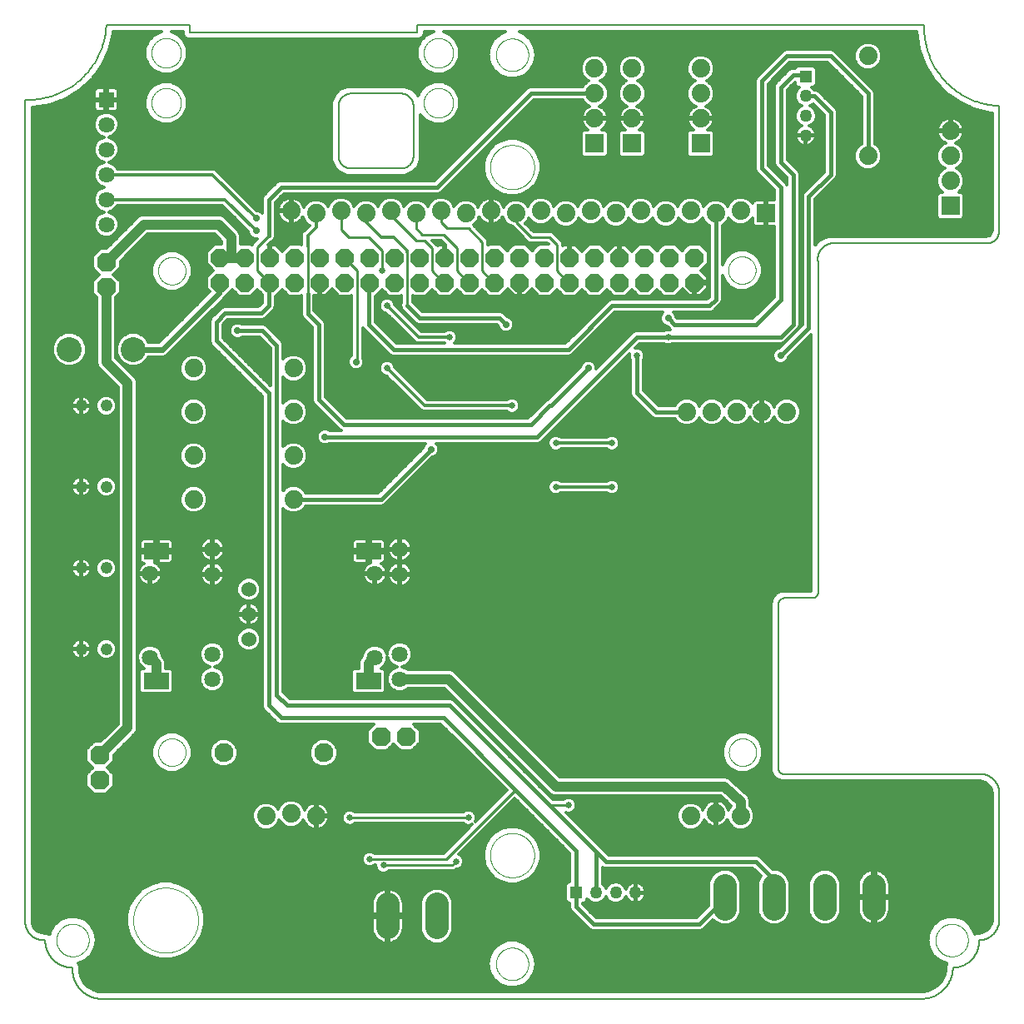
<source format=gbl>
G75*
%MOIN*%
%OFA0B0*%
%FSLAX25Y25*%
%IPPOS*%
%LPD*%
%AMOC8*
5,1,8,0,0,1.08239X$1,22.5*
%
%ADD10C,0.00600*%
%ADD11C,0.00000*%
%ADD12C,0.07400*%
%ADD13C,0.04800*%
%ADD14R,0.07400X0.07400*%
%ADD15OC8,0.07400*%
%ADD16C,0.06425*%
%ADD17C,0.09370*%
%ADD18R,0.05000X0.05000*%
%ADD19C,0.05000*%
%ADD20C,0.07600*%
%ADD21OC8,0.07600*%
%ADD22R,0.10000X0.06600*%
%ADD23R,0.06425X0.06425*%
%ADD24C,0.06000*%
%ADD25C,0.10000*%
%ADD26C,0.04000*%
%ADD27C,0.01000*%
%ADD28C,0.01200*%
%ADD29C,0.02800*%
%ADD30C,0.01600*%
%ADD31C,0.02578*%
%ADD32C,0.02500*%
%ADD33C,0.02400*%
D10*
X0062095Y0042600D02*
X0062095Y0371600D01*
X0062862Y0371579D01*
X0063630Y0371576D01*
X0064397Y0371593D01*
X0065164Y0371628D01*
X0065930Y0371682D01*
X0066694Y0371755D01*
X0067456Y0371846D01*
X0068216Y0371957D01*
X0068972Y0372085D01*
X0069726Y0372233D01*
X0070475Y0372399D01*
X0071220Y0372583D01*
X0071961Y0372785D01*
X0072696Y0373006D01*
X0073425Y0373244D01*
X0074149Y0373500D01*
X0074866Y0373774D01*
X0075576Y0374066D01*
X0076279Y0374375D01*
X0076974Y0374701D01*
X0077660Y0375044D01*
X0078339Y0375403D01*
X0079008Y0375780D01*
X0079667Y0376172D01*
X0080317Y0376581D01*
X0080957Y0377005D01*
X0081586Y0377445D01*
X0082204Y0377900D01*
X0082810Y0378371D01*
X0083405Y0378856D01*
X0083988Y0379355D01*
X0084558Y0379869D01*
X0085116Y0380397D01*
X0085660Y0380938D01*
X0086191Y0381492D01*
X0086709Y0382059D01*
X0087212Y0382639D01*
X0087701Y0383230D01*
X0088175Y0383834D01*
X0088634Y0384449D01*
X0089078Y0385075D01*
X0089506Y0385712D01*
X0089919Y0386359D01*
X0090316Y0387016D01*
X0090696Y0387683D01*
X0091060Y0388359D01*
X0091408Y0389043D01*
X0091738Y0389736D01*
X0092051Y0390437D01*
X0092347Y0391145D01*
X0092626Y0391861D01*
X0092887Y0392582D01*
X0093130Y0393311D01*
X0093355Y0394044D01*
X0093562Y0394783D01*
X0093751Y0395527D01*
X0093921Y0396276D01*
X0094073Y0397028D01*
X0094207Y0397784D01*
X0094322Y0398543D01*
X0094418Y0399304D01*
X0094496Y0400068D01*
X0094555Y0400833D01*
X0094595Y0401600D01*
X0128095Y0401600D01*
X0128095Y0398600D01*
X0219095Y0398600D01*
X0219095Y0401600D01*
X0422095Y0401600D01*
X0422074Y0400845D01*
X0422071Y0400089D01*
X0422087Y0399333D01*
X0422120Y0398578D01*
X0422172Y0397824D01*
X0422242Y0397072D01*
X0422331Y0396321D01*
X0422437Y0395573D01*
X0422561Y0394827D01*
X0422704Y0394085D01*
X0422864Y0393346D01*
X0423042Y0392612D01*
X0423238Y0391882D01*
X0423452Y0391157D01*
X0423682Y0390437D01*
X0423931Y0389724D01*
X0424196Y0389016D01*
X0424478Y0388315D01*
X0424778Y0387621D01*
X0425094Y0386934D01*
X0425426Y0386255D01*
X0425775Y0385585D01*
X0426140Y0384923D01*
X0426520Y0384270D01*
X0426917Y0383627D01*
X0427328Y0382993D01*
X0427755Y0382369D01*
X0428197Y0381756D01*
X0428654Y0381154D01*
X0429125Y0380563D01*
X0429610Y0379984D01*
X0430109Y0379416D01*
X0430622Y0378861D01*
X0431148Y0378318D01*
X0431687Y0377788D01*
X0432238Y0377271D01*
X0432802Y0376768D01*
X0433378Y0376278D01*
X0433965Y0375803D01*
X0434564Y0375342D01*
X0435174Y0374895D01*
X0435794Y0374464D01*
X0436425Y0374047D01*
X0437066Y0373646D01*
X0437716Y0373260D01*
X0438375Y0372891D01*
X0439043Y0372537D01*
X0439719Y0372199D01*
X0440403Y0371878D01*
X0441095Y0371574D01*
X0441794Y0371286D01*
X0442499Y0371016D01*
X0443211Y0370762D01*
X0443929Y0370526D01*
X0444653Y0370307D01*
X0445381Y0370106D01*
X0446114Y0369922D01*
X0446852Y0369756D01*
X0447593Y0369609D01*
X0448337Y0369479D01*
X0449085Y0369367D01*
X0449835Y0369273D01*
X0450587Y0369197D01*
X0451340Y0369139D01*
X0452095Y0369100D01*
X0452095Y0319100D01*
X0452093Y0318960D01*
X0452087Y0318820D01*
X0452077Y0318680D01*
X0452064Y0318540D01*
X0452046Y0318401D01*
X0452024Y0318262D01*
X0451999Y0318125D01*
X0451970Y0317987D01*
X0451937Y0317851D01*
X0451900Y0317716D01*
X0451859Y0317582D01*
X0451814Y0317449D01*
X0451766Y0317317D01*
X0451714Y0317187D01*
X0451659Y0317058D01*
X0451600Y0316931D01*
X0451537Y0316805D01*
X0451471Y0316681D01*
X0451402Y0316560D01*
X0451329Y0316440D01*
X0451252Y0316322D01*
X0451173Y0316207D01*
X0451090Y0316093D01*
X0451004Y0315983D01*
X0450915Y0315874D01*
X0450823Y0315768D01*
X0450728Y0315665D01*
X0450631Y0315564D01*
X0450530Y0315467D01*
X0450427Y0315372D01*
X0450321Y0315280D01*
X0450212Y0315191D01*
X0450102Y0315105D01*
X0449988Y0315022D01*
X0449873Y0314943D01*
X0449755Y0314866D01*
X0449635Y0314793D01*
X0449514Y0314724D01*
X0449390Y0314658D01*
X0449264Y0314595D01*
X0449137Y0314536D01*
X0449008Y0314481D01*
X0448878Y0314429D01*
X0448746Y0314381D01*
X0448613Y0314336D01*
X0448479Y0314295D01*
X0448344Y0314258D01*
X0448208Y0314225D01*
X0448070Y0314196D01*
X0447933Y0314171D01*
X0447794Y0314149D01*
X0447655Y0314131D01*
X0447515Y0314118D01*
X0447375Y0314108D01*
X0447235Y0314102D01*
X0447095Y0314100D01*
X0384595Y0314100D01*
X0384440Y0314067D01*
X0384285Y0314030D01*
X0384131Y0313989D01*
X0383979Y0313945D01*
X0383827Y0313896D01*
X0383677Y0313844D01*
X0383529Y0313788D01*
X0383381Y0313729D01*
X0383235Y0313665D01*
X0383091Y0313598D01*
X0382949Y0313528D01*
X0382808Y0313454D01*
X0382669Y0313377D01*
X0382533Y0313296D01*
X0382398Y0313211D01*
X0382265Y0313124D01*
X0382135Y0313033D01*
X0382007Y0312939D01*
X0381881Y0312842D01*
X0381758Y0312741D01*
X0381637Y0312638D01*
X0381519Y0312531D01*
X0381404Y0312422D01*
X0381291Y0312310D01*
X0381182Y0312195D01*
X0381075Y0312077D01*
X0380971Y0311957D01*
X0380870Y0311834D01*
X0380772Y0311709D01*
X0380677Y0311581D01*
X0380586Y0311451D01*
X0380498Y0311319D01*
X0380413Y0311185D01*
X0380332Y0311048D01*
X0380254Y0310910D01*
X0380179Y0310770D01*
X0380108Y0310627D01*
X0380041Y0310484D01*
X0379977Y0310338D01*
X0379916Y0310191D01*
X0379860Y0310042D01*
X0379807Y0309893D01*
X0379758Y0309741D01*
X0379713Y0309589D01*
X0379671Y0309436D01*
X0379634Y0309281D01*
X0379600Y0309126D01*
X0379570Y0308970D01*
X0379544Y0308813D01*
X0379522Y0308656D01*
X0379504Y0308498D01*
X0379490Y0308339D01*
X0379480Y0308181D01*
X0379473Y0308022D01*
X0379471Y0307863D01*
X0379473Y0307704D01*
X0379478Y0307545D01*
X0379488Y0307387D01*
X0379501Y0307228D01*
X0379519Y0307071D01*
X0379540Y0306913D01*
X0379566Y0306756D01*
X0379595Y0306600D01*
X0379595Y0174100D01*
X0379583Y0174007D01*
X0379567Y0173915D01*
X0379547Y0173824D01*
X0379523Y0173733D01*
X0379496Y0173644D01*
X0379465Y0173555D01*
X0379430Y0173468D01*
X0379392Y0173383D01*
X0379350Y0173299D01*
X0379305Y0173217D01*
X0379257Y0173137D01*
X0379205Y0173059D01*
X0379150Y0172983D01*
X0379092Y0172910D01*
X0379031Y0172839D01*
X0378967Y0172771D01*
X0378900Y0172705D01*
X0378831Y0172642D01*
X0378759Y0172582D01*
X0378685Y0172525D01*
X0378608Y0172471D01*
X0378530Y0172421D01*
X0378449Y0172373D01*
X0378366Y0172330D01*
X0378282Y0172289D01*
X0378196Y0172252D01*
X0378109Y0172219D01*
X0378020Y0172189D01*
X0377930Y0172163D01*
X0377839Y0172141D01*
X0377747Y0172122D01*
X0377655Y0172107D01*
X0377562Y0172096D01*
X0377469Y0172089D01*
X0377375Y0172086D01*
X0377282Y0172087D01*
X0377188Y0172091D01*
X0377095Y0172100D01*
X0366095Y0172100D01*
X0365992Y0172088D01*
X0365890Y0172073D01*
X0365789Y0172054D01*
X0365688Y0172032D01*
X0365588Y0172005D01*
X0365489Y0171975D01*
X0365392Y0171941D01*
X0365296Y0171904D01*
X0365201Y0171863D01*
X0365108Y0171818D01*
X0365016Y0171770D01*
X0364927Y0171719D01*
X0364839Y0171664D01*
X0364754Y0171606D01*
X0364670Y0171545D01*
X0364590Y0171481D01*
X0364511Y0171414D01*
X0364435Y0171344D01*
X0364362Y0171271D01*
X0364292Y0171196D01*
X0364224Y0171118D01*
X0364159Y0171037D01*
X0364098Y0170954D01*
X0364039Y0170869D01*
X0363984Y0170782D01*
X0363932Y0170692D01*
X0363884Y0170601D01*
X0363839Y0170508D01*
X0363797Y0170414D01*
X0363759Y0170318D01*
X0363725Y0170220D01*
X0363694Y0170122D01*
X0363667Y0170022D01*
X0363644Y0169922D01*
X0363624Y0169820D01*
X0363609Y0169718D01*
X0363597Y0169616D01*
X0363589Y0169513D01*
X0363585Y0169409D01*
X0363584Y0169306D01*
X0363588Y0169203D01*
X0363595Y0169100D01*
X0363595Y0104100D01*
X0363597Y0104002D01*
X0363603Y0103904D01*
X0363612Y0103806D01*
X0363626Y0103709D01*
X0363643Y0103612D01*
X0363664Y0103516D01*
X0363689Y0103421D01*
X0363717Y0103327D01*
X0363750Y0103235D01*
X0363785Y0103143D01*
X0363825Y0103053D01*
X0363867Y0102965D01*
X0363914Y0102878D01*
X0363963Y0102794D01*
X0364016Y0102711D01*
X0364072Y0102631D01*
X0364132Y0102552D01*
X0364194Y0102476D01*
X0364259Y0102403D01*
X0364327Y0102332D01*
X0364398Y0102264D01*
X0364471Y0102199D01*
X0364547Y0102137D01*
X0364626Y0102077D01*
X0364706Y0102021D01*
X0364789Y0101968D01*
X0364873Y0101919D01*
X0364960Y0101872D01*
X0365048Y0101830D01*
X0365138Y0101790D01*
X0365230Y0101755D01*
X0365322Y0101722D01*
X0365416Y0101694D01*
X0365511Y0101669D01*
X0365607Y0101648D01*
X0365704Y0101631D01*
X0365801Y0101617D01*
X0365899Y0101608D01*
X0365997Y0101602D01*
X0366095Y0101600D01*
X0444595Y0101600D01*
X0444776Y0101598D01*
X0444957Y0101591D01*
X0445138Y0101580D01*
X0445319Y0101565D01*
X0445499Y0101545D01*
X0445679Y0101521D01*
X0445858Y0101493D01*
X0446036Y0101460D01*
X0446213Y0101423D01*
X0446390Y0101382D01*
X0446565Y0101337D01*
X0446740Y0101287D01*
X0446913Y0101233D01*
X0447084Y0101175D01*
X0447255Y0101113D01*
X0447423Y0101046D01*
X0447590Y0100976D01*
X0447756Y0100902D01*
X0447919Y0100823D01*
X0448080Y0100741D01*
X0448240Y0100655D01*
X0448397Y0100565D01*
X0448552Y0100471D01*
X0448705Y0100374D01*
X0448855Y0100272D01*
X0449003Y0100168D01*
X0449149Y0100059D01*
X0449291Y0099948D01*
X0449431Y0099832D01*
X0449568Y0099714D01*
X0449703Y0099592D01*
X0449834Y0099467D01*
X0449962Y0099339D01*
X0450087Y0099208D01*
X0450209Y0099073D01*
X0450327Y0098936D01*
X0450443Y0098796D01*
X0450554Y0098654D01*
X0450663Y0098508D01*
X0450767Y0098360D01*
X0450869Y0098210D01*
X0450966Y0098057D01*
X0451060Y0097902D01*
X0451150Y0097745D01*
X0451236Y0097585D01*
X0451318Y0097424D01*
X0451397Y0097261D01*
X0451471Y0097095D01*
X0451541Y0096928D01*
X0451608Y0096760D01*
X0451670Y0096589D01*
X0451728Y0096418D01*
X0451782Y0096245D01*
X0451832Y0096070D01*
X0451877Y0095895D01*
X0451918Y0095718D01*
X0451955Y0095541D01*
X0451988Y0095363D01*
X0452016Y0095184D01*
X0452040Y0095004D01*
X0452060Y0094824D01*
X0452075Y0094643D01*
X0452086Y0094462D01*
X0452093Y0094281D01*
X0452095Y0094100D01*
X0452095Y0044100D01*
X0452111Y0043900D01*
X0452122Y0043701D01*
X0452128Y0043500D01*
X0452129Y0043300D01*
X0452125Y0043100D01*
X0452117Y0042900D01*
X0452103Y0042700D01*
X0452085Y0042501D01*
X0452062Y0042302D01*
X0452035Y0042104D01*
X0452002Y0041906D01*
X0451965Y0041710D01*
X0451923Y0041514D01*
X0451876Y0041319D01*
X0451825Y0041126D01*
X0451769Y0040934D01*
X0451708Y0040743D01*
X0451643Y0040554D01*
X0451573Y0040366D01*
X0451499Y0040180D01*
X0451420Y0039996D01*
X0451336Y0039814D01*
X0451249Y0039634D01*
X0451157Y0039456D01*
X0451061Y0039281D01*
X0450960Y0039108D01*
X0450856Y0038937D01*
X0450747Y0038769D01*
X0450634Y0038603D01*
X0450518Y0038441D01*
X0450397Y0038281D01*
X0450273Y0038124D01*
X0450144Y0037970D01*
X0450013Y0037820D01*
X0449877Y0037672D01*
X0449738Y0037528D01*
X0449596Y0037387D01*
X0449450Y0037250D01*
X0449301Y0037116D01*
X0449149Y0036986D01*
X0448993Y0036860D01*
X0448835Y0036738D01*
X0448674Y0036619D01*
X0448510Y0036504D01*
X0448343Y0036394D01*
X0448174Y0036287D01*
X0448002Y0036184D01*
X0447827Y0036086D01*
X0447651Y0035992D01*
X0447472Y0035902D01*
X0447291Y0035817D01*
X0447108Y0035736D01*
X0446923Y0035659D01*
X0446736Y0035587D01*
X0446548Y0035519D01*
X0446358Y0035456D01*
X0446166Y0035398D01*
X0445973Y0035344D01*
X0445779Y0035295D01*
X0445584Y0035251D01*
X0445388Y0035211D01*
X0445191Y0035176D01*
X0444993Y0035146D01*
X0444794Y0035121D01*
X0444595Y0035100D01*
X0444095Y0035100D01*
X0444098Y0034840D01*
X0444095Y0034580D01*
X0444085Y0034321D01*
X0444069Y0034061D01*
X0444047Y0033802D01*
X0444018Y0033544D01*
X0443984Y0033287D01*
X0443943Y0033030D01*
X0443896Y0032774D01*
X0443843Y0032520D01*
X0443783Y0032267D01*
X0443718Y0032016D01*
X0443646Y0031766D01*
X0443569Y0031518D01*
X0443485Y0031272D01*
X0443396Y0031028D01*
X0443300Y0030786D01*
X0443199Y0030547D01*
X0443092Y0030310D01*
X0442980Y0030076D01*
X0442862Y0029844D01*
X0442738Y0029616D01*
X0442609Y0029390D01*
X0442474Y0029168D01*
X0442334Y0028949D01*
X0442189Y0028734D01*
X0442039Y0028522D01*
X0441883Y0028313D01*
X0441723Y0028109D01*
X0441557Y0027908D01*
X0441387Y0027712D01*
X0441212Y0027520D01*
X0441033Y0027332D01*
X0440849Y0027148D01*
X0440661Y0026969D01*
X0440468Y0026795D01*
X0440271Y0026625D01*
X0440071Y0026460D01*
X0439866Y0026300D01*
X0439657Y0026145D01*
X0439445Y0025995D01*
X0439230Y0025850D01*
X0439010Y0025710D01*
X0438788Y0025576D01*
X0438562Y0025447D01*
X0438333Y0025324D01*
X0438102Y0025206D01*
X0437867Y0025094D01*
X0437630Y0024988D01*
X0437391Y0024887D01*
X0437149Y0024792D01*
X0436905Y0024703D01*
X0436659Y0024620D01*
X0436410Y0024543D01*
X0436160Y0024472D01*
X0435909Y0024407D01*
X0435656Y0024348D01*
X0435401Y0024295D01*
X0435146Y0024249D01*
X0434889Y0024208D01*
X0434631Y0024174D01*
X0434373Y0024146D01*
X0434114Y0024125D01*
X0433855Y0024109D01*
X0433595Y0024100D01*
X0433585Y0023792D01*
X0433568Y0023484D01*
X0433543Y0023177D01*
X0433511Y0022871D01*
X0433471Y0022565D01*
X0433425Y0022260D01*
X0433370Y0021957D01*
X0433309Y0021655D01*
X0433240Y0021355D01*
X0433164Y0021056D01*
X0433081Y0020759D01*
X0432991Y0020465D01*
X0432893Y0020172D01*
X0432789Y0019883D01*
X0432677Y0019595D01*
X0432559Y0019311D01*
X0432434Y0019029D01*
X0432302Y0018751D01*
X0432163Y0018475D01*
X0432018Y0018204D01*
X0431866Y0017935D01*
X0431708Y0017671D01*
X0431543Y0017410D01*
X0431373Y0017154D01*
X0431196Y0016902D01*
X0431013Y0016654D01*
X0430824Y0016410D01*
X0430629Y0016172D01*
X0430428Y0015937D01*
X0430222Y0015708D01*
X0430011Y0015484D01*
X0429794Y0015265D01*
X0429572Y0015052D01*
X0429345Y0014844D01*
X0429112Y0014641D01*
X0428875Y0014444D01*
X0428634Y0014253D01*
X0428387Y0014068D01*
X0428137Y0013888D01*
X0427882Y0013715D01*
X0427623Y0013548D01*
X0427360Y0013388D01*
X0427093Y0013234D01*
X0426823Y0013086D01*
X0426549Y0012945D01*
X0426271Y0012810D01*
X0425991Y0012682D01*
X0425708Y0012561D01*
X0425421Y0012447D01*
X0425132Y0012340D01*
X0424841Y0012240D01*
X0424547Y0012147D01*
X0424251Y0012061D01*
X0423953Y0011983D01*
X0423653Y0011911D01*
X0423352Y0011847D01*
X0423049Y0011790D01*
X0422745Y0011740D01*
X0422440Y0011698D01*
X0422134Y0011663D01*
X0421827Y0011636D01*
X0421519Y0011616D01*
X0421211Y0011603D01*
X0420903Y0011598D01*
X0420595Y0011600D01*
X0092095Y0011600D01*
X0091811Y0011621D01*
X0091528Y0011650D01*
X0091246Y0011685D01*
X0090964Y0011727D01*
X0090684Y0011776D01*
X0090405Y0011832D01*
X0090127Y0011894D01*
X0089851Y0011963D01*
X0089577Y0012039D01*
X0089305Y0012121D01*
X0089035Y0012210D01*
X0088766Y0012305D01*
X0088501Y0012407D01*
X0088238Y0012515D01*
X0087977Y0012629D01*
X0087719Y0012750D01*
X0087465Y0012877D01*
X0087213Y0013010D01*
X0086965Y0013149D01*
X0086720Y0013294D01*
X0086479Y0013445D01*
X0086242Y0013602D01*
X0086008Y0013764D01*
X0085778Y0013932D01*
X0085553Y0014106D01*
X0085332Y0014285D01*
X0085115Y0014469D01*
X0084903Y0014658D01*
X0084695Y0014853D01*
X0084492Y0015052D01*
X0084294Y0015257D01*
X0084101Y0015466D01*
X0083913Y0015679D01*
X0083730Y0015897D01*
X0083553Y0016120D01*
X0083381Y0016346D01*
X0083214Y0016577D01*
X0083053Y0016812D01*
X0082898Y0017050D01*
X0082749Y0017292D01*
X0082605Y0017538D01*
X0082468Y0017787D01*
X0082337Y0018040D01*
X0082211Y0018295D01*
X0082092Y0018554D01*
X0081980Y0018815D01*
X0081873Y0019079D01*
X0081773Y0019345D01*
X0081680Y0019614D01*
X0081593Y0019885D01*
X0081512Y0020158D01*
X0081438Y0020432D01*
X0081371Y0020709D01*
X0081311Y0020987D01*
X0081257Y0021266D01*
X0081210Y0021547D01*
X0081170Y0021829D01*
X0081136Y0022111D01*
X0081110Y0022394D01*
X0081090Y0022678D01*
X0081077Y0022962D01*
X0081071Y0023247D01*
X0081072Y0023531D01*
X0081080Y0023816D01*
X0081095Y0024100D01*
X0080829Y0024103D01*
X0080564Y0024113D01*
X0080298Y0024129D01*
X0080033Y0024151D01*
X0079769Y0024180D01*
X0079506Y0024215D01*
X0079243Y0024257D01*
X0078982Y0024305D01*
X0078721Y0024359D01*
X0078463Y0024420D01*
X0078205Y0024486D01*
X0077950Y0024559D01*
X0077696Y0024638D01*
X0077444Y0024724D01*
X0077194Y0024815D01*
X0076947Y0024912D01*
X0076702Y0025015D01*
X0076460Y0025124D01*
X0076220Y0025239D01*
X0075983Y0025360D01*
X0075749Y0025486D01*
X0075518Y0025618D01*
X0075291Y0025756D01*
X0075067Y0025899D01*
X0074846Y0026047D01*
X0074629Y0026201D01*
X0074416Y0026360D01*
X0074207Y0026524D01*
X0074002Y0026693D01*
X0073801Y0026866D01*
X0073604Y0027045D01*
X0073411Y0027228D01*
X0073223Y0027416D01*
X0073040Y0027609D01*
X0072861Y0027806D01*
X0072688Y0028007D01*
X0072519Y0028212D01*
X0072355Y0028421D01*
X0072196Y0028634D01*
X0072042Y0028851D01*
X0071894Y0029072D01*
X0071751Y0029296D01*
X0071613Y0029523D01*
X0071481Y0029754D01*
X0071355Y0029988D01*
X0071234Y0030225D01*
X0071119Y0030465D01*
X0071010Y0030707D01*
X0070907Y0030952D01*
X0070810Y0031199D01*
X0070719Y0031449D01*
X0070633Y0031701D01*
X0070554Y0031955D01*
X0070481Y0032210D01*
X0070415Y0032468D01*
X0070354Y0032726D01*
X0070300Y0032987D01*
X0070252Y0033248D01*
X0070210Y0033511D01*
X0070175Y0033774D01*
X0070146Y0034038D01*
X0070124Y0034303D01*
X0070108Y0034569D01*
X0070098Y0034834D01*
X0070095Y0035100D01*
X0069595Y0035100D01*
X0069414Y0035102D01*
X0069233Y0035109D01*
X0069052Y0035120D01*
X0068871Y0035135D01*
X0068691Y0035155D01*
X0068511Y0035179D01*
X0068332Y0035207D01*
X0068154Y0035240D01*
X0067977Y0035277D01*
X0067800Y0035318D01*
X0067625Y0035363D01*
X0067450Y0035413D01*
X0067277Y0035467D01*
X0067106Y0035525D01*
X0066935Y0035587D01*
X0066767Y0035654D01*
X0066600Y0035724D01*
X0066434Y0035798D01*
X0066271Y0035877D01*
X0066110Y0035959D01*
X0065950Y0036045D01*
X0065793Y0036135D01*
X0065638Y0036229D01*
X0065485Y0036326D01*
X0065335Y0036428D01*
X0065187Y0036532D01*
X0065041Y0036641D01*
X0064899Y0036752D01*
X0064759Y0036868D01*
X0064622Y0036986D01*
X0064487Y0037108D01*
X0064356Y0037233D01*
X0064228Y0037361D01*
X0064103Y0037492D01*
X0063981Y0037627D01*
X0063863Y0037764D01*
X0063747Y0037904D01*
X0063636Y0038046D01*
X0063527Y0038192D01*
X0063423Y0038340D01*
X0063321Y0038490D01*
X0063224Y0038643D01*
X0063130Y0038798D01*
X0063040Y0038955D01*
X0062954Y0039115D01*
X0062872Y0039276D01*
X0062793Y0039439D01*
X0062719Y0039605D01*
X0062649Y0039772D01*
X0062582Y0039940D01*
X0062520Y0040111D01*
X0062462Y0040282D01*
X0062408Y0040455D01*
X0062358Y0040630D01*
X0062313Y0040805D01*
X0062272Y0040982D01*
X0062235Y0041159D01*
X0062202Y0041337D01*
X0062174Y0041516D01*
X0062150Y0041696D01*
X0062130Y0041876D01*
X0062115Y0042057D01*
X0062104Y0042238D01*
X0062097Y0042419D01*
X0062095Y0042600D01*
X0192595Y0344100D02*
X0212595Y0344100D01*
X0212735Y0344102D01*
X0212875Y0344108D01*
X0213015Y0344118D01*
X0213155Y0344131D01*
X0213294Y0344149D01*
X0213433Y0344171D01*
X0213570Y0344196D01*
X0213708Y0344225D01*
X0213844Y0344258D01*
X0213979Y0344295D01*
X0214113Y0344336D01*
X0214246Y0344381D01*
X0214378Y0344429D01*
X0214508Y0344481D01*
X0214637Y0344536D01*
X0214764Y0344595D01*
X0214890Y0344658D01*
X0215014Y0344724D01*
X0215135Y0344793D01*
X0215255Y0344866D01*
X0215373Y0344943D01*
X0215488Y0345022D01*
X0215602Y0345105D01*
X0215712Y0345191D01*
X0215821Y0345280D01*
X0215927Y0345372D01*
X0216030Y0345467D01*
X0216131Y0345564D01*
X0216228Y0345665D01*
X0216323Y0345768D01*
X0216415Y0345874D01*
X0216504Y0345983D01*
X0216590Y0346093D01*
X0216673Y0346207D01*
X0216752Y0346322D01*
X0216829Y0346440D01*
X0216902Y0346560D01*
X0216971Y0346681D01*
X0217037Y0346805D01*
X0217100Y0346931D01*
X0217159Y0347058D01*
X0217214Y0347187D01*
X0217266Y0347317D01*
X0217314Y0347449D01*
X0217359Y0347582D01*
X0217400Y0347716D01*
X0217437Y0347851D01*
X0217470Y0347987D01*
X0217499Y0348125D01*
X0217524Y0348262D01*
X0217546Y0348401D01*
X0217564Y0348540D01*
X0217577Y0348680D01*
X0217587Y0348820D01*
X0217593Y0348960D01*
X0217595Y0349100D01*
X0217595Y0369100D01*
X0217593Y0369240D01*
X0217587Y0369380D01*
X0217577Y0369520D01*
X0217564Y0369660D01*
X0217546Y0369799D01*
X0217524Y0369938D01*
X0217499Y0370075D01*
X0217470Y0370213D01*
X0217437Y0370349D01*
X0217400Y0370484D01*
X0217359Y0370618D01*
X0217314Y0370751D01*
X0217266Y0370883D01*
X0217214Y0371013D01*
X0217159Y0371142D01*
X0217100Y0371269D01*
X0217037Y0371395D01*
X0216971Y0371519D01*
X0216902Y0371640D01*
X0216829Y0371760D01*
X0216752Y0371878D01*
X0216673Y0371993D01*
X0216590Y0372107D01*
X0216504Y0372217D01*
X0216415Y0372326D01*
X0216323Y0372432D01*
X0216228Y0372535D01*
X0216131Y0372636D01*
X0216030Y0372733D01*
X0215927Y0372828D01*
X0215821Y0372920D01*
X0215712Y0373009D01*
X0215602Y0373095D01*
X0215488Y0373178D01*
X0215373Y0373257D01*
X0215255Y0373334D01*
X0215135Y0373407D01*
X0215014Y0373476D01*
X0214890Y0373542D01*
X0214764Y0373605D01*
X0214637Y0373664D01*
X0214508Y0373719D01*
X0214378Y0373771D01*
X0214246Y0373819D01*
X0214113Y0373864D01*
X0213979Y0373905D01*
X0213844Y0373942D01*
X0213708Y0373975D01*
X0213570Y0374004D01*
X0213433Y0374029D01*
X0213294Y0374051D01*
X0213155Y0374069D01*
X0213015Y0374082D01*
X0212875Y0374092D01*
X0212735Y0374098D01*
X0212595Y0374100D01*
X0192595Y0374100D01*
X0192455Y0374098D01*
X0192315Y0374092D01*
X0192175Y0374082D01*
X0192035Y0374069D01*
X0191896Y0374051D01*
X0191757Y0374029D01*
X0191620Y0374004D01*
X0191482Y0373975D01*
X0191346Y0373942D01*
X0191211Y0373905D01*
X0191077Y0373864D01*
X0190944Y0373819D01*
X0190812Y0373771D01*
X0190682Y0373719D01*
X0190553Y0373664D01*
X0190426Y0373605D01*
X0190300Y0373542D01*
X0190176Y0373476D01*
X0190055Y0373407D01*
X0189935Y0373334D01*
X0189817Y0373257D01*
X0189702Y0373178D01*
X0189588Y0373095D01*
X0189478Y0373009D01*
X0189369Y0372920D01*
X0189263Y0372828D01*
X0189160Y0372733D01*
X0189059Y0372636D01*
X0188962Y0372535D01*
X0188867Y0372432D01*
X0188775Y0372326D01*
X0188686Y0372217D01*
X0188600Y0372107D01*
X0188517Y0371993D01*
X0188438Y0371878D01*
X0188361Y0371760D01*
X0188288Y0371640D01*
X0188219Y0371519D01*
X0188153Y0371395D01*
X0188090Y0371269D01*
X0188031Y0371142D01*
X0187976Y0371013D01*
X0187924Y0370883D01*
X0187876Y0370751D01*
X0187831Y0370618D01*
X0187790Y0370484D01*
X0187753Y0370349D01*
X0187720Y0370213D01*
X0187691Y0370075D01*
X0187666Y0369938D01*
X0187644Y0369799D01*
X0187626Y0369660D01*
X0187613Y0369520D01*
X0187603Y0369380D01*
X0187597Y0369240D01*
X0187595Y0369100D01*
X0187595Y0349100D01*
X0187597Y0348960D01*
X0187603Y0348820D01*
X0187613Y0348680D01*
X0187626Y0348540D01*
X0187644Y0348401D01*
X0187666Y0348262D01*
X0187691Y0348125D01*
X0187720Y0347987D01*
X0187753Y0347851D01*
X0187790Y0347716D01*
X0187831Y0347582D01*
X0187876Y0347449D01*
X0187924Y0347317D01*
X0187976Y0347187D01*
X0188031Y0347058D01*
X0188090Y0346931D01*
X0188153Y0346805D01*
X0188219Y0346681D01*
X0188288Y0346560D01*
X0188361Y0346440D01*
X0188438Y0346322D01*
X0188517Y0346207D01*
X0188600Y0346093D01*
X0188686Y0345983D01*
X0188775Y0345874D01*
X0188867Y0345768D01*
X0188962Y0345665D01*
X0189059Y0345564D01*
X0189160Y0345467D01*
X0189263Y0345372D01*
X0189369Y0345280D01*
X0189478Y0345191D01*
X0189588Y0345105D01*
X0189702Y0345022D01*
X0189817Y0344943D01*
X0189935Y0344866D01*
X0190055Y0344793D01*
X0190176Y0344724D01*
X0190300Y0344658D01*
X0190426Y0344595D01*
X0190553Y0344536D01*
X0190682Y0344481D01*
X0190812Y0344429D01*
X0190944Y0344381D01*
X0191077Y0344336D01*
X0191211Y0344295D01*
X0191346Y0344258D01*
X0191482Y0344225D01*
X0191620Y0344196D01*
X0191757Y0344171D01*
X0191896Y0344149D01*
X0192035Y0344131D01*
X0192175Y0344118D01*
X0192315Y0344108D01*
X0192455Y0344102D01*
X0192595Y0344100D01*
D11*
X0221689Y0370350D02*
X0221691Y0370503D01*
X0221697Y0370657D01*
X0221707Y0370810D01*
X0221721Y0370962D01*
X0221739Y0371115D01*
X0221761Y0371266D01*
X0221786Y0371417D01*
X0221816Y0371568D01*
X0221850Y0371718D01*
X0221887Y0371866D01*
X0221928Y0372014D01*
X0221973Y0372160D01*
X0222022Y0372306D01*
X0222075Y0372450D01*
X0222131Y0372592D01*
X0222191Y0372733D01*
X0222255Y0372873D01*
X0222322Y0373011D01*
X0222393Y0373147D01*
X0222468Y0373281D01*
X0222545Y0373413D01*
X0222627Y0373543D01*
X0222711Y0373671D01*
X0222799Y0373797D01*
X0222890Y0373920D01*
X0222984Y0374041D01*
X0223082Y0374159D01*
X0223182Y0374275D01*
X0223286Y0374388D01*
X0223392Y0374499D01*
X0223501Y0374607D01*
X0223613Y0374712D01*
X0223727Y0374813D01*
X0223845Y0374912D01*
X0223964Y0375008D01*
X0224086Y0375101D01*
X0224211Y0375190D01*
X0224338Y0375277D01*
X0224467Y0375359D01*
X0224598Y0375439D01*
X0224731Y0375515D01*
X0224866Y0375588D01*
X0225003Y0375657D01*
X0225142Y0375722D01*
X0225282Y0375784D01*
X0225424Y0375842D01*
X0225567Y0375897D01*
X0225712Y0375948D01*
X0225858Y0375995D01*
X0226005Y0376038D01*
X0226153Y0376077D01*
X0226302Y0376113D01*
X0226452Y0376144D01*
X0226603Y0376172D01*
X0226754Y0376196D01*
X0226907Y0376216D01*
X0227059Y0376232D01*
X0227212Y0376244D01*
X0227365Y0376252D01*
X0227518Y0376256D01*
X0227672Y0376256D01*
X0227825Y0376252D01*
X0227978Y0376244D01*
X0228131Y0376232D01*
X0228283Y0376216D01*
X0228436Y0376196D01*
X0228587Y0376172D01*
X0228738Y0376144D01*
X0228888Y0376113D01*
X0229037Y0376077D01*
X0229185Y0376038D01*
X0229332Y0375995D01*
X0229478Y0375948D01*
X0229623Y0375897D01*
X0229766Y0375842D01*
X0229908Y0375784D01*
X0230048Y0375722D01*
X0230187Y0375657D01*
X0230324Y0375588D01*
X0230459Y0375515D01*
X0230592Y0375439D01*
X0230723Y0375359D01*
X0230852Y0375277D01*
X0230979Y0375190D01*
X0231104Y0375101D01*
X0231226Y0375008D01*
X0231345Y0374912D01*
X0231463Y0374813D01*
X0231577Y0374712D01*
X0231689Y0374607D01*
X0231798Y0374499D01*
X0231904Y0374388D01*
X0232008Y0374275D01*
X0232108Y0374159D01*
X0232206Y0374041D01*
X0232300Y0373920D01*
X0232391Y0373797D01*
X0232479Y0373671D01*
X0232563Y0373543D01*
X0232645Y0373413D01*
X0232722Y0373281D01*
X0232797Y0373147D01*
X0232868Y0373011D01*
X0232935Y0372873D01*
X0232999Y0372733D01*
X0233059Y0372592D01*
X0233115Y0372450D01*
X0233168Y0372306D01*
X0233217Y0372160D01*
X0233262Y0372014D01*
X0233303Y0371866D01*
X0233340Y0371718D01*
X0233374Y0371568D01*
X0233404Y0371417D01*
X0233429Y0371266D01*
X0233451Y0371115D01*
X0233469Y0370962D01*
X0233483Y0370810D01*
X0233493Y0370657D01*
X0233499Y0370503D01*
X0233501Y0370350D01*
X0233499Y0370197D01*
X0233493Y0370043D01*
X0233483Y0369890D01*
X0233469Y0369738D01*
X0233451Y0369585D01*
X0233429Y0369434D01*
X0233404Y0369283D01*
X0233374Y0369132D01*
X0233340Y0368982D01*
X0233303Y0368834D01*
X0233262Y0368686D01*
X0233217Y0368540D01*
X0233168Y0368394D01*
X0233115Y0368250D01*
X0233059Y0368108D01*
X0232999Y0367967D01*
X0232935Y0367827D01*
X0232868Y0367689D01*
X0232797Y0367553D01*
X0232722Y0367419D01*
X0232645Y0367287D01*
X0232563Y0367157D01*
X0232479Y0367029D01*
X0232391Y0366903D01*
X0232300Y0366780D01*
X0232206Y0366659D01*
X0232108Y0366541D01*
X0232008Y0366425D01*
X0231904Y0366312D01*
X0231798Y0366201D01*
X0231689Y0366093D01*
X0231577Y0365988D01*
X0231463Y0365887D01*
X0231345Y0365788D01*
X0231226Y0365692D01*
X0231104Y0365599D01*
X0230979Y0365510D01*
X0230852Y0365423D01*
X0230723Y0365341D01*
X0230592Y0365261D01*
X0230459Y0365185D01*
X0230324Y0365112D01*
X0230187Y0365043D01*
X0230048Y0364978D01*
X0229908Y0364916D01*
X0229766Y0364858D01*
X0229623Y0364803D01*
X0229478Y0364752D01*
X0229332Y0364705D01*
X0229185Y0364662D01*
X0229037Y0364623D01*
X0228888Y0364587D01*
X0228738Y0364556D01*
X0228587Y0364528D01*
X0228436Y0364504D01*
X0228283Y0364484D01*
X0228131Y0364468D01*
X0227978Y0364456D01*
X0227825Y0364448D01*
X0227672Y0364444D01*
X0227518Y0364444D01*
X0227365Y0364448D01*
X0227212Y0364456D01*
X0227059Y0364468D01*
X0226907Y0364484D01*
X0226754Y0364504D01*
X0226603Y0364528D01*
X0226452Y0364556D01*
X0226302Y0364587D01*
X0226153Y0364623D01*
X0226005Y0364662D01*
X0225858Y0364705D01*
X0225712Y0364752D01*
X0225567Y0364803D01*
X0225424Y0364858D01*
X0225282Y0364916D01*
X0225142Y0364978D01*
X0225003Y0365043D01*
X0224866Y0365112D01*
X0224731Y0365185D01*
X0224598Y0365261D01*
X0224467Y0365341D01*
X0224338Y0365423D01*
X0224211Y0365510D01*
X0224086Y0365599D01*
X0223964Y0365692D01*
X0223845Y0365788D01*
X0223727Y0365887D01*
X0223613Y0365988D01*
X0223501Y0366093D01*
X0223392Y0366201D01*
X0223286Y0366312D01*
X0223182Y0366425D01*
X0223082Y0366541D01*
X0222984Y0366659D01*
X0222890Y0366780D01*
X0222799Y0366903D01*
X0222711Y0367029D01*
X0222627Y0367157D01*
X0222545Y0367287D01*
X0222468Y0367419D01*
X0222393Y0367553D01*
X0222322Y0367689D01*
X0222255Y0367827D01*
X0222191Y0367967D01*
X0222131Y0368108D01*
X0222075Y0368250D01*
X0222022Y0368394D01*
X0221973Y0368540D01*
X0221928Y0368686D01*
X0221887Y0368834D01*
X0221850Y0368982D01*
X0221816Y0369132D01*
X0221786Y0369283D01*
X0221761Y0369434D01*
X0221739Y0369585D01*
X0221721Y0369738D01*
X0221707Y0369890D01*
X0221697Y0370043D01*
X0221691Y0370197D01*
X0221689Y0370350D01*
X0221689Y0390350D02*
X0221691Y0390503D01*
X0221697Y0390657D01*
X0221707Y0390810D01*
X0221721Y0390962D01*
X0221739Y0391115D01*
X0221761Y0391266D01*
X0221786Y0391417D01*
X0221816Y0391568D01*
X0221850Y0391718D01*
X0221887Y0391866D01*
X0221928Y0392014D01*
X0221973Y0392160D01*
X0222022Y0392306D01*
X0222075Y0392450D01*
X0222131Y0392592D01*
X0222191Y0392733D01*
X0222255Y0392873D01*
X0222322Y0393011D01*
X0222393Y0393147D01*
X0222468Y0393281D01*
X0222545Y0393413D01*
X0222627Y0393543D01*
X0222711Y0393671D01*
X0222799Y0393797D01*
X0222890Y0393920D01*
X0222984Y0394041D01*
X0223082Y0394159D01*
X0223182Y0394275D01*
X0223286Y0394388D01*
X0223392Y0394499D01*
X0223501Y0394607D01*
X0223613Y0394712D01*
X0223727Y0394813D01*
X0223845Y0394912D01*
X0223964Y0395008D01*
X0224086Y0395101D01*
X0224211Y0395190D01*
X0224338Y0395277D01*
X0224467Y0395359D01*
X0224598Y0395439D01*
X0224731Y0395515D01*
X0224866Y0395588D01*
X0225003Y0395657D01*
X0225142Y0395722D01*
X0225282Y0395784D01*
X0225424Y0395842D01*
X0225567Y0395897D01*
X0225712Y0395948D01*
X0225858Y0395995D01*
X0226005Y0396038D01*
X0226153Y0396077D01*
X0226302Y0396113D01*
X0226452Y0396144D01*
X0226603Y0396172D01*
X0226754Y0396196D01*
X0226907Y0396216D01*
X0227059Y0396232D01*
X0227212Y0396244D01*
X0227365Y0396252D01*
X0227518Y0396256D01*
X0227672Y0396256D01*
X0227825Y0396252D01*
X0227978Y0396244D01*
X0228131Y0396232D01*
X0228283Y0396216D01*
X0228436Y0396196D01*
X0228587Y0396172D01*
X0228738Y0396144D01*
X0228888Y0396113D01*
X0229037Y0396077D01*
X0229185Y0396038D01*
X0229332Y0395995D01*
X0229478Y0395948D01*
X0229623Y0395897D01*
X0229766Y0395842D01*
X0229908Y0395784D01*
X0230048Y0395722D01*
X0230187Y0395657D01*
X0230324Y0395588D01*
X0230459Y0395515D01*
X0230592Y0395439D01*
X0230723Y0395359D01*
X0230852Y0395277D01*
X0230979Y0395190D01*
X0231104Y0395101D01*
X0231226Y0395008D01*
X0231345Y0394912D01*
X0231463Y0394813D01*
X0231577Y0394712D01*
X0231689Y0394607D01*
X0231798Y0394499D01*
X0231904Y0394388D01*
X0232008Y0394275D01*
X0232108Y0394159D01*
X0232206Y0394041D01*
X0232300Y0393920D01*
X0232391Y0393797D01*
X0232479Y0393671D01*
X0232563Y0393543D01*
X0232645Y0393413D01*
X0232722Y0393281D01*
X0232797Y0393147D01*
X0232868Y0393011D01*
X0232935Y0392873D01*
X0232999Y0392733D01*
X0233059Y0392592D01*
X0233115Y0392450D01*
X0233168Y0392306D01*
X0233217Y0392160D01*
X0233262Y0392014D01*
X0233303Y0391866D01*
X0233340Y0391718D01*
X0233374Y0391568D01*
X0233404Y0391417D01*
X0233429Y0391266D01*
X0233451Y0391115D01*
X0233469Y0390962D01*
X0233483Y0390810D01*
X0233493Y0390657D01*
X0233499Y0390503D01*
X0233501Y0390350D01*
X0233499Y0390197D01*
X0233493Y0390043D01*
X0233483Y0389890D01*
X0233469Y0389738D01*
X0233451Y0389585D01*
X0233429Y0389434D01*
X0233404Y0389283D01*
X0233374Y0389132D01*
X0233340Y0388982D01*
X0233303Y0388834D01*
X0233262Y0388686D01*
X0233217Y0388540D01*
X0233168Y0388394D01*
X0233115Y0388250D01*
X0233059Y0388108D01*
X0232999Y0387967D01*
X0232935Y0387827D01*
X0232868Y0387689D01*
X0232797Y0387553D01*
X0232722Y0387419D01*
X0232645Y0387287D01*
X0232563Y0387157D01*
X0232479Y0387029D01*
X0232391Y0386903D01*
X0232300Y0386780D01*
X0232206Y0386659D01*
X0232108Y0386541D01*
X0232008Y0386425D01*
X0231904Y0386312D01*
X0231798Y0386201D01*
X0231689Y0386093D01*
X0231577Y0385988D01*
X0231463Y0385887D01*
X0231345Y0385788D01*
X0231226Y0385692D01*
X0231104Y0385599D01*
X0230979Y0385510D01*
X0230852Y0385423D01*
X0230723Y0385341D01*
X0230592Y0385261D01*
X0230459Y0385185D01*
X0230324Y0385112D01*
X0230187Y0385043D01*
X0230048Y0384978D01*
X0229908Y0384916D01*
X0229766Y0384858D01*
X0229623Y0384803D01*
X0229478Y0384752D01*
X0229332Y0384705D01*
X0229185Y0384662D01*
X0229037Y0384623D01*
X0228888Y0384587D01*
X0228738Y0384556D01*
X0228587Y0384528D01*
X0228436Y0384504D01*
X0228283Y0384484D01*
X0228131Y0384468D01*
X0227978Y0384456D01*
X0227825Y0384448D01*
X0227672Y0384444D01*
X0227518Y0384444D01*
X0227365Y0384448D01*
X0227212Y0384456D01*
X0227059Y0384468D01*
X0226907Y0384484D01*
X0226754Y0384504D01*
X0226603Y0384528D01*
X0226452Y0384556D01*
X0226302Y0384587D01*
X0226153Y0384623D01*
X0226005Y0384662D01*
X0225858Y0384705D01*
X0225712Y0384752D01*
X0225567Y0384803D01*
X0225424Y0384858D01*
X0225282Y0384916D01*
X0225142Y0384978D01*
X0225003Y0385043D01*
X0224866Y0385112D01*
X0224731Y0385185D01*
X0224598Y0385261D01*
X0224467Y0385341D01*
X0224338Y0385423D01*
X0224211Y0385510D01*
X0224086Y0385599D01*
X0223964Y0385692D01*
X0223845Y0385788D01*
X0223727Y0385887D01*
X0223613Y0385988D01*
X0223501Y0386093D01*
X0223392Y0386201D01*
X0223286Y0386312D01*
X0223182Y0386425D01*
X0223082Y0386541D01*
X0222984Y0386659D01*
X0222890Y0386780D01*
X0222799Y0386903D01*
X0222711Y0387029D01*
X0222627Y0387157D01*
X0222545Y0387287D01*
X0222468Y0387419D01*
X0222393Y0387553D01*
X0222322Y0387689D01*
X0222255Y0387827D01*
X0222191Y0387967D01*
X0222131Y0388108D01*
X0222075Y0388250D01*
X0222022Y0388394D01*
X0221973Y0388540D01*
X0221928Y0388686D01*
X0221887Y0388834D01*
X0221850Y0388982D01*
X0221816Y0389132D01*
X0221786Y0389283D01*
X0221761Y0389434D01*
X0221739Y0389585D01*
X0221721Y0389738D01*
X0221707Y0389890D01*
X0221697Y0390043D01*
X0221691Y0390197D01*
X0221689Y0390350D01*
X0250595Y0389600D02*
X0250597Y0389761D01*
X0250603Y0389921D01*
X0250613Y0390082D01*
X0250627Y0390242D01*
X0250645Y0390402D01*
X0250666Y0390561D01*
X0250692Y0390720D01*
X0250722Y0390878D01*
X0250755Y0391035D01*
X0250793Y0391192D01*
X0250834Y0391347D01*
X0250879Y0391501D01*
X0250928Y0391654D01*
X0250981Y0391806D01*
X0251037Y0391957D01*
X0251098Y0392106D01*
X0251161Y0392254D01*
X0251229Y0392400D01*
X0251300Y0392544D01*
X0251374Y0392686D01*
X0251452Y0392827D01*
X0251534Y0392965D01*
X0251619Y0393102D01*
X0251707Y0393236D01*
X0251799Y0393368D01*
X0251894Y0393498D01*
X0251992Y0393626D01*
X0252093Y0393751D01*
X0252197Y0393873D01*
X0252304Y0393993D01*
X0252414Y0394110D01*
X0252527Y0394225D01*
X0252643Y0394336D01*
X0252762Y0394445D01*
X0252883Y0394550D01*
X0253007Y0394653D01*
X0253133Y0394753D01*
X0253261Y0394849D01*
X0253392Y0394942D01*
X0253526Y0395032D01*
X0253661Y0395119D01*
X0253799Y0395202D01*
X0253938Y0395282D01*
X0254080Y0395358D01*
X0254223Y0395431D01*
X0254368Y0395500D01*
X0254515Y0395566D01*
X0254663Y0395628D01*
X0254813Y0395686D01*
X0254964Y0395741D01*
X0255117Y0395792D01*
X0255271Y0395839D01*
X0255426Y0395882D01*
X0255582Y0395921D01*
X0255738Y0395957D01*
X0255896Y0395988D01*
X0256054Y0396016D01*
X0256213Y0396040D01*
X0256373Y0396060D01*
X0256533Y0396076D01*
X0256693Y0396088D01*
X0256854Y0396096D01*
X0257015Y0396100D01*
X0257175Y0396100D01*
X0257336Y0396096D01*
X0257497Y0396088D01*
X0257657Y0396076D01*
X0257817Y0396060D01*
X0257977Y0396040D01*
X0258136Y0396016D01*
X0258294Y0395988D01*
X0258452Y0395957D01*
X0258608Y0395921D01*
X0258764Y0395882D01*
X0258919Y0395839D01*
X0259073Y0395792D01*
X0259226Y0395741D01*
X0259377Y0395686D01*
X0259527Y0395628D01*
X0259675Y0395566D01*
X0259822Y0395500D01*
X0259967Y0395431D01*
X0260110Y0395358D01*
X0260252Y0395282D01*
X0260391Y0395202D01*
X0260529Y0395119D01*
X0260664Y0395032D01*
X0260798Y0394942D01*
X0260929Y0394849D01*
X0261057Y0394753D01*
X0261183Y0394653D01*
X0261307Y0394550D01*
X0261428Y0394445D01*
X0261547Y0394336D01*
X0261663Y0394225D01*
X0261776Y0394110D01*
X0261886Y0393993D01*
X0261993Y0393873D01*
X0262097Y0393751D01*
X0262198Y0393626D01*
X0262296Y0393498D01*
X0262391Y0393368D01*
X0262483Y0393236D01*
X0262571Y0393102D01*
X0262656Y0392965D01*
X0262738Y0392827D01*
X0262816Y0392686D01*
X0262890Y0392544D01*
X0262961Y0392400D01*
X0263029Y0392254D01*
X0263092Y0392106D01*
X0263153Y0391957D01*
X0263209Y0391806D01*
X0263262Y0391654D01*
X0263311Y0391501D01*
X0263356Y0391347D01*
X0263397Y0391192D01*
X0263435Y0391035D01*
X0263468Y0390878D01*
X0263498Y0390720D01*
X0263524Y0390561D01*
X0263545Y0390402D01*
X0263563Y0390242D01*
X0263577Y0390082D01*
X0263587Y0389921D01*
X0263593Y0389761D01*
X0263595Y0389600D01*
X0263593Y0389439D01*
X0263587Y0389279D01*
X0263577Y0389118D01*
X0263563Y0388958D01*
X0263545Y0388798D01*
X0263524Y0388639D01*
X0263498Y0388480D01*
X0263468Y0388322D01*
X0263435Y0388165D01*
X0263397Y0388008D01*
X0263356Y0387853D01*
X0263311Y0387699D01*
X0263262Y0387546D01*
X0263209Y0387394D01*
X0263153Y0387243D01*
X0263092Y0387094D01*
X0263029Y0386946D01*
X0262961Y0386800D01*
X0262890Y0386656D01*
X0262816Y0386514D01*
X0262738Y0386373D01*
X0262656Y0386235D01*
X0262571Y0386098D01*
X0262483Y0385964D01*
X0262391Y0385832D01*
X0262296Y0385702D01*
X0262198Y0385574D01*
X0262097Y0385449D01*
X0261993Y0385327D01*
X0261886Y0385207D01*
X0261776Y0385090D01*
X0261663Y0384975D01*
X0261547Y0384864D01*
X0261428Y0384755D01*
X0261307Y0384650D01*
X0261183Y0384547D01*
X0261057Y0384447D01*
X0260929Y0384351D01*
X0260798Y0384258D01*
X0260664Y0384168D01*
X0260529Y0384081D01*
X0260391Y0383998D01*
X0260252Y0383918D01*
X0260110Y0383842D01*
X0259967Y0383769D01*
X0259822Y0383700D01*
X0259675Y0383634D01*
X0259527Y0383572D01*
X0259377Y0383514D01*
X0259226Y0383459D01*
X0259073Y0383408D01*
X0258919Y0383361D01*
X0258764Y0383318D01*
X0258608Y0383279D01*
X0258452Y0383243D01*
X0258294Y0383212D01*
X0258136Y0383184D01*
X0257977Y0383160D01*
X0257817Y0383140D01*
X0257657Y0383124D01*
X0257497Y0383112D01*
X0257336Y0383104D01*
X0257175Y0383100D01*
X0257015Y0383100D01*
X0256854Y0383104D01*
X0256693Y0383112D01*
X0256533Y0383124D01*
X0256373Y0383140D01*
X0256213Y0383160D01*
X0256054Y0383184D01*
X0255896Y0383212D01*
X0255738Y0383243D01*
X0255582Y0383279D01*
X0255426Y0383318D01*
X0255271Y0383361D01*
X0255117Y0383408D01*
X0254964Y0383459D01*
X0254813Y0383514D01*
X0254663Y0383572D01*
X0254515Y0383634D01*
X0254368Y0383700D01*
X0254223Y0383769D01*
X0254080Y0383842D01*
X0253938Y0383918D01*
X0253799Y0383998D01*
X0253661Y0384081D01*
X0253526Y0384168D01*
X0253392Y0384258D01*
X0253261Y0384351D01*
X0253133Y0384447D01*
X0253007Y0384547D01*
X0252883Y0384650D01*
X0252762Y0384755D01*
X0252643Y0384864D01*
X0252527Y0384975D01*
X0252414Y0385090D01*
X0252304Y0385207D01*
X0252197Y0385327D01*
X0252093Y0385449D01*
X0251992Y0385574D01*
X0251894Y0385702D01*
X0251799Y0385832D01*
X0251707Y0385964D01*
X0251619Y0386098D01*
X0251534Y0386235D01*
X0251452Y0386373D01*
X0251374Y0386514D01*
X0251300Y0386656D01*
X0251229Y0386800D01*
X0251161Y0386946D01*
X0251098Y0387094D01*
X0251037Y0387243D01*
X0250981Y0387394D01*
X0250928Y0387546D01*
X0250879Y0387699D01*
X0250834Y0387853D01*
X0250793Y0388008D01*
X0250755Y0388165D01*
X0250722Y0388322D01*
X0250692Y0388480D01*
X0250666Y0388639D01*
X0250645Y0388798D01*
X0250627Y0388958D01*
X0250613Y0389118D01*
X0250603Y0389279D01*
X0250597Y0389439D01*
X0250595Y0389600D01*
X0248237Y0344600D02*
X0248240Y0344817D01*
X0248248Y0345035D01*
X0248261Y0345252D01*
X0248280Y0345468D01*
X0248304Y0345684D01*
X0248333Y0345900D01*
X0248367Y0346114D01*
X0248407Y0346328D01*
X0248452Y0346541D01*
X0248502Y0346752D01*
X0248558Y0346963D01*
X0248618Y0347171D01*
X0248684Y0347379D01*
X0248755Y0347584D01*
X0248831Y0347788D01*
X0248911Y0347990D01*
X0248997Y0348190D01*
X0249087Y0348387D01*
X0249183Y0348583D01*
X0249283Y0348776D01*
X0249388Y0348966D01*
X0249497Y0349154D01*
X0249611Y0349339D01*
X0249730Y0349521D01*
X0249853Y0349701D01*
X0249980Y0349877D01*
X0250112Y0350050D01*
X0250248Y0350219D01*
X0250388Y0350386D01*
X0250532Y0350549D01*
X0250680Y0350708D01*
X0250831Y0350864D01*
X0250987Y0351015D01*
X0251146Y0351163D01*
X0251309Y0351307D01*
X0251476Y0351447D01*
X0251645Y0351583D01*
X0251818Y0351715D01*
X0251994Y0351842D01*
X0252174Y0351965D01*
X0252356Y0352084D01*
X0252541Y0352198D01*
X0252729Y0352307D01*
X0252919Y0352412D01*
X0253112Y0352512D01*
X0253308Y0352608D01*
X0253505Y0352698D01*
X0253705Y0352784D01*
X0253907Y0352864D01*
X0254111Y0352940D01*
X0254316Y0353011D01*
X0254524Y0353077D01*
X0254732Y0353137D01*
X0254943Y0353193D01*
X0255154Y0353243D01*
X0255367Y0353288D01*
X0255581Y0353328D01*
X0255795Y0353362D01*
X0256011Y0353391D01*
X0256227Y0353415D01*
X0256443Y0353434D01*
X0256660Y0353447D01*
X0256878Y0353455D01*
X0257095Y0353458D01*
X0257312Y0353455D01*
X0257530Y0353447D01*
X0257747Y0353434D01*
X0257963Y0353415D01*
X0258179Y0353391D01*
X0258395Y0353362D01*
X0258609Y0353328D01*
X0258823Y0353288D01*
X0259036Y0353243D01*
X0259247Y0353193D01*
X0259458Y0353137D01*
X0259666Y0353077D01*
X0259874Y0353011D01*
X0260079Y0352940D01*
X0260283Y0352864D01*
X0260485Y0352784D01*
X0260685Y0352698D01*
X0260882Y0352608D01*
X0261078Y0352512D01*
X0261271Y0352412D01*
X0261461Y0352307D01*
X0261649Y0352198D01*
X0261834Y0352084D01*
X0262016Y0351965D01*
X0262196Y0351842D01*
X0262372Y0351715D01*
X0262545Y0351583D01*
X0262714Y0351447D01*
X0262881Y0351307D01*
X0263044Y0351163D01*
X0263203Y0351015D01*
X0263359Y0350864D01*
X0263510Y0350708D01*
X0263658Y0350549D01*
X0263802Y0350386D01*
X0263942Y0350219D01*
X0264078Y0350050D01*
X0264210Y0349877D01*
X0264337Y0349701D01*
X0264460Y0349521D01*
X0264579Y0349339D01*
X0264693Y0349154D01*
X0264802Y0348966D01*
X0264907Y0348776D01*
X0265007Y0348583D01*
X0265103Y0348387D01*
X0265193Y0348190D01*
X0265279Y0347990D01*
X0265359Y0347788D01*
X0265435Y0347584D01*
X0265506Y0347379D01*
X0265572Y0347171D01*
X0265632Y0346963D01*
X0265688Y0346752D01*
X0265738Y0346541D01*
X0265783Y0346328D01*
X0265823Y0346114D01*
X0265857Y0345900D01*
X0265886Y0345684D01*
X0265910Y0345468D01*
X0265929Y0345252D01*
X0265942Y0345035D01*
X0265950Y0344817D01*
X0265953Y0344600D01*
X0265950Y0344383D01*
X0265942Y0344165D01*
X0265929Y0343948D01*
X0265910Y0343732D01*
X0265886Y0343516D01*
X0265857Y0343300D01*
X0265823Y0343086D01*
X0265783Y0342872D01*
X0265738Y0342659D01*
X0265688Y0342448D01*
X0265632Y0342237D01*
X0265572Y0342029D01*
X0265506Y0341821D01*
X0265435Y0341616D01*
X0265359Y0341412D01*
X0265279Y0341210D01*
X0265193Y0341010D01*
X0265103Y0340813D01*
X0265007Y0340617D01*
X0264907Y0340424D01*
X0264802Y0340234D01*
X0264693Y0340046D01*
X0264579Y0339861D01*
X0264460Y0339679D01*
X0264337Y0339499D01*
X0264210Y0339323D01*
X0264078Y0339150D01*
X0263942Y0338981D01*
X0263802Y0338814D01*
X0263658Y0338651D01*
X0263510Y0338492D01*
X0263359Y0338336D01*
X0263203Y0338185D01*
X0263044Y0338037D01*
X0262881Y0337893D01*
X0262714Y0337753D01*
X0262545Y0337617D01*
X0262372Y0337485D01*
X0262196Y0337358D01*
X0262016Y0337235D01*
X0261834Y0337116D01*
X0261649Y0337002D01*
X0261461Y0336893D01*
X0261271Y0336788D01*
X0261078Y0336688D01*
X0260882Y0336592D01*
X0260685Y0336502D01*
X0260485Y0336416D01*
X0260283Y0336336D01*
X0260079Y0336260D01*
X0259874Y0336189D01*
X0259666Y0336123D01*
X0259458Y0336063D01*
X0259247Y0336007D01*
X0259036Y0335957D01*
X0258823Y0335912D01*
X0258609Y0335872D01*
X0258395Y0335838D01*
X0258179Y0335809D01*
X0257963Y0335785D01*
X0257747Y0335766D01*
X0257530Y0335753D01*
X0257312Y0335745D01*
X0257095Y0335742D01*
X0256878Y0335745D01*
X0256660Y0335753D01*
X0256443Y0335766D01*
X0256227Y0335785D01*
X0256011Y0335809D01*
X0255795Y0335838D01*
X0255581Y0335872D01*
X0255367Y0335912D01*
X0255154Y0335957D01*
X0254943Y0336007D01*
X0254732Y0336063D01*
X0254524Y0336123D01*
X0254316Y0336189D01*
X0254111Y0336260D01*
X0253907Y0336336D01*
X0253705Y0336416D01*
X0253505Y0336502D01*
X0253308Y0336592D01*
X0253112Y0336688D01*
X0252919Y0336788D01*
X0252729Y0336893D01*
X0252541Y0337002D01*
X0252356Y0337116D01*
X0252174Y0337235D01*
X0251994Y0337358D01*
X0251818Y0337485D01*
X0251645Y0337617D01*
X0251476Y0337753D01*
X0251309Y0337893D01*
X0251146Y0338037D01*
X0250987Y0338185D01*
X0250831Y0338336D01*
X0250680Y0338492D01*
X0250532Y0338651D01*
X0250388Y0338814D01*
X0250248Y0338981D01*
X0250112Y0339150D01*
X0249980Y0339323D01*
X0249853Y0339499D01*
X0249730Y0339679D01*
X0249611Y0339861D01*
X0249497Y0340046D01*
X0249388Y0340234D01*
X0249283Y0340424D01*
X0249183Y0340617D01*
X0249087Y0340813D01*
X0248997Y0341010D01*
X0248911Y0341210D01*
X0248831Y0341412D01*
X0248755Y0341616D01*
X0248684Y0341821D01*
X0248618Y0342029D01*
X0248558Y0342237D01*
X0248502Y0342448D01*
X0248452Y0342659D01*
X0248407Y0342872D01*
X0248367Y0343086D01*
X0248333Y0343300D01*
X0248304Y0343516D01*
X0248280Y0343732D01*
X0248261Y0343948D01*
X0248248Y0344165D01*
X0248240Y0344383D01*
X0248237Y0344600D01*
X0343595Y0303350D02*
X0343597Y0303498D01*
X0343603Y0303646D01*
X0343613Y0303794D01*
X0343627Y0303942D01*
X0343645Y0304089D01*
X0343667Y0304236D01*
X0343693Y0304382D01*
X0343722Y0304527D01*
X0343756Y0304672D01*
X0343794Y0304815D01*
X0343835Y0304958D01*
X0343880Y0305099D01*
X0343930Y0305239D01*
X0343982Y0305377D01*
X0344039Y0305515D01*
X0344099Y0305650D01*
X0344163Y0305784D01*
X0344230Y0305916D01*
X0344301Y0306046D01*
X0344376Y0306175D01*
X0344454Y0306301D01*
X0344535Y0306425D01*
X0344619Y0306547D01*
X0344707Y0306666D01*
X0344798Y0306783D01*
X0344892Y0306898D01*
X0344990Y0307010D01*
X0345090Y0307119D01*
X0345193Y0307226D01*
X0345299Y0307330D01*
X0345407Y0307431D01*
X0345519Y0307529D01*
X0345633Y0307624D01*
X0345749Y0307715D01*
X0345868Y0307804D01*
X0345989Y0307889D01*
X0346113Y0307971D01*
X0346239Y0308050D01*
X0346366Y0308125D01*
X0346496Y0308197D01*
X0346628Y0308266D01*
X0346761Y0308330D01*
X0346896Y0308391D01*
X0347033Y0308449D01*
X0347171Y0308503D01*
X0347311Y0308553D01*
X0347452Y0308599D01*
X0347594Y0308641D01*
X0347737Y0308680D01*
X0347881Y0308714D01*
X0348027Y0308745D01*
X0348172Y0308772D01*
X0348319Y0308795D01*
X0348466Y0308814D01*
X0348614Y0308829D01*
X0348761Y0308840D01*
X0348910Y0308847D01*
X0349058Y0308850D01*
X0349206Y0308849D01*
X0349354Y0308844D01*
X0349502Y0308835D01*
X0349650Y0308822D01*
X0349798Y0308805D01*
X0349944Y0308784D01*
X0350091Y0308759D01*
X0350236Y0308730D01*
X0350381Y0308698D01*
X0350524Y0308661D01*
X0350667Y0308621D01*
X0350809Y0308576D01*
X0350949Y0308528D01*
X0351088Y0308476D01*
X0351225Y0308421D01*
X0351361Y0308361D01*
X0351496Y0308298D01*
X0351628Y0308232D01*
X0351759Y0308162D01*
X0351888Y0308088D01*
X0352014Y0308011D01*
X0352139Y0307931D01*
X0352261Y0307847D01*
X0352382Y0307760D01*
X0352499Y0307670D01*
X0352615Y0307576D01*
X0352727Y0307480D01*
X0352837Y0307381D01*
X0352945Y0307278D01*
X0353049Y0307173D01*
X0353151Y0307065D01*
X0353249Y0306954D01*
X0353345Y0306841D01*
X0353438Y0306725D01*
X0353527Y0306607D01*
X0353613Y0306486D01*
X0353696Y0306363D01*
X0353776Y0306238D01*
X0353852Y0306111D01*
X0353925Y0305981D01*
X0353994Y0305850D01*
X0354059Y0305717D01*
X0354122Y0305583D01*
X0354180Y0305446D01*
X0354235Y0305308D01*
X0354285Y0305169D01*
X0354333Y0305028D01*
X0354376Y0304887D01*
X0354416Y0304744D01*
X0354451Y0304600D01*
X0354483Y0304455D01*
X0354511Y0304309D01*
X0354535Y0304163D01*
X0354555Y0304016D01*
X0354571Y0303868D01*
X0354583Y0303721D01*
X0354591Y0303572D01*
X0354595Y0303424D01*
X0354595Y0303276D01*
X0354591Y0303128D01*
X0354583Y0302979D01*
X0354571Y0302832D01*
X0354555Y0302684D01*
X0354535Y0302537D01*
X0354511Y0302391D01*
X0354483Y0302245D01*
X0354451Y0302100D01*
X0354416Y0301956D01*
X0354376Y0301813D01*
X0354333Y0301672D01*
X0354285Y0301531D01*
X0354235Y0301392D01*
X0354180Y0301254D01*
X0354122Y0301117D01*
X0354059Y0300983D01*
X0353994Y0300850D01*
X0353925Y0300719D01*
X0353852Y0300589D01*
X0353776Y0300462D01*
X0353696Y0300337D01*
X0353613Y0300214D01*
X0353527Y0300093D01*
X0353438Y0299975D01*
X0353345Y0299859D01*
X0353249Y0299746D01*
X0353151Y0299635D01*
X0353049Y0299527D01*
X0352945Y0299422D01*
X0352837Y0299319D01*
X0352727Y0299220D01*
X0352615Y0299124D01*
X0352499Y0299030D01*
X0352382Y0298940D01*
X0352261Y0298853D01*
X0352139Y0298769D01*
X0352014Y0298689D01*
X0351888Y0298612D01*
X0351759Y0298538D01*
X0351628Y0298468D01*
X0351496Y0298402D01*
X0351361Y0298339D01*
X0351225Y0298279D01*
X0351088Y0298224D01*
X0350949Y0298172D01*
X0350809Y0298124D01*
X0350667Y0298079D01*
X0350524Y0298039D01*
X0350381Y0298002D01*
X0350236Y0297970D01*
X0350091Y0297941D01*
X0349944Y0297916D01*
X0349798Y0297895D01*
X0349650Y0297878D01*
X0349502Y0297865D01*
X0349354Y0297856D01*
X0349206Y0297851D01*
X0349058Y0297850D01*
X0348910Y0297853D01*
X0348761Y0297860D01*
X0348614Y0297871D01*
X0348466Y0297886D01*
X0348319Y0297905D01*
X0348172Y0297928D01*
X0348027Y0297955D01*
X0347881Y0297986D01*
X0347737Y0298020D01*
X0347594Y0298059D01*
X0347452Y0298101D01*
X0347311Y0298147D01*
X0347171Y0298197D01*
X0347033Y0298251D01*
X0346896Y0298309D01*
X0346761Y0298370D01*
X0346628Y0298434D01*
X0346496Y0298503D01*
X0346366Y0298575D01*
X0346239Y0298650D01*
X0346113Y0298729D01*
X0345989Y0298811D01*
X0345868Y0298896D01*
X0345749Y0298985D01*
X0345633Y0299076D01*
X0345519Y0299171D01*
X0345407Y0299269D01*
X0345299Y0299370D01*
X0345193Y0299474D01*
X0345090Y0299581D01*
X0344990Y0299690D01*
X0344892Y0299802D01*
X0344798Y0299917D01*
X0344707Y0300034D01*
X0344619Y0300153D01*
X0344535Y0300275D01*
X0344454Y0300399D01*
X0344376Y0300525D01*
X0344301Y0300654D01*
X0344230Y0300784D01*
X0344163Y0300916D01*
X0344099Y0301050D01*
X0344039Y0301185D01*
X0343982Y0301323D01*
X0343930Y0301461D01*
X0343880Y0301601D01*
X0343835Y0301742D01*
X0343794Y0301885D01*
X0343756Y0302028D01*
X0343722Y0302173D01*
X0343693Y0302318D01*
X0343667Y0302464D01*
X0343645Y0302611D01*
X0343627Y0302758D01*
X0343613Y0302906D01*
X0343603Y0303054D01*
X0343597Y0303202D01*
X0343595Y0303350D01*
X0343845Y0110350D02*
X0343847Y0110498D01*
X0343853Y0110646D01*
X0343863Y0110794D01*
X0343877Y0110942D01*
X0343895Y0111089D01*
X0343917Y0111236D01*
X0343943Y0111382D01*
X0343972Y0111527D01*
X0344006Y0111672D01*
X0344044Y0111815D01*
X0344085Y0111958D01*
X0344130Y0112099D01*
X0344180Y0112239D01*
X0344232Y0112377D01*
X0344289Y0112515D01*
X0344349Y0112650D01*
X0344413Y0112784D01*
X0344480Y0112916D01*
X0344551Y0113046D01*
X0344626Y0113175D01*
X0344704Y0113301D01*
X0344785Y0113425D01*
X0344869Y0113547D01*
X0344957Y0113666D01*
X0345048Y0113783D01*
X0345142Y0113898D01*
X0345240Y0114010D01*
X0345340Y0114119D01*
X0345443Y0114226D01*
X0345549Y0114330D01*
X0345657Y0114431D01*
X0345769Y0114529D01*
X0345883Y0114624D01*
X0345999Y0114715D01*
X0346118Y0114804D01*
X0346239Y0114889D01*
X0346363Y0114971D01*
X0346489Y0115050D01*
X0346616Y0115125D01*
X0346746Y0115197D01*
X0346878Y0115266D01*
X0347011Y0115330D01*
X0347146Y0115391D01*
X0347283Y0115449D01*
X0347421Y0115503D01*
X0347561Y0115553D01*
X0347702Y0115599D01*
X0347844Y0115641D01*
X0347987Y0115680D01*
X0348131Y0115714D01*
X0348277Y0115745D01*
X0348422Y0115772D01*
X0348569Y0115795D01*
X0348716Y0115814D01*
X0348864Y0115829D01*
X0349011Y0115840D01*
X0349160Y0115847D01*
X0349308Y0115850D01*
X0349456Y0115849D01*
X0349604Y0115844D01*
X0349752Y0115835D01*
X0349900Y0115822D01*
X0350048Y0115805D01*
X0350194Y0115784D01*
X0350341Y0115759D01*
X0350486Y0115730D01*
X0350631Y0115698D01*
X0350774Y0115661D01*
X0350917Y0115621D01*
X0351059Y0115576D01*
X0351199Y0115528D01*
X0351338Y0115476D01*
X0351475Y0115421D01*
X0351611Y0115361D01*
X0351746Y0115298D01*
X0351878Y0115232D01*
X0352009Y0115162D01*
X0352138Y0115088D01*
X0352264Y0115011D01*
X0352389Y0114931D01*
X0352511Y0114847D01*
X0352632Y0114760D01*
X0352749Y0114670D01*
X0352865Y0114576D01*
X0352977Y0114480D01*
X0353087Y0114381D01*
X0353195Y0114278D01*
X0353299Y0114173D01*
X0353401Y0114065D01*
X0353499Y0113954D01*
X0353595Y0113841D01*
X0353688Y0113725D01*
X0353777Y0113607D01*
X0353863Y0113486D01*
X0353946Y0113363D01*
X0354026Y0113238D01*
X0354102Y0113111D01*
X0354175Y0112981D01*
X0354244Y0112850D01*
X0354309Y0112717D01*
X0354372Y0112583D01*
X0354430Y0112446D01*
X0354485Y0112308D01*
X0354535Y0112169D01*
X0354583Y0112028D01*
X0354626Y0111887D01*
X0354666Y0111744D01*
X0354701Y0111600D01*
X0354733Y0111455D01*
X0354761Y0111309D01*
X0354785Y0111163D01*
X0354805Y0111016D01*
X0354821Y0110868D01*
X0354833Y0110721D01*
X0354841Y0110572D01*
X0354845Y0110424D01*
X0354845Y0110276D01*
X0354841Y0110128D01*
X0354833Y0109979D01*
X0354821Y0109832D01*
X0354805Y0109684D01*
X0354785Y0109537D01*
X0354761Y0109391D01*
X0354733Y0109245D01*
X0354701Y0109100D01*
X0354666Y0108956D01*
X0354626Y0108813D01*
X0354583Y0108672D01*
X0354535Y0108531D01*
X0354485Y0108392D01*
X0354430Y0108254D01*
X0354372Y0108117D01*
X0354309Y0107983D01*
X0354244Y0107850D01*
X0354175Y0107719D01*
X0354102Y0107589D01*
X0354026Y0107462D01*
X0353946Y0107337D01*
X0353863Y0107214D01*
X0353777Y0107093D01*
X0353688Y0106975D01*
X0353595Y0106859D01*
X0353499Y0106746D01*
X0353401Y0106635D01*
X0353299Y0106527D01*
X0353195Y0106422D01*
X0353087Y0106319D01*
X0352977Y0106220D01*
X0352865Y0106124D01*
X0352749Y0106030D01*
X0352632Y0105940D01*
X0352511Y0105853D01*
X0352389Y0105769D01*
X0352264Y0105689D01*
X0352138Y0105612D01*
X0352009Y0105538D01*
X0351878Y0105468D01*
X0351746Y0105402D01*
X0351611Y0105339D01*
X0351475Y0105279D01*
X0351338Y0105224D01*
X0351199Y0105172D01*
X0351059Y0105124D01*
X0350917Y0105079D01*
X0350774Y0105039D01*
X0350631Y0105002D01*
X0350486Y0104970D01*
X0350341Y0104941D01*
X0350194Y0104916D01*
X0350048Y0104895D01*
X0349900Y0104878D01*
X0349752Y0104865D01*
X0349604Y0104856D01*
X0349456Y0104851D01*
X0349308Y0104850D01*
X0349160Y0104853D01*
X0349011Y0104860D01*
X0348864Y0104871D01*
X0348716Y0104886D01*
X0348569Y0104905D01*
X0348422Y0104928D01*
X0348277Y0104955D01*
X0348131Y0104986D01*
X0347987Y0105020D01*
X0347844Y0105059D01*
X0347702Y0105101D01*
X0347561Y0105147D01*
X0347421Y0105197D01*
X0347283Y0105251D01*
X0347146Y0105309D01*
X0347011Y0105370D01*
X0346878Y0105434D01*
X0346746Y0105503D01*
X0346616Y0105575D01*
X0346489Y0105650D01*
X0346363Y0105729D01*
X0346239Y0105811D01*
X0346118Y0105896D01*
X0345999Y0105985D01*
X0345883Y0106076D01*
X0345769Y0106171D01*
X0345657Y0106269D01*
X0345549Y0106370D01*
X0345443Y0106474D01*
X0345340Y0106581D01*
X0345240Y0106690D01*
X0345142Y0106802D01*
X0345048Y0106917D01*
X0344957Y0107034D01*
X0344869Y0107153D01*
X0344785Y0107275D01*
X0344704Y0107399D01*
X0344626Y0107525D01*
X0344551Y0107654D01*
X0344480Y0107784D01*
X0344413Y0107916D01*
X0344349Y0108050D01*
X0344289Y0108185D01*
X0344232Y0108323D01*
X0344180Y0108461D01*
X0344130Y0108601D01*
X0344085Y0108742D01*
X0344044Y0108885D01*
X0344006Y0109028D01*
X0343972Y0109173D01*
X0343943Y0109318D01*
X0343917Y0109464D01*
X0343895Y0109611D01*
X0343877Y0109758D01*
X0343863Y0109906D01*
X0343853Y0110054D01*
X0343847Y0110202D01*
X0343845Y0110350D01*
X0248237Y0069100D02*
X0248240Y0069317D01*
X0248248Y0069535D01*
X0248261Y0069752D01*
X0248280Y0069968D01*
X0248304Y0070184D01*
X0248333Y0070400D01*
X0248367Y0070614D01*
X0248407Y0070828D01*
X0248452Y0071041D01*
X0248502Y0071252D01*
X0248558Y0071463D01*
X0248618Y0071671D01*
X0248684Y0071879D01*
X0248755Y0072084D01*
X0248831Y0072288D01*
X0248911Y0072490D01*
X0248997Y0072690D01*
X0249087Y0072887D01*
X0249183Y0073083D01*
X0249283Y0073276D01*
X0249388Y0073466D01*
X0249497Y0073654D01*
X0249611Y0073839D01*
X0249730Y0074021D01*
X0249853Y0074201D01*
X0249980Y0074377D01*
X0250112Y0074550D01*
X0250248Y0074719D01*
X0250388Y0074886D01*
X0250532Y0075049D01*
X0250680Y0075208D01*
X0250831Y0075364D01*
X0250987Y0075515D01*
X0251146Y0075663D01*
X0251309Y0075807D01*
X0251476Y0075947D01*
X0251645Y0076083D01*
X0251818Y0076215D01*
X0251994Y0076342D01*
X0252174Y0076465D01*
X0252356Y0076584D01*
X0252541Y0076698D01*
X0252729Y0076807D01*
X0252919Y0076912D01*
X0253112Y0077012D01*
X0253308Y0077108D01*
X0253505Y0077198D01*
X0253705Y0077284D01*
X0253907Y0077364D01*
X0254111Y0077440D01*
X0254316Y0077511D01*
X0254524Y0077577D01*
X0254732Y0077637D01*
X0254943Y0077693D01*
X0255154Y0077743D01*
X0255367Y0077788D01*
X0255581Y0077828D01*
X0255795Y0077862D01*
X0256011Y0077891D01*
X0256227Y0077915D01*
X0256443Y0077934D01*
X0256660Y0077947D01*
X0256878Y0077955D01*
X0257095Y0077958D01*
X0257312Y0077955D01*
X0257530Y0077947D01*
X0257747Y0077934D01*
X0257963Y0077915D01*
X0258179Y0077891D01*
X0258395Y0077862D01*
X0258609Y0077828D01*
X0258823Y0077788D01*
X0259036Y0077743D01*
X0259247Y0077693D01*
X0259458Y0077637D01*
X0259666Y0077577D01*
X0259874Y0077511D01*
X0260079Y0077440D01*
X0260283Y0077364D01*
X0260485Y0077284D01*
X0260685Y0077198D01*
X0260882Y0077108D01*
X0261078Y0077012D01*
X0261271Y0076912D01*
X0261461Y0076807D01*
X0261649Y0076698D01*
X0261834Y0076584D01*
X0262016Y0076465D01*
X0262196Y0076342D01*
X0262372Y0076215D01*
X0262545Y0076083D01*
X0262714Y0075947D01*
X0262881Y0075807D01*
X0263044Y0075663D01*
X0263203Y0075515D01*
X0263359Y0075364D01*
X0263510Y0075208D01*
X0263658Y0075049D01*
X0263802Y0074886D01*
X0263942Y0074719D01*
X0264078Y0074550D01*
X0264210Y0074377D01*
X0264337Y0074201D01*
X0264460Y0074021D01*
X0264579Y0073839D01*
X0264693Y0073654D01*
X0264802Y0073466D01*
X0264907Y0073276D01*
X0265007Y0073083D01*
X0265103Y0072887D01*
X0265193Y0072690D01*
X0265279Y0072490D01*
X0265359Y0072288D01*
X0265435Y0072084D01*
X0265506Y0071879D01*
X0265572Y0071671D01*
X0265632Y0071463D01*
X0265688Y0071252D01*
X0265738Y0071041D01*
X0265783Y0070828D01*
X0265823Y0070614D01*
X0265857Y0070400D01*
X0265886Y0070184D01*
X0265910Y0069968D01*
X0265929Y0069752D01*
X0265942Y0069535D01*
X0265950Y0069317D01*
X0265953Y0069100D01*
X0265950Y0068883D01*
X0265942Y0068665D01*
X0265929Y0068448D01*
X0265910Y0068232D01*
X0265886Y0068016D01*
X0265857Y0067800D01*
X0265823Y0067586D01*
X0265783Y0067372D01*
X0265738Y0067159D01*
X0265688Y0066948D01*
X0265632Y0066737D01*
X0265572Y0066529D01*
X0265506Y0066321D01*
X0265435Y0066116D01*
X0265359Y0065912D01*
X0265279Y0065710D01*
X0265193Y0065510D01*
X0265103Y0065313D01*
X0265007Y0065117D01*
X0264907Y0064924D01*
X0264802Y0064734D01*
X0264693Y0064546D01*
X0264579Y0064361D01*
X0264460Y0064179D01*
X0264337Y0063999D01*
X0264210Y0063823D01*
X0264078Y0063650D01*
X0263942Y0063481D01*
X0263802Y0063314D01*
X0263658Y0063151D01*
X0263510Y0062992D01*
X0263359Y0062836D01*
X0263203Y0062685D01*
X0263044Y0062537D01*
X0262881Y0062393D01*
X0262714Y0062253D01*
X0262545Y0062117D01*
X0262372Y0061985D01*
X0262196Y0061858D01*
X0262016Y0061735D01*
X0261834Y0061616D01*
X0261649Y0061502D01*
X0261461Y0061393D01*
X0261271Y0061288D01*
X0261078Y0061188D01*
X0260882Y0061092D01*
X0260685Y0061002D01*
X0260485Y0060916D01*
X0260283Y0060836D01*
X0260079Y0060760D01*
X0259874Y0060689D01*
X0259666Y0060623D01*
X0259458Y0060563D01*
X0259247Y0060507D01*
X0259036Y0060457D01*
X0258823Y0060412D01*
X0258609Y0060372D01*
X0258395Y0060338D01*
X0258179Y0060309D01*
X0257963Y0060285D01*
X0257747Y0060266D01*
X0257530Y0060253D01*
X0257312Y0060245D01*
X0257095Y0060242D01*
X0256878Y0060245D01*
X0256660Y0060253D01*
X0256443Y0060266D01*
X0256227Y0060285D01*
X0256011Y0060309D01*
X0255795Y0060338D01*
X0255581Y0060372D01*
X0255367Y0060412D01*
X0255154Y0060457D01*
X0254943Y0060507D01*
X0254732Y0060563D01*
X0254524Y0060623D01*
X0254316Y0060689D01*
X0254111Y0060760D01*
X0253907Y0060836D01*
X0253705Y0060916D01*
X0253505Y0061002D01*
X0253308Y0061092D01*
X0253112Y0061188D01*
X0252919Y0061288D01*
X0252729Y0061393D01*
X0252541Y0061502D01*
X0252356Y0061616D01*
X0252174Y0061735D01*
X0251994Y0061858D01*
X0251818Y0061985D01*
X0251645Y0062117D01*
X0251476Y0062253D01*
X0251309Y0062393D01*
X0251146Y0062537D01*
X0250987Y0062685D01*
X0250831Y0062836D01*
X0250680Y0062992D01*
X0250532Y0063151D01*
X0250388Y0063314D01*
X0250248Y0063481D01*
X0250112Y0063650D01*
X0249980Y0063823D01*
X0249853Y0063999D01*
X0249730Y0064179D01*
X0249611Y0064361D01*
X0249497Y0064546D01*
X0249388Y0064734D01*
X0249283Y0064924D01*
X0249183Y0065117D01*
X0249087Y0065313D01*
X0248997Y0065510D01*
X0248911Y0065710D01*
X0248831Y0065912D01*
X0248755Y0066116D01*
X0248684Y0066321D01*
X0248618Y0066529D01*
X0248558Y0066737D01*
X0248502Y0066948D01*
X0248452Y0067159D01*
X0248407Y0067372D01*
X0248367Y0067586D01*
X0248333Y0067800D01*
X0248304Y0068016D01*
X0248280Y0068232D01*
X0248261Y0068448D01*
X0248248Y0068665D01*
X0248240Y0068883D01*
X0248237Y0069100D01*
X0250595Y0025600D02*
X0250597Y0025761D01*
X0250603Y0025921D01*
X0250613Y0026082D01*
X0250627Y0026242D01*
X0250645Y0026402D01*
X0250666Y0026561D01*
X0250692Y0026720D01*
X0250722Y0026878D01*
X0250755Y0027035D01*
X0250793Y0027192D01*
X0250834Y0027347D01*
X0250879Y0027501D01*
X0250928Y0027654D01*
X0250981Y0027806D01*
X0251037Y0027957D01*
X0251098Y0028106D01*
X0251161Y0028254D01*
X0251229Y0028400D01*
X0251300Y0028544D01*
X0251374Y0028686D01*
X0251452Y0028827D01*
X0251534Y0028965D01*
X0251619Y0029102D01*
X0251707Y0029236D01*
X0251799Y0029368D01*
X0251894Y0029498D01*
X0251992Y0029626D01*
X0252093Y0029751D01*
X0252197Y0029873D01*
X0252304Y0029993D01*
X0252414Y0030110D01*
X0252527Y0030225D01*
X0252643Y0030336D01*
X0252762Y0030445D01*
X0252883Y0030550D01*
X0253007Y0030653D01*
X0253133Y0030753D01*
X0253261Y0030849D01*
X0253392Y0030942D01*
X0253526Y0031032D01*
X0253661Y0031119D01*
X0253799Y0031202D01*
X0253938Y0031282D01*
X0254080Y0031358D01*
X0254223Y0031431D01*
X0254368Y0031500D01*
X0254515Y0031566D01*
X0254663Y0031628D01*
X0254813Y0031686D01*
X0254964Y0031741D01*
X0255117Y0031792D01*
X0255271Y0031839D01*
X0255426Y0031882D01*
X0255582Y0031921D01*
X0255738Y0031957D01*
X0255896Y0031988D01*
X0256054Y0032016D01*
X0256213Y0032040D01*
X0256373Y0032060D01*
X0256533Y0032076D01*
X0256693Y0032088D01*
X0256854Y0032096D01*
X0257015Y0032100D01*
X0257175Y0032100D01*
X0257336Y0032096D01*
X0257497Y0032088D01*
X0257657Y0032076D01*
X0257817Y0032060D01*
X0257977Y0032040D01*
X0258136Y0032016D01*
X0258294Y0031988D01*
X0258452Y0031957D01*
X0258608Y0031921D01*
X0258764Y0031882D01*
X0258919Y0031839D01*
X0259073Y0031792D01*
X0259226Y0031741D01*
X0259377Y0031686D01*
X0259527Y0031628D01*
X0259675Y0031566D01*
X0259822Y0031500D01*
X0259967Y0031431D01*
X0260110Y0031358D01*
X0260252Y0031282D01*
X0260391Y0031202D01*
X0260529Y0031119D01*
X0260664Y0031032D01*
X0260798Y0030942D01*
X0260929Y0030849D01*
X0261057Y0030753D01*
X0261183Y0030653D01*
X0261307Y0030550D01*
X0261428Y0030445D01*
X0261547Y0030336D01*
X0261663Y0030225D01*
X0261776Y0030110D01*
X0261886Y0029993D01*
X0261993Y0029873D01*
X0262097Y0029751D01*
X0262198Y0029626D01*
X0262296Y0029498D01*
X0262391Y0029368D01*
X0262483Y0029236D01*
X0262571Y0029102D01*
X0262656Y0028965D01*
X0262738Y0028827D01*
X0262816Y0028686D01*
X0262890Y0028544D01*
X0262961Y0028400D01*
X0263029Y0028254D01*
X0263092Y0028106D01*
X0263153Y0027957D01*
X0263209Y0027806D01*
X0263262Y0027654D01*
X0263311Y0027501D01*
X0263356Y0027347D01*
X0263397Y0027192D01*
X0263435Y0027035D01*
X0263468Y0026878D01*
X0263498Y0026720D01*
X0263524Y0026561D01*
X0263545Y0026402D01*
X0263563Y0026242D01*
X0263577Y0026082D01*
X0263587Y0025921D01*
X0263593Y0025761D01*
X0263595Y0025600D01*
X0263593Y0025439D01*
X0263587Y0025279D01*
X0263577Y0025118D01*
X0263563Y0024958D01*
X0263545Y0024798D01*
X0263524Y0024639D01*
X0263498Y0024480D01*
X0263468Y0024322D01*
X0263435Y0024165D01*
X0263397Y0024008D01*
X0263356Y0023853D01*
X0263311Y0023699D01*
X0263262Y0023546D01*
X0263209Y0023394D01*
X0263153Y0023243D01*
X0263092Y0023094D01*
X0263029Y0022946D01*
X0262961Y0022800D01*
X0262890Y0022656D01*
X0262816Y0022514D01*
X0262738Y0022373D01*
X0262656Y0022235D01*
X0262571Y0022098D01*
X0262483Y0021964D01*
X0262391Y0021832D01*
X0262296Y0021702D01*
X0262198Y0021574D01*
X0262097Y0021449D01*
X0261993Y0021327D01*
X0261886Y0021207D01*
X0261776Y0021090D01*
X0261663Y0020975D01*
X0261547Y0020864D01*
X0261428Y0020755D01*
X0261307Y0020650D01*
X0261183Y0020547D01*
X0261057Y0020447D01*
X0260929Y0020351D01*
X0260798Y0020258D01*
X0260664Y0020168D01*
X0260529Y0020081D01*
X0260391Y0019998D01*
X0260252Y0019918D01*
X0260110Y0019842D01*
X0259967Y0019769D01*
X0259822Y0019700D01*
X0259675Y0019634D01*
X0259527Y0019572D01*
X0259377Y0019514D01*
X0259226Y0019459D01*
X0259073Y0019408D01*
X0258919Y0019361D01*
X0258764Y0019318D01*
X0258608Y0019279D01*
X0258452Y0019243D01*
X0258294Y0019212D01*
X0258136Y0019184D01*
X0257977Y0019160D01*
X0257817Y0019140D01*
X0257657Y0019124D01*
X0257497Y0019112D01*
X0257336Y0019104D01*
X0257175Y0019100D01*
X0257015Y0019100D01*
X0256854Y0019104D01*
X0256693Y0019112D01*
X0256533Y0019124D01*
X0256373Y0019140D01*
X0256213Y0019160D01*
X0256054Y0019184D01*
X0255896Y0019212D01*
X0255738Y0019243D01*
X0255582Y0019279D01*
X0255426Y0019318D01*
X0255271Y0019361D01*
X0255117Y0019408D01*
X0254964Y0019459D01*
X0254813Y0019514D01*
X0254663Y0019572D01*
X0254515Y0019634D01*
X0254368Y0019700D01*
X0254223Y0019769D01*
X0254080Y0019842D01*
X0253938Y0019918D01*
X0253799Y0019998D01*
X0253661Y0020081D01*
X0253526Y0020168D01*
X0253392Y0020258D01*
X0253261Y0020351D01*
X0253133Y0020447D01*
X0253007Y0020547D01*
X0252883Y0020650D01*
X0252762Y0020755D01*
X0252643Y0020864D01*
X0252527Y0020975D01*
X0252414Y0021090D01*
X0252304Y0021207D01*
X0252197Y0021327D01*
X0252093Y0021449D01*
X0251992Y0021574D01*
X0251894Y0021702D01*
X0251799Y0021832D01*
X0251707Y0021964D01*
X0251619Y0022098D01*
X0251534Y0022235D01*
X0251452Y0022373D01*
X0251374Y0022514D01*
X0251300Y0022656D01*
X0251229Y0022800D01*
X0251161Y0022946D01*
X0251098Y0023094D01*
X0251037Y0023243D01*
X0250981Y0023394D01*
X0250928Y0023546D01*
X0250879Y0023699D01*
X0250834Y0023853D01*
X0250793Y0024008D01*
X0250755Y0024165D01*
X0250722Y0024322D01*
X0250692Y0024480D01*
X0250666Y0024639D01*
X0250645Y0024798D01*
X0250627Y0024958D01*
X0250613Y0025118D01*
X0250603Y0025279D01*
X0250597Y0025439D01*
X0250595Y0025600D01*
X0105345Y0043100D02*
X0105349Y0043419D01*
X0105361Y0043738D01*
X0105380Y0044056D01*
X0105408Y0044374D01*
X0105443Y0044691D01*
X0105486Y0045007D01*
X0105536Y0045323D01*
X0105595Y0045636D01*
X0105661Y0045948D01*
X0105735Y0046259D01*
X0105816Y0046567D01*
X0105905Y0046874D01*
X0106001Y0047178D01*
X0106105Y0047480D01*
X0106216Y0047779D01*
X0106335Y0048075D01*
X0106460Y0048368D01*
X0106593Y0048658D01*
X0106733Y0048945D01*
X0106880Y0049228D01*
X0107034Y0049508D01*
X0107195Y0049783D01*
X0107362Y0050055D01*
X0107536Y0050322D01*
X0107716Y0050586D01*
X0107903Y0050844D01*
X0108096Y0051098D01*
X0108296Y0051347D01*
X0108501Y0051591D01*
X0108713Y0051830D01*
X0108930Y0052064D01*
X0109153Y0052292D01*
X0109381Y0052515D01*
X0109615Y0052732D01*
X0109854Y0052944D01*
X0110098Y0053149D01*
X0110347Y0053349D01*
X0110601Y0053542D01*
X0110859Y0053729D01*
X0111123Y0053909D01*
X0111390Y0054083D01*
X0111662Y0054250D01*
X0111937Y0054411D01*
X0112217Y0054565D01*
X0112500Y0054712D01*
X0112787Y0054852D01*
X0113077Y0054985D01*
X0113370Y0055110D01*
X0113666Y0055229D01*
X0113965Y0055340D01*
X0114267Y0055444D01*
X0114571Y0055540D01*
X0114878Y0055629D01*
X0115186Y0055710D01*
X0115497Y0055784D01*
X0115809Y0055850D01*
X0116122Y0055909D01*
X0116438Y0055959D01*
X0116754Y0056002D01*
X0117071Y0056037D01*
X0117389Y0056065D01*
X0117707Y0056084D01*
X0118026Y0056096D01*
X0118345Y0056100D01*
X0118664Y0056096D01*
X0118983Y0056084D01*
X0119301Y0056065D01*
X0119619Y0056037D01*
X0119936Y0056002D01*
X0120252Y0055959D01*
X0120568Y0055909D01*
X0120881Y0055850D01*
X0121193Y0055784D01*
X0121504Y0055710D01*
X0121812Y0055629D01*
X0122119Y0055540D01*
X0122423Y0055444D01*
X0122725Y0055340D01*
X0123024Y0055229D01*
X0123320Y0055110D01*
X0123613Y0054985D01*
X0123903Y0054852D01*
X0124190Y0054712D01*
X0124473Y0054565D01*
X0124753Y0054411D01*
X0125028Y0054250D01*
X0125300Y0054083D01*
X0125567Y0053909D01*
X0125831Y0053729D01*
X0126089Y0053542D01*
X0126343Y0053349D01*
X0126592Y0053149D01*
X0126836Y0052944D01*
X0127075Y0052732D01*
X0127309Y0052515D01*
X0127537Y0052292D01*
X0127760Y0052064D01*
X0127977Y0051830D01*
X0128189Y0051591D01*
X0128394Y0051347D01*
X0128594Y0051098D01*
X0128787Y0050844D01*
X0128974Y0050586D01*
X0129154Y0050322D01*
X0129328Y0050055D01*
X0129495Y0049783D01*
X0129656Y0049508D01*
X0129810Y0049228D01*
X0129957Y0048945D01*
X0130097Y0048658D01*
X0130230Y0048368D01*
X0130355Y0048075D01*
X0130474Y0047779D01*
X0130585Y0047480D01*
X0130689Y0047178D01*
X0130785Y0046874D01*
X0130874Y0046567D01*
X0130955Y0046259D01*
X0131029Y0045948D01*
X0131095Y0045636D01*
X0131154Y0045323D01*
X0131204Y0045007D01*
X0131247Y0044691D01*
X0131282Y0044374D01*
X0131310Y0044056D01*
X0131329Y0043738D01*
X0131341Y0043419D01*
X0131345Y0043100D01*
X0131341Y0042781D01*
X0131329Y0042462D01*
X0131310Y0042144D01*
X0131282Y0041826D01*
X0131247Y0041509D01*
X0131204Y0041193D01*
X0131154Y0040877D01*
X0131095Y0040564D01*
X0131029Y0040252D01*
X0130955Y0039941D01*
X0130874Y0039633D01*
X0130785Y0039326D01*
X0130689Y0039022D01*
X0130585Y0038720D01*
X0130474Y0038421D01*
X0130355Y0038125D01*
X0130230Y0037832D01*
X0130097Y0037542D01*
X0129957Y0037255D01*
X0129810Y0036972D01*
X0129656Y0036692D01*
X0129495Y0036417D01*
X0129328Y0036145D01*
X0129154Y0035878D01*
X0128974Y0035614D01*
X0128787Y0035356D01*
X0128594Y0035102D01*
X0128394Y0034853D01*
X0128189Y0034609D01*
X0127977Y0034370D01*
X0127760Y0034136D01*
X0127537Y0033908D01*
X0127309Y0033685D01*
X0127075Y0033468D01*
X0126836Y0033256D01*
X0126592Y0033051D01*
X0126343Y0032851D01*
X0126089Y0032658D01*
X0125831Y0032471D01*
X0125567Y0032291D01*
X0125300Y0032117D01*
X0125028Y0031950D01*
X0124753Y0031789D01*
X0124473Y0031635D01*
X0124190Y0031488D01*
X0123903Y0031348D01*
X0123613Y0031215D01*
X0123320Y0031090D01*
X0123024Y0030971D01*
X0122725Y0030860D01*
X0122423Y0030756D01*
X0122119Y0030660D01*
X0121812Y0030571D01*
X0121504Y0030490D01*
X0121193Y0030416D01*
X0120881Y0030350D01*
X0120568Y0030291D01*
X0120252Y0030241D01*
X0119936Y0030198D01*
X0119619Y0030163D01*
X0119301Y0030135D01*
X0118983Y0030116D01*
X0118664Y0030104D01*
X0118345Y0030100D01*
X0118026Y0030104D01*
X0117707Y0030116D01*
X0117389Y0030135D01*
X0117071Y0030163D01*
X0116754Y0030198D01*
X0116438Y0030241D01*
X0116122Y0030291D01*
X0115809Y0030350D01*
X0115497Y0030416D01*
X0115186Y0030490D01*
X0114878Y0030571D01*
X0114571Y0030660D01*
X0114267Y0030756D01*
X0113965Y0030860D01*
X0113666Y0030971D01*
X0113370Y0031090D01*
X0113077Y0031215D01*
X0112787Y0031348D01*
X0112500Y0031488D01*
X0112217Y0031635D01*
X0111937Y0031789D01*
X0111662Y0031950D01*
X0111390Y0032117D01*
X0111123Y0032291D01*
X0110859Y0032471D01*
X0110601Y0032658D01*
X0110347Y0032851D01*
X0110098Y0033051D01*
X0109854Y0033256D01*
X0109615Y0033468D01*
X0109381Y0033685D01*
X0109153Y0033908D01*
X0108930Y0034136D01*
X0108713Y0034370D01*
X0108501Y0034609D01*
X0108296Y0034853D01*
X0108096Y0035102D01*
X0107903Y0035356D01*
X0107716Y0035614D01*
X0107536Y0035878D01*
X0107362Y0036145D01*
X0107195Y0036417D01*
X0107034Y0036692D01*
X0106880Y0036972D01*
X0106733Y0037255D01*
X0106593Y0037542D01*
X0106460Y0037832D01*
X0106335Y0038125D01*
X0106216Y0038421D01*
X0106105Y0038720D01*
X0106001Y0039022D01*
X0105905Y0039326D01*
X0105816Y0039633D01*
X0105735Y0039941D01*
X0105661Y0040252D01*
X0105595Y0040564D01*
X0105536Y0040877D01*
X0105486Y0041193D01*
X0105443Y0041509D01*
X0105408Y0041826D01*
X0105380Y0042144D01*
X0105361Y0042462D01*
X0105349Y0042781D01*
X0105345Y0043100D01*
X0074595Y0035100D02*
X0074597Y0035261D01*
X0074603Y0035421D01*
X0074613Y0035582D01*
X0074627Y0035742D01*
X0074645Y0035902D01*
X0074666Y0036061D01*
X0074692Y0036220D01*
X0074722Y0036378D01*
X0074755Y0036535D01*
X0074793Y0036692D01*
X0074834Y0036847D01*
X0074879Y0037001D01*
X0074928Y0037154D01*
X0074981Y0037306D01*
X0075037Y0037457D01*
X0075098Y0037606D01*
X0075161Y0037754D01*
X0075229Y0037900D01*
X0075300Y0038044D01*
X0075374Y0038186D01*
X0075452Y0038327D01*
X0075534Y0038465D01*
X0075619Y0038602D01*
X0075707Y0038736D01*
X0075799Y0038868D01*
X0075894Y0038998D01*
X0075992Y0039126D01*
X0076093Y0039251D01*
X0076197Y0039373D01*
X0076304Y0039493D01*
X0076414Y0039610D01*
X0076527Y0039725D01*
X0076643Y0039836D01*
X0076762Y0039945D01*
X0076883Y0040050D01*
X0077007Y0040153D01*
X0077133Y0040253D01*
X0077261Y0040349D01*
X0077392Y0040442D01*
X0077526Y0040532D01*
X0077661Y0040619D01*
X0077799Y0040702D01*
X0077938Y0040782D01*
X0078080Y0040858D01*
X0078223Y0040931D01*
X0078368Y0041000D01*
X0078515Y0041066D01*
X0078663Y0041128D01*
X0078813Y0041186D01*
X0078964Y0041241D01*
X0079117Y0041292D01*
X0079271Y0041339D01*
X0079426Y0041382D01*
X0079582Y0041421D01*
X0079738Y0041457D01*
X0079896Y0041488D01*
X0080054Y0041516D01*
X0080213Y0041540D01*
X0080373Y0041560D01*
X0080533Y0041576D01*
X0080693Y0041588D01*
X0080854Y0041596D01*
X0081015Y0041600D01*
X0081175Y0041600D01*
X0081336Y0041596D01*
X0081497Y0041588D01*
X0081657Y0041576D01*
X0081817Y0041560D01*
X0081977Y0041540D01*
X0082136Y0041516D01*
X0082294Y0041488D01*
X0082452Y0041457D01*
X0082608Y0041421D01*
X0082764Y0041382D01*
X0082919Y0041339D01*
X0083073Y0041292D01*
X0083226Y0041241D01*
X0083377Y0041186D01*
X0083527Y0041128D01*
X0083675Y0041066D01*
X0083822Y0041000D01*
X0083967Y0040931D01*
X0084110Y0040858D01*
X0084252Y0040782D01*
X0084391Y0040702D01*
X0084529Y0040619D01*
X0084664Y0040532D01*
X0084798Y0040442D01*
X0084929Y0040349D01*
X0085057Y0040253D01*
X0085183Y0040153D01*
X0085307Y0040050D01*
X0085428Y0039945D01*
X0085547Y0039836D01*
X0085663Y0039725D01*
X0085776Y0039610D01*
X0085886Y0039493D01*
X0085993Y0039373D01*
X0086097Y0039251D01*
X0086198Y0039126D01*
X0086296Y0038998D01*
X0086391Y0038868D01*
X0086483Y0038736D01*
X0086571Y0038602D01*
X0086656Y0038465D01*
X0086738Y0038327D01*
X0086816Y0038186D01*
X0086890Y0038044D01*
X0086961Y0037900D01*
X0087029Y0037754D01*
X0087092Y0037606D01*
X0087153Y0037457D01*
X0087209Y0037306D01*
X0087262Y0037154D01*
X0087311Y0037001D01*
X0087356Y0036847D01*
X0087397Y0036692D01*
X0087435Y0036535D01*
X0087468Y0036378D01*
X0087498Y0036220D01*
X0087524Y0036061D01*
X0087545Y0035902D01*
X0087563Y0035742D01*
X0087577Y0035582D01*
X0087587Y0035421D01*
X0087593Y0035261D01*
X0087595Y0035100D01*
X0087593Y0034939D01*
X0087587Y0034779D01*
X0087577Y0034618D01*
X0087563Y0034458D01*
X0087545Y0034298D01*
X0087524Y0034139D01*
X0087498Y0033980D01*
X0087468Y0033822D01*
X0087435Y0033665D01*
X0087397Y0033508D01*
X0087356Y0033353D01*
X0087311Y0033199D01*
X0087262Y0033046D01*
X0087209Y0032894D01*
X0087153Y0032743D01*
X0087092Y0032594D01*
X0087029Y0032446D01*
X0086961Y0032300D01*
X0086890Y0032156D01*
X0086816Y0032014D01*
X0086738Y0031873D01*
X0086656Y0031735D01*
X0086571Y0031598D01*
X0086483Y0031464D01*
X0086391Y0031332D01*
X0086296Y0031202D01*
X0086198Y0031074D01*
X0086097Y0030949D01*
X0085993Y0030827D01*
X0085886Y0030707D01*
X0085776Y0030590D01*
X0085663Y0030475D01*
X0085547Y0030364D01*
X0085428Y0030255D01*
X0085307Y0030150D01*
X0085183Y0030047D01*
X0085057Y0029947D01*
X0084929Y0029851D01*
X0084798Y0029758D01*
X0084664Y0029668D01*
X0084529Y0029581D01*
X0084391Y0029498D01*
X0084252Y0029418D01*
X0084110Y0029342D01*
X0083967Y0029269D01*
X0083822Y0029200D01*
X0083675Y0029134D01*
X0083527Y0029072D01*
X0083377Y0029014D01*
X0083226Y0028959D01*
X0083073Y0028908D01*
X0082919Y0028861D01*
X0082764Y0028818D01*
X0082608Y0028779D01*
X0082452Y0028743D01*
X0082294Y0028712D01*
X0082136Y0028684D01*
X0081977Y0028660D01*
X0081817Y0028640D01*
X0081657Y0028624D01*
X0081497Y0028612D01*
X0081336Y0028604D01*
X0081175Y0028600D01*
X0081015Y0028600D01*
X0080854Y0028604D01*
X0080693Y0028612D01*
X0080533Y0028624D01*
X0080373Y0028640D01*
X0080213Y0028660D01*
X0080054Y0028684D01*
X0079896Y0028712D01*
X0079738Y0028743D01*
X0079582Y0028779D01*
X0079426Y0028818D01*
X0079271Y0028861D01*
X0079117Y0028908D01*
X0078964Y0028959D01*
X0078813Y0029014D01*
X0078663Y0029072D01*
X0078515Y0029134D01*
X0078368Y0029200D01*
X0078223Y0029269D01*
X0078080Y0029342D01*
X0077938Y0029418D01*
X0077799Y0029498D01*
X0077661Y0029581D01*
X0077526Y0029668D01*
X0077392Y0029758D01*
X0077261Y0029851D01*
X0077133Y0029947D01*
X0077007Y0030047D01*
X0076883Y0030150D01*
X0076762Y0030255D01*
X0076643Y0030364D01*
X0076527Y0030475D01*
X0076414Y0030590D01*
X0076304Y0030707D01*
X0076197Y0030827D01*
X0076093Y0030949D01*
X0075992Y0031074D01*
X0075894Y0031202D01*
X0075799Y0031332D01*
X0075707Y0031464D01*
X0075619Y0031598D01*
X0075534Y0031735D01*
X0075452Y0031873D01*
X0075374Y0032014D01*
X0075300Y0032156D01*
X0075229Y0032300D01*
X0075161Y0032446D01*
X0075098Y0032594D01*
X0075037Y0032743D01*
X0074981Y0032894D01*
X0074928Y0033046D01*
X0074879Y0033199D01*
X0074834Y0033353D01*
X0074793Y0033508D01*
X0074755Y0033665D01*
X0074722Y0033822D01*
X0074692Y0033980D01*
X0074666Y0034139D01*
X0074645Y0034298D01*
X0074627Y0034458D01*
X0074613Y0034618D01*
X0074603Y0034779D01*
X0074597Y0034939D01*
X0074595Y0035100D01*
X0115345Y0110350D02*
X0115347Y0110498D01*
X0115353Y0110646D01*
X0115363Y0110794D01*
X0115377Y0110942D01*
X0115395Y0111089D01*
X0115417Y0111236D01*
X0115443Y0111382D01*
X0115472Y0111527D01*
X0115506Y0111672D01*
X0115544Y0111815D01*
X0115585Y0111958D01*
X0115630Y0112099D01*
X0115680Y0112239D01*
X0115732Y0112377D01*
X0115789Y0112515D01*
X0115849Y0112650D01*
X0115913Y0112784D01*
X0115980Y0112916D01*
X0116051Y0113046D01*
X0116126Y0113175D01*
X0116204Y0113301D01*
X0116285Y0113425D01*
X0116369Y0113547D01*
X0116457Y0113666D01*
X0116548Y0113783D01*
X0116642Y0113898D01*
X0116740Y0114010D01*
X0116840Y0114119D01*
X0116943Y0114226D01*
X0117049Y0114330D01*
X0117157Y0114431D01*
X0117269Y0114529D01*
X0117383Y0114624D01*
X0117499Y0114715D01*
X0117618Y0114804D01*
X0117739Y0114889D01*
X0117863Y0114971D01*
X0117989Y0115050D01*
X0118116Y0115125D01*
X0118246Y0115197D01*
X0118378Y0115266D01*
X0118511Y0115330D01*
X0118646Y0115391D01*
X0118783Y0115449D01*
X0118921Y0115503D01*
X0119061Y0115553D01*
X0119202Y0115599D01*
X0119344Y0115641D01*
X0119487Y0115680D01*
X0119631Y0115714D01*
X0119777Y0115745D01*
X0119922Y0115772D01*
X0120069Y0115795D01*
X0120216Y0115814D01*
X0120364Y0115829D01*
X0120511Y0115840D01*
X0120660Y0115847D01*
X0120808Y0115850D01*
X0120956Y0115849D01*
X0121104Y0115844D01*
X0121252Y0115835D01*
X0121400Y0115822D01*
X0121548Y0115805D01*
X0121694Y0115784D01*
X0121841Y0115759D01*
X0121986Y0115730D01*
X0122131Y0115698D01*
X0122274Y0115661D01*
X0122417Y0115621D01*
X0122559Y0115576D01*
X0122699Y0115528D01*
X0122838Y0115476D01*
X0122975Y0115421D01*
X0123111Y0115361D01*
X0123246Y0115298D01*
X0123378Y0115232D01*
X0123509Y0115162D01*
X0123638Y0115088D01*
X0123764Y0115011D01*
X0123889Y0114931D01*
X0124011Y0114847D01*
X0124132Y0114760D01*
X0124249Y0114670D01*
X0124365Y0114576D01*
X0124477Y0114480D01*
X0124587Y0114381D01*
X0124695Y0114278D01*
X0124799Y0114173D01*
X0124901Y0114065D01*
X0124999Y0113954D01*
X0125095Y0113841D01*
X0125188Y0113725D01*
X0125277Y0113607D01*
X0125363Y0113486D01*
X0125446Y0113363D01*
X0125526Y0113238D01*
X0125602Y0113111D01*
X0125675Y0112981D01*
X0125744Y0112850D01*
X0125809Y0112717D01*
X0125872Y0112583D01*
X0125930Y0112446D01*
X0125985Y0112308D01*
X0126035Y0112169D01*
X0126083Y0112028D01*
X0126126Y0111887D01*
X0126166Y0111744D01*
X0126201Y0111600D01*
X0126233Y0111455D01*
X0126261Y0111309D01*
X0126285Y0111163D01*
X0126305Y0111016D01*
X0126321Y0110868D01*
X0126333Y0110721D01*
X0126341Y0110572D01*
X0126345Y0110424D01*
X0126345Y0110276D01*
X0126341Y0110128D01*
X0126333Y0109979D01*
X0126321Y0109832D01*
X0126305Y0109684D01*
X0126285Y0109537D01*
X0126261Y0109391D01*
X0126233Y0109245D01*
X0126201Y0109100D01*
X0126166Y0108956D01*
X0126126Y0108813D01*
X0126083Y0108672D01*
X0126035Y0108531D01*
X0125985Y0108392D01*
X0125930Y0108254D01*
X0125872Y0108117D01*
X0125809Y0107983D01*
X0125744Y0107850D01*
X0125675Y0107719D01*
X0125602Y0107589D01*
X0125526Y0107462D01*
X0125446Y0107337D01*
X0125363Y0107214D01*
X0125277Y0107093D01*
X0125188Y0106975D01*
X0125095Y0106859D01*
X0124999Y0106746D01*
X0124901Y0106635D01*
X0124799Y0106527D01*
X0124695Y0106422D01*
X0124587Y0106319D01*
X0124477Y0106220D01*
X0124365Y0106124D01*
X0124249Y0106030D01*
X0124132Y0105940D01*
X0124011Y0105853D01*
X0123889Y0105769D01*
X0123764Y0105689D01*
X0123638Y0105612D01*
X0123509Y0105538D01*
X0123378Y0105468D01*
X0123246Y0105402D01*
X0123111Y0105339D01*
X0122975Y0105279D01*
X0122838Y0105224D01*
X0122699Y0105172D01*
X0122559Y0105124D01*
X0122417Y0105079D01*
X0122274Y0105039D01*
X0122131Y0105002D01*
X0121986Y0104970D01*
X0121841Y0104941D01*
X0121694Y0104916D01*
X0121548Y0104895D01*
X0121400Y0104878D01*
X0121252Y0104865D01*
X0121104Y0104856D01*
X0120956Y0104851D01*
X0120808Y0104850D01*
X0120660Y0104853D01*
X0120511Y0104860D01*
X0120364Y0104871D01*
X0120216Y0104886D01*
X0120069Y0104905D01*
X0119922Y0104928D01*
X0119777Y0104955D01*
X0119631Y0104986D01*
X0119487Y0105020D01*
X0119344Y0105059D01*
X0119202Y0105101D01*
X0119061Y0105147D01*
X0118921Y0105197D01*
X0118783Y0105251D01*
X0118646Y0105309D01*
X0118511Y0105370D01*
X0118378Y0105434D01*
X0118246Y0105503D01*
X0118116Y0105575D01*
X0117989Y0105650D01*
X0117863Y0105729D01*
X0117739Y0105811D01*
X0117618Y0105896D01*
X0117499Y0105985D01*
X0117383Y0106076D01*
X0117269Y0106171D01*
X0117157Y0106269D01*
X0117049Y0106370D01*
X0116943Y0106474D01*
X0116840Y0106581D01*
X0116740Y0106690D01*
X0116642Y0106802D01*
X0116548Y0106917D01*
X0116457Y0107034D01*
X0116369Y0107153D01*
X0116285Y0107275D01*
X0116204Y0107399D01*
X0116126Y0107525D01*
X0116051Y0107654D01*
X0115980Y0107784D01*
X0115913Y0107916D01*
X0115849Y0108050D01*
X0115789Y0108185D01*
X0115732Y0108323D01*
X0115680Y0108461D01*
X0115630Y0108601D01*
X0115585Y0108742D01*
X0115544Y0108885D01*
X0115506Y0109028D01*
X0115472Y0109173D01*
X0115443Y0109318D01*
X0115417Y0109464D01*
X0115395Y0109611D01*
X0115377Y0109758D01*
X0115363Y0109906D01*
X0115353Y0110054D01*
X0115347Y0110202D01*
X0115345Y0110350D01*
X0115345Y0303100D02*
X0115347Y0303248D01*
X0115353Y0303396D01*
X0115363Y0303544D01*
X0115377Y0303692D01*
X0115395Y0303839D01*
X0115417Y0303986D01*
X0115443Y0304132D01*
X0115472Y0304277D01*
X0115506Y0304422D01*
X0115544Y0304565D01*
X0115585Y0304708D01*
X0115630Y0304849D01*
X0115680Y0304989D01*
X0115732Y0305127D01*
X0115789Y0305265D01*
X0115849Y0305400D01*
X0115913Y0305534D01*
X0115980Y0305666D01*
X0116051Y0305796D01*
X0116126Y0305925D01*
X0116204Y0306051D01*
X0116285Y0306175D01*
X0116369Y0306297D01*
X0116457Y0306416D01*
X0116548Y0306533D01*
X0116642Y0306648D01*
X0116740Y0306760D01*
X0116840Y0306869D01*
X0116943Y0306976D01*
X0117049Y0307080D01*
X0117157Y0307181D01*
X0117269Y0307279D01*
X0117383Y0307374D01*
X0117499Y0307465D01*
X0117618Y0307554D01*
X0117739Y0307639D01*
X0117863Y0307721D01*
X0117989Y0307800D01*
X0118116Y0307875D01*
X0118246Y0307947D01*
X0118378Y0308016D01*
X0118511Y0308080D01*
X0118646Y0308141D01*
X0118783Y0308199D01*
X0118921Y0308253D01*
X0119061Y0308303D01*
X0119202Y0308349D01*
X0119344Y0308391D01*
X0119487Y0308430D01*
X0119631Y0308464D01*
X0119777Y0308495D01*
X0119922Y0308522D01*
X0120069Y0308545D01*
X0120216Y0308564D01*
X0120364Y0308579D01*
X0120511Y0308590D01*
X0120660Y0308597D01*
X0120808Y0308600D01*
X0120956Y0308599D01*
X0121104Y0308594D01*
X0121252Y0308585D01*
X0121400Y0308572D01*
X0121548Y0308555D01*
X0121694Y0308534D01*
X0121841Y0308509D01*
X0121986Y0308480D01*
X0122131Y0308448D01*
X0122274Y0308411D01*
X0122417Y0308371D01*
X0122559Y0308326D01*
X0122699Y0308278D01*
X0122838Y0308226D01*
X0122975Y0308171D01*
X0123111Y0308111D01*
X0123246Y0308048D01*
X0123378Y0307982D01*
X0123509Y0307912D01*
X0123638Y0307838D01*
X0123764Y0307761D01*
X0123889Y0307681D01*
X0124011Y0307597D01*
X0124132Y0307510D01*
X0124249Y0307420D01*
X0124365Y0307326D01*
X0124477Y0307230D01*
X0124587Y0307131D01*
X0124695Y0307028D01*
X0124799Y0306923D01*
X0124901Y0306815D01*
X0124999Y0306704D01*
X0125095Y0306591D01*
X0125188Y0306475D01*
X0125277Y0306357D01*
X0125363Y0306236D01*
X0125446Y0306113D01*
X0125526Y0305988D01*
X0125602Y0305861D01*
X0125675Y0305731D01*
X0125744Y0305600D01*
X0125809Y0305467D01*
X0125872Y0305333D01*
X0125930Y0305196D01*
X0125985Y0305058D01*
X0126035Y0304919D01*
X0126083Y0304778D01*
X0126126Y0304637D01*
X0126166Y0304494D01*
X0126201Y0304350D01*
X0126233Y0304205D01*
X0126261Y0304059D01*
X0126285Y0303913D01*
X0126305Y0303766D01*
X0126321Y0303618D01*
X0126333Y0303471D01*
X0126341Y0303322D01*
X0126345Y0303174D01*
X0126345Y0303026D01*
X0126341Y0302878D01*
X0126333Y0302729D01*
X0126321Y0302582D01*
X0126305Y0302434D01*
X0126285Y0302287D01*
X0126261Y0302141D01*
X0126233Y0301995D01*
X0126201Y0301850D01*
X0126166Y0301706D01*
X0126126Y0301563D01*
X0126083Y0301422D01*
X0126035Y0301281D01*
X0125985Y0301142D01*
X0125930Y0301004D01*
X0125872Y0300867D01*
X0125809Y0300733D01*
X0125744Y0300600D01*
X0125675Y0300469D01*
X0125602Y0300339D01*
X0125526Y0300212D01*
X0125446Y0300087D01*
X0125363Y0299964D01*
X0125277Y0299843D01*
X0125188Y0299725D01*
X0125095Y0299609D01*
X0124999Y0299496D01*
X0124901Y0299385D01*
X0124799Y0299277D01*
X0124695Y0299172D01*
X0124587Y0299069D01*
X0124477Y0298970D01*
X0124365Y0298874D01*
X0124249Y0298780D01*
X0124132Y0298690D01*
X0124011Y0298603D01*
X0123889Y0298519D01*
X0123764Y0298439D01*
X0123638Y0298362D01*
X0123509Y0298288D01*
X0123378Y0298218D01*
X0123246Y0298152D01*
X0123111Y0298089D01*
X0122975Y0298029D01*
X0122838Y0297974D01*
X0122699Y0297922D01*
X0122559Y0297874D01*
X0122417Y0297829D01*
X0122274Y0297789D01*
X0122131Y0297752D01*
X0121986Y0297720D01*
X0121841Y0297691D01*
X0121694Y0297666D01*
X0121548Y0297645D01*
X0121400Y0297628D01*
X0121252Y0297615D01*
X0121104Y0297606D01*
X0120956Y0297601D01*
X0120808Y0297600D01*
X0120660Y0297603D01*
X0120511Y0297610D01*
X0120364Y0297621D01*
X0120216Y0297636D01*
X0120069Y0297655D01*
X0119922Y0297678D01*
X0119777Y0297705D01*
X0119631Y0297736D01*
X0119487Y0297770D01*
X0119344Y0297809D01*
X0119202Y0297851D01*
X0119061Y0297897D01*
X0118921Y0297947D01*
X0118783Y0298001D01*
X0118646Y0298059D01*
X0118511Y0298120D01*
X0118378Y0298184D01*
X0118246Y0298253D01*
X0118116Y0298325D01*
X0117989Y0298400D01*
X0117863Y0298479D01*
X0117739Y0298561D01*
X0117618Y0298646D01*
X0117499Y0298735D01*
X0117383Y0298826D01*
X0117269Y0298921D01*
X0117157Y0299019D01*
X0117049Y0299120D01*
X0116943Y0299224D01*
X0116840Y0299331D01*
X0116740Y0299440D01*
X0116642Y0299552D01*
X0116548Y0299667D01*
X0116457Y0299784D01*
X0116369Y0299903D01*
X0116285Y0300025D01*
X0116204Y0300149D01*
X0116126Y0300275D01*
X0116051Y0300404D01*
X0115980Y0300534D01*
X0115913Y0300666D01*
X0115849Y0300800D01*
X0115789Y0300935D01*
X0115732Y0301073D01*
X0115680Y0301211D01*
X0115630Y0301351D01*
X0115585Y0301492D01*
X0115544Y0301635D01*
X0115506Y0301778D01*
X0115472Y0301923D01*
X0115443Y0302068D01*
X0115417Y0302214D01*
X0115395Y0302361D01*
X0115377Y0302508D01*
X0115363Y0302656D01*
X0115353Y0302804D01*
X0115347Y0302952D01*
X0115345Y0303100D01*
X0112689Y0370350D02*
X0112691Y0370503D01*
X0112697Y0370657D01*
X0112707Y0370810D01*
X0112721Y0370962D01*
X0112739Y0371115D01*
X0112761Y0371266D01*
X0112786Y0371417D01*
X0112816Y0371568D01*
X0112850Y0371718D01*
X0112887Y0371866D01*
X0112928Y0372014D01*
X0112973Y0372160D01*
X0113022Y0372306D01*
X0113075Y0372450D01*
X0113131Y0372592D01*
X0113191Y0372733D01*
X0113255Y0372873D01*
X0113322Y0373011D01*
X0113393Y0373147D01*
X0113468Y0373281D01*
X0113545Y0373413D01*
X0113627Y0373543D01*
X0113711Y0373671D01*
X0113799Y0373797D01*
X0113890Y0373920D01*
X0113984Y0374041D01*
X0114082Y0374159D01*
X0114182Y0374275D01*
X0114286Y0374388D01*
X0114392Y0374499D01*
X0114501Y0374607D01*
X0114613Y0374712D01*
X0114727Y0374813D01*
X0114845Y0374912D01*
X0114964Y0375008D01*
X0115086Y0375101D01*
X0115211Y0375190D01*
X0115338Y0375277D01*
X0115467Y0375359D01*
X0115598Y0375439D01*
X0115731Y0375515D01*
X0115866Y0375588D01*
X0116003Y0375657D01*
X0116142Y0375722D01*
X0116282Y0375784D01*
X0116424Y0375842D01*
X0116567Y0375897D01*
X0116712Y0375948D01*
X0116858Y0375995D01*
X0117005Y0376038D01*
X0117153Y0376077D01*
X0117302Y0376113D01*
X0117452Y0376144D01*
X0117603Y0376172D01*
X0117754Y0376196D01*
X0117907Y0376216D01*
X0118059Y0376232D01*
X0118212Y0376244D01*
X0118365Y0376252D01*
X0118518Y0376256D01*
X0118672Y0376256D01*
X0118825Y0376252D01*
X0118978Y0376244D01*
X0119131Y0376232D01*
X0119283Y0376216D01*
X0119436Y0376196D01*
X0119587Y0376172D01*
X0119738Y0376144D01*
X0119888Y0376113D01*
X0120037Y0376077D01*
X0120185Y0376038D01*
X0120332Y0375995D01*
X0120478Y0375948D01*
X0120623Y0375897D01*
X0120766Y0375842D01*
X0120908Y0375784D01*
X0121048Y0375722D01*
X0121187Y0375657D01*
X0121324Y0375588D01*
X0121459Y0375515D01*
X0121592Y0375439D01*
X0121723Y0375359D01*
X0121852Y0375277D01*
X0121979Y0375190D01*
X0122104Y0375101D01*
X0122226Y0375008D01*
X0122345Y0374912D01*
X0122463Y0374813D01*
X0122577Y0374712D01*
X0122689Y0374607D01*
X0122798Y0374499D01*
X0122904Y0374388D01*
X0123008Y0374275D01*
X0123108Y0374159D01*
X0123206Y0374041D01*
X0123300Y0373920D01*
X0123391Y0373797D01*
X0123479Y0373671D01*
X0123563Y0373543D01*
X0123645Y0373413D01*
X0123722Y0373281D01*
X0123797Y0373147D01*
X0123868Y0373011D01*
X0123935Y0372873D01*
X0123999Y0372733D01*
X0124059Y0372592D01*
X0124115Y0372450D01*
X0124168Y0372306D01*
X0124217Y0372160D01*
X0124262Y0372014D01*
X0124303Y0371866D01*
X0124340Y0371718D01*
X0124374Y0371568D01*
X0124404Y0371417D01*
X0124429Y0371266D01*
X0124451Y0371115D01*
X0124469Y0370962D01*
X0124483Y0370810D01*
X0124493Y0370657D01*
X0124499Y0370503D01*
X0124501Y0370350D01*
X0124499Y0370197D01*
X0124493Y0370043D01*
X0124483Y0369890D01*
X0124469Y0369738D01*
X0124451Y0369585D01*
X0124429Y0369434D01*
X0124404Y0369283D01*
X0124374Y0369132D01*
X0124340Y0368982D01*
X0124303Y0368834D01*
X0124262Y0368686D01*
X0124217Y0368540D01*
X0124168Y0368394D01*
X0124115Y0368250D01*
X0124059Y0368108D01*
X0123999Y0367967D01*
X0123935Y0367827D01*
X0123868Y0367689D01*
X0123797Y0367553D01*
X0123722Y0367419D01*
X0123645Y0367287D01*
X0123563Y0367157D01*
X0123479Y0367029D01*
X0123391Y0366903D01*
X0123300Y0366780D01*
X0123206Y0366659D01*
X0123108Y0366541D01*
X0123008Y0366425D01*
X0122904Y0366312D01*
X0122798Y0366201D01*
X0122689Y0366093D01*
X0122577Y0365988D01*
X0122463Y0365887D01*
X0122345Y0365788D01*
X0122226Y0365692D01*
X0122104Y0365599D01*
X0121979Y0365510D01*
X0121852Y0365423D01*
X0121723Y0365341D01*
X0121592Y0365261D01*
X0121459Y0365185D01*
X0121324Y0365112D01*
X0121187Y0365043D01*
X0121048Y0364978D01*
X0120908Y0364916D01*
X0120766Y0364858D01*
X0120623Y0364803D01*
X0120478Y0364752D01*
X0120332Y0364705D01*
X0120185Y0364662D01*
X0120037Y0364623D01*
X0119888Y0364587D01*
X0119738Y0364556D01*
X0119587Y0364528D01*
X0119436Y0364504D01*
X0119283Y0364484D01*
X0119131Y0364468D01*
X0118978Y0364456D01*
X0118825Y0364448D01*
X0118672Y0364444D01*
X0118518Y0364444D01*
X0118365Y0364448D01*
X0118212Y0364456D01*
X0118059Y0364468D01*
X0117907Y0364484D01*
X0117754Y0364504D01*
X0117603Y0364528D01*
X0117452Y0364556D01*
X0117302Y0364587D01*
X0117153Y0364623D01*
X0117005Y0364662D01*
X0116858Y0364705D01*
X0116712Y0364752D01*
X0116567Y0364803D01*
X0116424Y0364858D01*
X0116282Y0364916D01*
X0116142Y0364978D01*
X0116003Y0365043D01*
X0115866Y0365112D01*
X0115731Y0365185D01*
X0115598Y0365261D01*
X0115467Y0365341D01*
X0115338Y0365423D01*
X0115211Y0365510D01*
X0115086Y0365599D01*
X0114964Y0365692D01*
X0114845Y0365788D01*
X0114727Y0365887D01*
X0114613Y0365988D01*
X0114501Y0366093D01*
X0114392Y0366201D01*
X0114286Y0366312D01*
X0114182Y0366425D01*
X0114082Y0366541D01*
X0113984Y0366659D01*
X0113890Y0366780D01*
X0113799Y0366903D01*
X0113711Y0367029D01*
X0113627Y0367157D01*
X0113545Y0367287D01*
X0113468Y0367419D01*
X0113393Y0367553D01*
X0113322Y0367689D01*
X0113255Y0367827D01*
X0113191Y0367967D01*
X0113131Y0368108D01*
X0113075Y0368250D01*
X0113022Y0368394D01*
X0112973Y0368540D01*
X0112928Y0368686D01*
X0112887Y0368834D01*
X0112850Y0368982D01*
X0112816Y0369132D01*
X0112786Y0369283D01*
X0112761Y0369434D01*
X0112739Y0369585D01*
X0112721Y0369738D01*
X0112707Y0369890D01*
X0112697Y0370043D01*
X0112691Y0370197D01*
X0112689Y0370350D01*
X0112689Y0390350D02*
X0112691Y0390503D01*
X0112697Y0390657D01*
X0112707Y0390810D01*
X0112721Y0390962D01*
X0112739Y0391115D01*
X0112761Y0391266D01*
X0112786Y0391417D01*
X0112816Y0391568D01*
X0112850Y0391718D01*
X0112887Y0391866D01*
X0112928Y0392014D01*
X0112973Y0392160D01*
X0113022Y0392306D01*
X0113075Y0392450D01*
X0113131Y0392592D01*
X0113191Y0392733D01*
X0113255Y0392873D01*
X0113322Y0393011D01*
X0113393Y0393147D01*
X0113468Y0393281D01*
X0113545Y0393413D01*
X0113627Y0393543D01*
X0113711Y0393671D01*
X0113799Y0393797D01*
X0113890Y0393920D01*
X0113984Y0394041D01*
X0114082Y0394159D01*
X0114182Y0394275D01*
X0114286Y0394388D01*
X0114392Y0394499D01*
X0114501Y0394607D01*
X0114613Y0394712D01*
X0114727Y0394813D01*
X0114845Y0394912D01*
X0114964Y0395008D01*
X0115086Y0395101D01*
X0115211Y0395190D01*
X0115338Y0395277D01*
X0115467Y0395359D01*
X0115598Y0395439D01*
X0115731Y0395515D01*
X0115866Y0395588D01*
X0116003Y0395657D01*
X0116142Y0395722D01*
X0116282Y0395784D01*
X0116424Y0395842D01*
X0116567Y0395897D01*
X0116712Y0395948D01*
X0116858Y0395995D01*
X0117005Y0396038D01*
X0117153Y0396077D01*
X0117302Y0396113D01*
X0117452Y0396144D01*
X0117603Y0396172D01*
X0117754Y0396196D01*
X0117907Y0396216D01*
X0118059Y0396232D01*
X0118212Y0396244D01*
X0118365Y0396252D01*
X0118518Y0396256D01*
X0118672Y0396256D01*
X0118825Y0396252D01*
X0118978Y0396244D01*
X0119131Y0396232D01*
X0119283Y0396216D01*
X0119436Y0396196D01*
X0119587Y0396172D01*
X0119738Y0396144D01*
X0119888Y0396113D01*
X0120037Y0396077D01*
X0120185Y0396038D01*
X0120332Y0395995D01*
X0120478Y0395948D01*
X0120623Y0395897D01*
X0120766Y0395842D01*
X0120908Y0395784D01*
X0121048Y0395722D01*
X0121187Y0395657D01*
X0121324Y0395588D01*
X0121459Y0395515D01*
X0121592Y0395439D01*
X0121723Y0395359D01*
X0121852Y0395277D01*
X0121979Y0395190D01*
X0122104Y0395101D01*
X0122226Y0395008D01*
X0122345Y0394912D01*
X0122463Y0394813D01*
X0122577Y0394712D01*
X0122689Y0394607D01*
X0122798Y0394499D01*
X0122904Y0394388D01*
X0123008Y0394275D01*
X0123108Y0394159D01*
X0123206Y0394041D01*
X0123300Y0393920D01*
X0123391Y0393797D01*
X0123479Y0393671D01*
X0123563Y0393543D01*
X0123645Y0393413D01*
X0123722Y0393281D01*
X0123797Y0393147D01*
X0123868Y0393011D01*
X0123935Y0392873D01*
X0123999Y0392733D01*
X0124059Y0392592D01*
X0124115Y0392450D01*
X0124168Y0392306D01*
X0124217Y0392160D01*
X0124262Y0392014D01*
X0124303Y0391866D01*
X0124340Y0391718D01*
X0124374Y0391568D01*
X0124404Y0391417D01*
X0124429Y0391266D01*
X0124451Y0391115D01*
X0124469Y0390962D01*
X0124483Y0390810D01*
X0124493Y0390657D01*
X0124499Y0390503D01*
X0124501Y0390350D01*
X0124499Y0390197D01*
X0124493Y0390043D01*
X0124483Y0389890D01*
X0124469Y0389738D01*
X0124451Y0389585D01*
X0124429Y0389434D01*
X0124404Y0389283D01*
X0124374Y0389132D01*
X0124340Y0388982D01*
X0124303Y0388834D01*
X0124262Y0388686D01*
X0124217Y0388540D01*
X0124168Y0388394D01*
X0124115Y0388250D01*
X0124059Y0388108D01*
X0123999Y0387967D01*
X0123935Y0387827D01*
X0123868Y0387689D01*
X0123797Y0387553D01*
X0123722Y0387419D01*
X0123645Y0387287D01*
X0123563Y0387157D01*
X0123479Y0387029D01*
X0123391Y0386903D01*
X0123300Y0386780D01*
X0123206Y0386659D01*
X0123108Y0386541D01*
X0123008Y0386425D01*
X0122904Y0386312D01*
X0122798Y0386201D01*
X0122689Y0386093D01*
X0122577Y0385988D01*
X0122463Y0385887D01*
X0122345Y0385788D01*
X0122226Y0385692D01*
X0122104Y0385599D01*
X0121979Y0385510D01*
X0121852Y0385423D01*
X0121723Y0385341D01*
X0121592Y0385261D01*
X0121459Y0385185D01*
X0121324Y0385112D01*
X0121187Y0385043D01*
X0121048Y0384978D01*
X0120908Y0384916D01*
X0120766Y0384858D01*
X0120623Y0384803D01*
X0120478Y0384752D01*
X0120332Y0384705D01*
X0120185Y0384662D01*
X0120037Y0384623D01*
X0119888Y0384587D01*
X0119738Y0384556D01*
X0119587Y0384528D01*
X0119436Y0384504D01*
X0119283Y0384484D01*
X0119131Y0384468D01*
X0118978Y0384456D01*
X0118825Y0384448D01*
X0118672Y0384444D01*
X0118518Y0384444D01*
X0118365Y0384448D01*
X0118212Y0384456D01*
X0118059Y0384468D01*
X0117907Y0384484D01*
X0117754Y0384504D01*
X0117603Y0384528D01*
X0117452Y0384556D01*
X0117302Y0384587D01*
X0117153Y0384623D01*
X0117005Y0384662D01*
X0116858Y0384705D01*
X0116712Y0384752D01*
X0116567Y0384803D01*
X0116424Y0384858D01*
X0116282Y0384916D01*
X0116142Y0384978D01*
X0116003Y0385043D01*
X0115866Y0385112D01*
X0115731Y0385185D01*
X0115598Y0385261D01*
X0115467Y0385341D01*
X0115338Y0385423D01*
X0115211Y0385510D01*
X0115086Y0385599D01*
X0114964Y0385692D01*
X0114845Y0385788D01*
X0114727Y0385887D01*
X0114613Y0385988D01*
X0114501Y0386093D01*
X0114392Y0386201D01*
X0114286Y0386312D01*
X0114182Y0386425D01*
X0114082Y0386541D01*
X0113984Y0386659D01*
X0113890Y0386780D01*
X0113799Y0386903D01*
X0113711Y0387029D01*
X0113627Y0387157D01*
X0113545Y0387287D01*
X0113468Y0387419D01*
X0113393Y0387553D01*
X0113322Y0387689D01*
X0113255Y0387827D01*
X0113191Y0387967D01*
X0113131Y0388108D01*
X0113075Y0388250D01*
X0113022Y0388394D01*
X0112973Y0388540D01*
X0112928Y0388686D01*
X0112887Y0388834D01*
X0112850Y0388982D01*
X0112816Y0389132D01*
X0112786Y0389283D01*
X0112761Y0389434D01*
X0112739Y0389585D01*
X0112721Y0389738D01*
X0112707Y0389890D01*
X0112697Y0390043D01*
X0112691Y0390197D01*
X0112689Y0390350D01*
X0426595Y0035100D02*
X0426597Y0035261D01*
X0426603Y0035421D01*
X0426613Y0035582D01*
X0426627Y0035742D01*
X0426645Y0035902D01*
X0426666Y0036061D01*
X0426692Y0036220D01*
X0426722Y0036378D01*
X0426755Y0036535D01*
X0426793Y0036692D01*
X0426834Y0036847D01*
X0426879Y0037001D01*
X0426928Y0037154D01*
X0426981Y0037306D01*
X0427037Y0037457D01*
X0427098Y0037606D01*
X0427161Y0037754D01*
X0427229Y0037900D01*
X0427300Y0038044D01*
X0427374Y0038186D01*
X0427452Y0038327D01*
X0427534Y0038465D01*
X0427619Y0038602D01*
X0427707Y0038736D01*
X0427799Y0038868D01*
X0427894Y0038998D01*
X0427992Y0039126D01*
X0428093Y0039251D01*
X0428197Y0039373D01*
X0428304Y0039493D01*
X0428414Y0039610D01*
X0428527Y0039725D01*
X0428643Y0039836D01*
X0428762Y0039945D01*
X0428883Y0040050D01*
X0429007Y0040153D01*
X0429133Y0040253D01*
X0429261Y0040349D01*
X0429392Y0040442D01*
X0429526Y0040532D01*
X0429661Y0040619D01*
X0429799Y0040702D01*
X0429938Y0040782D01*
X0430080Y0040858D01*
X0430223Y0040931D01*
X0430368Y0041000D01*
X0430515Y0041066D01*
X0430663Y0041128D01*
X0430813Y0041186D01*
X0430964Y0041241D01*
X0431117Y0041292D01*
X0431271Y0041339D01*
X0431426Y0041382D01*
X0431582Y0041421D01*
X0431738Y0041457D01*
X0431896Y0041488D01*
X0432054Y0041516D01*
X0432213Y0041540D01*
X0432373Y0041560D01*
X0432533Y0041576D01*
X0432693Y0041588D01*
X0432854Y0041596D01*
X0433015Y0041600D01*
X0433175Y0041600D01*
X0433336Y0041596D01*
X0433497Y0041588D01*
X0433657Y0041576D01*
X0433817Y0041560D01*
X0433977Y0041540D01*
X0434136Y0041516D01*
X0434294Y0041488D01*
X0434452Y0041457D01*
X0434608Y0041421D01*
X0434764Y0041382D01*
X0434919Y0041339D01*
X0435073Y0041292D01*
X0435226Y0041241D01*
X0435377Y0041186D01*
X0435527Y0041128D01*
X0435675Y0041066D01*
X0435822Y0041000D01*
X0435967Y0040931D01*
X0436110Y0040858D01*
X0436252Y0040782D01*
X0436391Y0040702D01*
X0436529Y0040619D01*
X0436664Y0040532D01*
X0436798Y0040442D01*
X0436929Y0040349D01*
X0437057Y0040253D01*
X0437183Y0040153D01*
X0437307Y0040050D01*
X0437428Y0039945D01*
X0437547Y0039836D01*
X0437663Y0039725D01*
X0437776Y0039610D01*
X0437886Y0039493D01*
X0437993Y0039373D01*
X0438097Y0039251D01*
X0438198Y0039126D01*
X0438296Y0038998D01*
X0438391Y0038868D01*
X0438483Y0038736D01*
X0438571Y0038602D01*
X0438656Y0038465D01*
X0438738Y0038327D01*
X0438816Y0038186D01*
X0438890Y0038044D01*
X0438961Y0037900D01*
X0439029Y0037754D01*
X0439092Y0037606D01*
X0439153Y0037457D01*
X0439209Y0037306D01*
X0439262Y0037154D01*
X0439311Y0037001D01*
X0439356Y0036847D01*
X0439397Y0036692D01*
X0439435Y0036535D01*
X0439468Y0036378D01*
X0439498Y0036220D01*
X0439524Y0036061D01*
X0439545Y0035902D01*
X0439563Y0035742D01*
X0439577Y0035582D01*
X0439587Y0035421D01*
X0439593Y0035261D01*
X0439595Y0035100D01*
X0439593Y0034939D01*
X0439587Y0034779D01*
X0439577Y0034618D01*
X0439563Y0034458D01*
X0439545Y0034298D01*
X0439524Y0034139D01*
X0439498Y0033980D01*
X0439468Y0033822D01*
X0439435Y0033665D01*
X0439397Y0033508D01*
X0439356Y0033353D01*
X0439311Y0033199D01*
X0439262Y0033046D01*
X0439209Y0032894D01*
X0439153Y0032743D01*
X0439092Y0032594D01*
X0439029Y0032446D01*
X0438961Y0032300D01*
X0438890Y0032156D01*
X0438816Y0032014D01*
X0438738Y0031873D01*
X0438656Y0031735D01*
X0438571Y0031598D01*
X0438483Y0031464D01*
X0438391Y0031332D01*
X0438296Y0031202D01*
X0438198Y0031074D01*
X0438097Y0030949D01*
X0437993Y0030827D01*
X0437886Y0030707D01*
X0437776Y0030590D01*
X0437663Y0030475D01*
X0437547Y0030364D01*
X0437428Y0030255D01*
X0437307Y0030150D01*
X0437183Y0030047D01*
X0437057Y0029947D01*
X0436929Y0029851D01*
X0436798Y0029758D01*
X0436664Y0029668D01*
X0436529Y0029581D01*
X0436391Y0029498D01*
X0436252Y0029418D01*
X0436110Y0029342D01*
X0435967Y0029269D01*
X0435822Y0029200D01*
X0435675Y0029134D01*
X0435527Y0029072D01*
X0435377Y0029014D01*
X0435226Y0028959D01*
X0435073Y0028908D01*
X0434919Y0028861D01*
X0434764Y0028818D01*
X0434608Y0028779D01*
X0434452Y0028743D01*
X0434294Y0028712D01*
X0434136Y0028684D01*
X0433977Y0028660D01*
X0433817Y0028640D01*
X0433657Y0028624D01*
X0433497Y0028612D01*
X0433336Y0028604D01*
X0433175Y0028600D01*
X0433015Y0028600D01*
X0432854Y0028604D01*
X0432693Y0028612D01*
X0432533Y0028624D01*
X0432373Y0028640D01*
X0432213Y0028660D01*
X0432054Y0028684D01*
X0431896Y0028712D01*
X0431738Y0028743D01*
X0431582Y0028779D01*
X0431426Y0028818D01*
X0431271Y0028861D01*
X0431117Y0028908D01*
X0430964Y0028959D01*
X0430813Y0029014D01*
X0430663Y0029072D01*
X0430515Y0029134D01*
X0430368Y0029200D01*
X0430223Y0029269D01*
X0430080Y0029342D01*
X0429938Y0029418D01*
X0429799Y0029498D01*
X0429661Y0029581D01*
X0429526Y0029668D01*
X0429392Y0029758D01*
X0429261Y0029851D01*
X0429133Y0029947D01*
X0429007Y0030047D01*
X0428883Y0030150D01*
X0428762Y0030255D01*
X0428643Y0030364D01*
X0428527Y0030475D01*
X0428414Y0030590D01*
X0428304Y0030707D01*
X0428197Y0030827D01*
X0428093Y0030949D01*
X0427992Y0031074D01*
X0427894Y0031202D01*
X0427799Y0031332D01*
X0427707Y0031464D01*
X0427619Y0031598D01*
X0427534Y0031735D01*
X0427452Y0031873D01*
X0427374Y0032014D01*
X0427300Y0032156D01*
X0427229Y0032300D01*
X0427161Y0032446D01*
X0427098Y0032594D01*
X0427037Y0032743D01*
X0426981Y0032894D01*
X0426928Y0033046D01*
X0426879Y0033199D01*
X0426834Y0033353D01*
X0426793Y0033508D01*
X0426755Y0033665D01*
X0426722Y0033822D01*
X0426692Y0033980D01*
X0426666Y0034139D01*
X0426645Y0034298D01*
X0426627Y0034458D01*
X0426613Y0034618D01*
X0426603Y0034779D01*
X0426597Y0034939D01*
X0426595Y0035100D01*
D12*
X0348595Y0084850D03*
X0338595Y0085850D03*
X0328595Y0084850D03*
X0178595Y0084850D03*
X0168595Y0085850D03*
X0158595Y0084850D03*
X0169595Y0211600D03*
X0169595Y0229100D03*
X0169595Y0246600D03*
X0169595Y0264100D03*
X0129595Y0264100D03*
X0129595Y0246600D03*
X0129595Y0229100D03*
X0129595Y0211600D03*
X0168595Y0327100D03*
X0178595Y0326100D03*
X0188595Y0327100D03*
X0198595Y0326100D03*
X0208595Y0327100D03*
X0218595Y0326100D03*
X0228595Y0327100D03*
X0238595Y0326100D03*
X0248595Y0327100D03*
X0258595Y0326100D03*
X0268595Y0327100D03*
X0278595Y0326100D03*
X0288595Y0327100D03*
X0298595Y0326100D03*
X0308595Y0327100D03*
X0318595Y0326100D03*
X0328595Y0327100D03*
X0338595Y0326100D03*
X0348595Y0327100D03*
X0332620Y0364100D03*
X0332570Y0374100D03*
X0332620Y0384100D03*
X0305120Y0384100D03*
X0305070Y0374100D03*
X0305120Y0364100D03*
X0290120Y0364100D03*
X0290070Y0374100D03*
X0290120Y0384100D03*
X0399595Y0389100D03*
X0432620Y0359100D03*
X0432570Y0349100D03*
X0432620Y0339100D03*
X0399595Y0349100D03*
X0367095Y0246600D03*
X0357095Y0246600D03*
X0347095Y0246600D03*
X0337095Y0246600D03*
X0327095Y0246600D03*
D13*
X0094595Y0249100D03*
X0084595Y0249100D03*
X0084595Y0216600D03*
X0094595Y0216600D03*
X0094595Y0184100D03*
X0084595Y0184100D03*
X0084595Y0151600D03*
X0094595Y0151600D03*
D14*
X0290070Y0354075D03*
X0305070Y0354075D03*
X0332570Y0354075D03*
X0358595Y0326100D03*
X0432570Y0329075D03*
D15*
X0330095Y0308350D03*
X0320095Y0308350D03*
X0310095Y0308350D03*
X0300095Y0308350D03*
X0290095Y0308350D03*
X0280095Y0308350D03*
X0280095Y0298350D03*
X0290095Y0298350D03*
X0300095Y0298350D03*
X0310095Y0298350D03*
X0320095Y0298350D03*
X0330095Y0298350D03*
X0270095Y0298350D03*
X0260095Y0298350D03*
X0250095Y0298350D03*
X0240095Y0298350D03*
X0230095Y0298350D03*
X0220095Y0298350D03*
X0210095Y0298350D03*
X0210095Y0308350D03*
X0220095Y0308350D03*
X0230095Y0308350D03*
X0240095Y0308350D03*
X0250095Y0308350D03*
X0260095Y0308350D03*
X0270095Y0308350D03*
X0200095Y0308350D03*
X0190095Y0308350D03*
X0180095Y0308350D03*
X0170095Y0308350D03*
X0160095Y0308350D03*
X0150095Y0308350D03*
X0140095Y0308350D03*
X0140095Y0298350D03*
X0150095Y0298350D03*
X0160095Y0298350D03*
X0170095Y0298350D03*
X0180095Y0298350D03*
X0190095Y0298350D03*
X0200095Y0298350D03*
D16*
X0094595Y0321600D03*
X0094595Y0331600D03*
X0094595Y0341600D03*
X0094595Y0351600D03*
X0094595Y0361600D03*
X0137095Y0191600D03*
X0137095Y0181600D03*
X0112095Y0181850D03*
X0112095Y0148350D03*
X0137095Y0149600D03*
X0137095Y0139600D03*
X0202095Y0148350D03*
X0212095Y0149600D03*
X0212095Y0139600D03*
X0212095Y0181600D03*
X0202095Y0181850D03*
X0212095Y0191600D03*
D17*
X0342253Y0057013D02*
X0342253Y0047643D01*
X0361938Y0047643D02*
X0361938Y0057013D01*
X0382253Y0057013D02*
X0382253Y0047643D01*
X0401938Y0047643D02*
X0401938Y0057013D01*
X0226938Y0049513D02*
X0226938Y0040143D01*
X0207253Y0040143D02*
X0207253Y0049513D01*
D18*
X0282784Y0054100D03*
X0374595Y0380911D03*
D19*
X0374595Y0373037D03*
X0374595Y0365163D03*
X0374595Y0357289D03*
X0306406Y0054100D03*
X0298532Y0054100D03*
X0290658Y0054100D03*
D20*
X0181595Y0110100D03*
X0141595Y0110100D03*
D21*
X0092095Y0109100D03*
X0092095Y0099100D03*
X0204595Y0116600D03*
X0214595Y0116600D03*
X0094595Y0296600D03*
X0094595Y0306600D03*
D22*
X0114595Y0190850D03*
X0114595Y0138850D03*
X0199595Y0138850D03*
X0199595Y0190850D03*
D23*
X0094595Y0371600D03*
D24*
X0151595Y0175600D03*
X0151595Y0165600D03*
X0151595Y0155600D03*
D25*
X0105390Y0271600D03*
X0079800Y0271600D03*
D26*
X0094595Y0266600D02*
X0094595Y0296600D01*
X0094595Y0306600D02*
X0109595Y0321600D01*
X0139595Y0321600D01*
X0144595Y0316600D01*
X0144595Y0308350D01*
X0150095Y0308350D01*
X0144595Y0308350D02*
X0140095Y0308350D01*
X0094595Y0266600D02*
X0103095Y0258100D01*
X0103095Y0120100D01*
X0092095Y0109100D01*
X0114595Y0138850D02*
X0114595Y0145850D01*
X0112095Y0148350D01*
X0199595Y0145850D02*
X0199595Y0138850D01*
X0199595Y0145850D02*
X0202095Y0148350D01*
X0212095Y0139600D02*
X0231595Y0139600D01*
X0274595Y0096600D01*
X0342095Y0096600D01*
X0348595Y0090600D01*
X0348595Y0084850D01*
D27*
X0279595Y0089100D02*
X0272095Y0089100D01*
X0258345Y0095350D02*
X0230595Y0067600D01*
X0200095Y0067600D01*
X0205595Y0065100D02*
X0233095Y0065100D01*
X0234595Y0066600D01*
X0239595Y0084100D02*
X0192095Y0084100D01*
X0194595Y0266600D02*
X0195095Y0267100D01*
X0195095Y0303350D01*
X0190095Y0308350D01*
X0191595Y0316600D02*
X0188595Y0319600D01*
X0188595Y0327100D01*
X0191595Y0316600D02*
X0199595Y0316600D01*
X0205095Y0311100D01*
X0205095Y0303350D01*
X0200095Y0298350D02*
X0199595Y0297850D01*
X0215095Y0289100D02*
X0215095Y0310600D01*
X0218595Y0315100D02*
X0208595Y0325100D01*
X0208595Y0327100D01*
X0218595Y0326100D02*
X0218595Y0320100D01*
X0221095Y0317600D01*
X0229595Y0317600D01*
X0235095Y0312100D01*
X0235095Y0303100D01*
X0239845Y0298350D01*
X0240095Y0298350D01*
X0245095Y0303100D02*
X0245095Y0314600D01*
X0239595Y0320100D01*
X0231095Y0320100D01*
X0228595Y0322600D01*
X0228595Y0327100D01*
X0222095Y0315100D02*
X0218595Y0315100D01*
X0222095Y0315100D02*
X0225095Y0312100D01*
X0225095Y0303100D01*
X0229845Y0298350D01*
X0230095Y0298350D01*
X0245095Y0303100D02*
X0249845Y0298350D01*
X0250095Y0298350D01*
X0264595Y0316600D02*
X0272095Y0316600D01*
X0275095Y0313600D01*
X0275095Y0303100D01*
X0279845Y0298350D01*
X0280095Y0298350D01*
X0264595Y0316600D02*
X0258595Y0322600D01*
X0258595Y0326100D01*
X0175220Y0312975D02*
X0175220Y0293725D01*
X0160095Y0298350D02*
X0155095Y0303350D01*
X0155095Y0312600D01*
X0159595Y0317100D01*
D28*
X0161963Y0316022D02*
X0172820Y0316022D01*
X0172820Y0317220D02*
X0162195Y0317220D01*
X0162195Y0316583D02*
X0162195Y0330523D01*
X0165672Y0334000D01*
X0227612Y0334000D01*
X0228568Y0334396D01*
X0265672Y0371500D01*
X0285194Y0371500D01*
X0285407Y0370984D01*
X0286955Y0369437D01*
X0288039Y0368988D01*
X0287342Y0368633D01*
X0286667Y0368143D01*
X0286078Y0367553D01*
X0285587Y0366878D01*
X0285208Y0366134D01*
X0284951Y0365341D01*
X0284820Y0364517D01*
X0284820Y0364386D01*
X0289834Y0364386D01*
X0289834Y0363814D01*
X0284820Y0363814D01*
X0284820Y0363683D01*
X0284951Y0362859D01*
X0285208Y0362066D01*
X0285587Y0361322D01*
X0286078Y0360647D01*
X0286667Y0360057D01*
X0287331Y0359575D01*
X0285625Y0359575D01*
X0284570Y0358521D01*
X0284570Y0349629D01*
X0285625Y0348575D01*
X0294516Y0348575D01*
X0295570Y0349629D01*
X0295570Y0358521D01*
X0294516Y0359575D01*
X0292909Y0359575D01*
X0293573Y0360057D01*
X0294163Y0360647D01*
X0294653Y0361322D01*
X0295032Y0362066D01*
X0295290Y0362859D01*
X0295420Y0363683D01*
X0295420Y0363814D01*
X0290406Y0363814D01*
X0290406Y0364386D01*
X0295420Y0364386D01*
X0295420Y0364517D01*
X0295290Y0365341D01*
X0295032Y0366134D01*
X0294653Y0366878D01*
X0294163Y0367553D01*
X0293573Y0368143D01*
X0292898Y0368633D01*
X0292156Y0369011D01*
X0293186Y0369437D01*
X0294733Y0370984D01*
X0295570Y0373006D01*
X0295570Y0375194D01*
X0294733Y0377215D01*
X0293186Y0378763D01*
X0292396Y0379090D01*
X0293236Y0379437D01*
X0294783Y0380984D01*
X0295620Y0383006D01*
X0295620Y0385194D01*
X0294783Y0387215D01*
X0293236Y0388763D01*
X0291214Y0389600D01*
X0289026Y0389600D01*
X0287005Y0388763D01*
X0285457Y0387215D01*
X0284620Y0385194D01*
X0284620Y0383006D01*
X0285457Y0380984D01*
X0287005Y0379437D01*
X0287794Y0379110D01*
X0286955Y0378763D01*
X0285407Y0377215D01*
X0285194Y0376700D01*
X0264078Y0376700D01*
X0263122Y0376304D01*
X0226018Y0339200D01*
X0164078Y0339200D01*
X0163122Y0338804D01*
X0158122Y0333804D01*
X0157391Y0333073D01*
X0156995Y0332117D01*
X0156995Y0326225D01*
X0156408Y0326813D01*
X0155232Y0327300D01*
X0154789Y0327300D01*
X0139130Y0342959D01*
X0138455Y0343635D01*
X0137573Y0344000D01*
X0099027Y0344000D01*
X0098845Y0344439D01*
X0097435Y0345849D01*
X0095623Y0346600D01*
X0097435Y0347351D01*
X0098845Y0348761D01*
X0099608Y0350603D01*
X0099608Y0352597D01*
X0098845Y0354439D01*
X0097435Y0355849D01*
X0095623Y0356600D01*
X0097435Y0357351D01*
X0098845Y0358761D01*
X0099608Y0360603D01*
X0099608Y0362597D01*
X0098845Y0364439D01*
X0097435Y0365849D01*
X0095592Y0366613D01*
X0093598Y0366613D01*
X0091756Y0365849D01*
X0090346Y0364439D01*
X0089583Y0362597D01*
X0089583Y0360603D01*
X0090346Y0358761D01*
X0091756Y0357351D01*
X0093568Y0356600D01*
X0091756Y0355849D01*
X0090346Y0354439D01*
X0089583Y0352597D01*
X0089583Y0350603D01*
X0090346Y0348761D01*
X0091756Y0347351D01*
X0093568Y0346600D01*
X0091756Y0345849D01*
X0090346Y0344439D01*
X0089583Y0342597D01*
X0089583Y0340603D01*
X0090346Y0338761D01*
X0091756Y0337351D01*
X0093568Y0336600D01*
X0091756Y0335849D01*
X0090346Y0334439D01*
X0089583Y0332597D01*
X0089583Y0330603D01*
X0090346Y0328761D01*
X0091756Y0327351D01*
X0093568Y0326600D01*
X0091756Y0325849D01*
X0090346Y0324439D01*
X0089583Y0322597D01*
X0089583Y0320603D01*
X0090346Y0318761D01*
X0091756Y0317351D01*
X0093598Y0316587D01*
X0095592Y0316587D01*
X0097435Y0317351D01*
X0098845Y0318761D01*
X0099608Y0320603D01*
X0099608Y0322597D01*
X0098845Y0324439D01*
X0097435Y0325849D01*
X0095623Y0326600D01*
X0097435Y0327351D01*
X0098845Y0328761D01*
X0099027Y0329200D01*
X0141101Y0329200D01*
X0151395Y0318906D01*
X0151395Y0318463D01*
X0151882Y0317287D01*
X0152782Y0316387D01*
X0153959Y0315900D01*
X0155142Y0315900D01*
X0154142Y0314900D01*
X0152795Y0313553D01*
X0152795Y0313428D01*
X0152373Y0313850D01*
X0148395Y0313850D01*
X0148395Y0317356D01*
X0147817Y0318753D01*
X0146748Y0319821D01*
X0146748Y0319821D01*
X0141748Y0324821D01*
X0140351Y0325400D01*
X0108839Y0325400D01*
X0107443Y0324821D01*
X0094821Y0312200D01*
X0092276Y0312200D01*
X0088995Y0308920D01*
X0088995Y0304280D01*
X0091676Y0301600D01*
X0088995Y0298920D01*
X0088995Y0294280D01*
X0090795Y0292480D01*
X0090795Y0265844D01*
X0091374Y0264447D01*
X0092443Y0263379D01*
X0099295Y0256526D01*
X0099295Y0121674D01*
X0092321Y0114700D01*
X0089776Y0114700D01*
X0086495Y0111420D01*
X0086495Y0106780D01*
X0089176Y0104100D01*
X0086495Y0101420D01*
X0086495Y0096780D01*
X0089776Y0093500D01*
X0094415Y0093500D01*
X0097695Y0096780D01*
X0097695Y0101420D01*
X0095015Y0104100D01*
X0097695Y0106780D01*
X0097695Y0109326D01*
X0105248Y0116879D01*
X0106317Y0117947D01*
X0106895Y0119344D01*
X0106895Y0258856D01*
X0106317Y0260253D01*
X0098395Y0268174D01*
X0098395Y0292480D01*
X0100195Y0294280D01*
X0100195Y0298920D01*
X0097515Y0301600D01*
X0100195Y0304280D01*
X0100195Y0306826D01*
X0111169Y0317800D01*
X0138021Y0317800D01*
X0140795Y0315026D01*
X0140795Y0313850D01*
X0137817Y0313850D01*
X0134595Y0310628D01*
X0134595Y0306072D01*
X0137317Y0303350D01*
X0134595Y0300628D01*
X0134595Y0296072D01*
X0135960Y0294707D01*
X0115852Y0274600D01*
X0111508Y0274600D01*
X0111155Y0275452D01*
X0109242Y0277365D01*
X0106743Y0278400D01*
X0104038Y0278400D01*
X0101539Y0277365D01*
X0099626Y0275452D01*
X0098590Y0272953D01*
X0098590Y0270247D01*
X0099626Y0267748D01*
X0101539Y0265835D01*
X0104038Y0264800D01*
X0106743Y0264800D01*
X0109242Y0265835D01*
X0111155Y0267748D01*
X0111508Y0268600D01*
X0117692Y0268600D01*
X0118795Y0269057D01*
X0141295Y0291557D01*
X0142138Y0292401D01*
X0142325Y0292850D01*
X0142373Y0292850D01*
X0145095Y0295572D01*
X0147817Y0292850D01*
X0152373Y0292850D01*
X0155095Y0295572D01*
X0156995Y0293672D01*
X0156995Y0290177D01*
X0155518Y0288700D01*
X0141578Y0288700D01*
X0140622Y0288304D01*
X0137122Y0284804D01*
X0136391Y0284073D01*
X0135995Y0283117D01*
X0135995Y0274583D01*
X0136391Y0273627D01*
X0156995Y0253023D01*
X0156995Y0128583D01*
X0157391Y0127627D01*
X0163122Y0121896D01*
X0164078Y0121500D01*
X0201576Y0121500D01*
X0198995Y0118920D01*
X0198995Y0114280D01*
X0202276Y0111000D01*
X0206915Y0111000D01*
X0209595Y0113680D01*
X0212276Y0111000D01*
X0216915Y0111000D01*
X0220195Y0114280D01*
X0220195Y0118920D01*
X0217615Y0121500D01*
X0228518Y0121500D01*
X0254880Y0095138D01*
X0242299Y0082557D01*
X0242684Y0083486D01*
X0242684Y0084714D01*
X0242214Y0085850D01*
X0241345Y0086719D01*
X0240210Y0087189D01*
X0238981Y0087189D01*
X0237845Y0086719D01*
X0237527Y0086400D01*
X0194164Y0086400D01*
X0193845Y0086719D01*
X0192710Y0087189D01*
X0191481Y0087189D01*
X0190345Y0086719D01*
X0189476Y0085850D01*
X0189006Y0084714D01*
X0189006Y0083486D01*
X0189476Y0082350D01*
X0190345Y0081481D01*
X0191481Y0081011D01*
X0192710Y0081011D01*
X0193845Y0081481D01*
X0194164Y0081800D01*
X0237527Y0081800D01*
X0237845Y0081481D01*
X0238981Y0081011D01*
X0240210Y0081011D01*
X0241138Y0081396D01*
X0229642Y0069900D01*
X0202164Y0069900D01*
X0201845Y0070219D01*
X0200710Y0070689D01*
X0199481Y0070689D01*
X0198345Y0070219D01*
X0197476Y0069350D01*
X0197006Y0068214D01*
X0197006Y0066986D01*
X0197476Y0065850D01*
X0198345Y0064981D01*
X0199481Y0064511D01*
X0200710Y0064511D01*
X0201845Y0064981D01*
X0202164Y0065300D01*
X0202506Y0065300D01*
X0202506Y0064486D01*
X0202976Y0063350D01*
X0203845Y0062481D01*
X0204981Y0062011D01*
X0206210Y0062011D01*
X0207345Y0062481D01*
X0207664Y0062800D01*
X0234048Y0062800D01*
X0234759Y0063511D01*
X0235210Y0063511D01*
X0236345Y0063981D01*
X0237214Y0064850D01*
X0237684Y0065986D01*
X0237684Y0067214D01*
X0237214Y0068350D01*
X0236345Y0069219D01*
X0235724Y0069476D01*
X0258133Y0091885D01*
X0280184Y0069834D01*
X0280184Y0058400D01*
X0279539Y0058400D01*
X0278484Y0057346D01*
X0278484Y0050854D01*
X0279539Y0049800D01*
X0280184Y0049800D01*
X0280184Y0047894D01*
X0280580Y0046938D01*
X0288122Y0039396D01*
X0289078Y0039000D01*
X0332612Y0039000D01*
X0333568Y0039396D01*
X0334299Y0040127D01*
X0334299Y0040127D01*
X0337448Y0043276D01*
X0338579Y0042146D01*
X0340963Y0041158D01*
X0343543Y0041158D01*
X0345926Y0042146D01*
X0347750Y0043970D01*
X0348738Y0046353D01*
X0348738Y0058303D01*
X0347750Y0060687D01*
X0345926Y0062511D01*
X0343543Y0063498D01*
X0340963Y0063498D01*
X0338579Y0062511D01*
X0336755Y0060687D01*
X0335768Y0058303D01*
X0335768Y0048949D01*
X0331018Y0044200D01*
X0290672Y0044200D01*
X0285384Y0049488D01*
X0285384Y0049800D01*
X0286030Y0049800D01*
X0287084Y0050854D01*
X0287084Y0051593D01*
X0288222Y0050455D01*
X0289803Y0049800D01*
X0291513Y0049800D01*
X0293094Y0050455D01*
X0294303Y0051664D01*
X0294595Y0052368D01*
X0294887Y0051664D01*
X0296096Y0050455D01*
X0297677Y0049800D01*
X0299387Y0049800D01*
X0300968Y0050455D01*
X0302177Y0051664D01*
X0302575Y0052624D01*
X0302607Y0052526D01*
X0302900Y0051951D01*
X0303279Y0051429D01*
X0303735Y0050973D01*
X0304257Y0050593D01*
X0304832Y0050300D01*
X0305446Y0050101D01*
X0306083Y0050000D01*
X0306219Y0050000D01*
X0306219Y0053913D01*
X0306594Y0053913D01*
X0306594Y0054287D01*
X0310506Y0054287D01*
X0310506Y0054423D01*
X0310405Y0055060D01*
X0310206Y0055674D01*
X0309913Y0056249D01*
X0309533Y0056771D01*
X0309077Y0057227D01*
X0308555Y0057607D01*
X0307980Y0057900D01*
X0307366Y0058099D01*
X0306729Y0058200D01*
X0306594Y0058200D01*
X0306594Y0054287D01*
X0306219Y0054287D01*
X0306219Y0058200D01*
X0306083Y0058200D01*
X0305446Y0058099D01*
X0304832Y0057900D01*
X0304257Y0057607D01*
X0303735Y0057227D01*
X0303279Y0056771D01*
X0302900Y0056249D01*
X0302607Y0055674D01*
X0302575Y0055576D01*
X0302177Y0056536D01*
X0300968Y0057745D01*
X0299387Y0058400D01*
X0297677Y0058400D01*
X0296096Y0057745D01*
X0294887Y0056536D01*
X0294595Y0055832D01*
X0294303Y0056536D01*
X0293258Y0057581D01*
X0293258Y0064340D01*
X0294078Y0064000D01*
X0353518Y0064000D01*
X0356636Y0060883D01*
X0356440Y0060687D01*
X0355453Y0058303D01*
X0355453Y0046353D01*
X0356440Y0043970D01*
X0358264Y0042146D01*
X0360648Y0041158D01*
X0363228Y0041158D01*
X0365611Y0042146D01*
X0367435Y0043970D01*
X0368423Y0046353D01*
X0368423Y0058303D01*
X0367435Y0060687D01*
X0365611Y0062511D01*
X0363228Y0063498D01*
X0361374Y0063498D01*
X0356799Y0068073D01*
X0356068Y0068804D01*
X0355112Y0069200D01*
X0295672Y0069200D01*
X0292862Y0072010D01*
X0278776Y0086096D01*
X0278981Y0086011D01*
X0280210Y0086011D01*
X0281345Y0086481D01*
X0282214Y0087350D01*
X0282684Y0088486D01*
X0282684Y0089714D01*
X0282214Y0090850D01*
X0281345Y0091719D01*
X0280210Y0092189D01*
X0278981Y0092189D01*
X0277845Y0091719D01*
X0277527Y0091400D01*
X0273472Y0091400D01*
X0234299Y0130573D01*
X0233568Y0131304D01*
X0232612Y0131700D01*
X0168172Y0131700D01*
X0165445Y0134427D01*
X0165445Y0207972D01*
X0166480Y0206937D01*
X0168501Y0206100D01*
X0170689Y0206100D01*
X0172711Y0206937D01*
X0174258Y0208484D01*
X0174471Y0209000D01*
X0205112Y0209000D01*
X0206068Y0209396D01*
X0225072Y0228400D01*
X0225232Y0228400D01*
X0226408Y0228887D01*
X0227308Y0229787D01*
X0227795Y0230963D01*
X0227795Y0232237D01*
X0227308Y0233413D01*
X0226721Y0234000D01*
X0267612Y0234000D01*
X0268568Y0234396D01*
X0304091Y0269919D01*
X0304006Y0269714D01*
X0304006Y0268486D01*
X0304476Y0267350D01*
X0304495Y0267332D01*
X0304495Y0253583D01*
X0304891Y0252627D01*
X0312391Y0245127D01*
X0313122Y0244396D01*
X0314078Y0244000D01*
X0322219Y0244000D01*
X0322432Y0243484D01*
X0323980Y0241937D01*
X0326001Y0241100D01*
X0328189Y0241100D01*
X0330211Y0241937D01*
X0331758Y0243484D01*
X0332095Y0244299D01*
X0332432Y0243484D01*
X0333980Y0241937D01*
X0336001Y0241100D01*
X0338189Y0241100D01*
X0340211Y0241937D01*
X0341758Y0243484D01*
X0342095Y0244299D01*
X0342432Y0243484D01*
X0343980Y0241937D01*
X0346001Y0241100D01*
X0348189Y0241100D01*
X0350211Y0241937D01*
X0351758Y0243484D01*
X0352196Y0244542D01*
X0352562Y0243822D01*
X0353053Y0243147D01*
X0353642Y0242557D01*
X0354317Y0242067D01*
X0355061Y0241688D01*
X0355854Y0241430D01*
X0356678Y0241300D01*
X0356695Y0241300D01*
X0356695Y0246200D01*
X0357495Y0246200D01*
X0357495Y0241300D01*
X0357512Y0241300D01*
X0358336Y0241430D01*
X0359130Y0241688D01*
X0359873Y0242067D01*
X0360548Y0242557D01*
X0361138Y0243147D01*
X0361628Y0243822D01*
X0361995Y0244542D01*
X0362432Y0243484D01*
X0363980Y0241937D01*
X0366001Y0241100D01*
X0368189Y0241100D01*
X0370211Y0241937D01*
X0371758Y0243484D01*
X0372595Y0245506D01*
X0372595Y0247694D01*
X0371758Y0249715D01*
X0370211Y0251263D01*
X0368189Y0252100D01*
X0366001Y0252100D01*
X0363980Y0251263D01*
X0362432Y0249715D01*
X0361995Y0248658D01*
X0361628Y0249378D01*
X0361138Y0250053D01*
X0360548Y0250643D01*
X0359873Y0251133D01*
X0359130Y0251512D01*
X0358336Y0251769D01*
X0357512Y0251900D01*
X0357495Y0251900D01*
X0357495Y0247000D01*
X0356695Y0247000D01*
X0356695Y0251900D01*
X0356678Y0251900D01*
X0355854Y0251769D01*
X0355061Y0251512D01*
X0354317Y0251133D01*
X0353642Y0250643D01*
X0353053Y0250053D01*
X0352562Y0249378D01*
X0352196Y0248658D01*
X0351758Y0249715D01*
X0350211Y0251263D01*
X0348189Y0252100D01*
X0346001Y0252100D01*
X0343980Y0251263D01*
X0342432Y0249715D01*
X0342095Y0248901D01*
X0341758Y0249715D01*
X0340211Y0251263D01*
X0338189Y0252100D01*
X0336001Y0252100D01*
X0333980Y0251263D01*
X0332432Y0249715D01*
X0332095Y0248901D01*
X0331758Y0249715D01*
X0330211Y0251263D01*
X0328189Y0252100D01*
X0326001Y0252100D01*
X0323980Y0251263D01*
X0322432Y0249715D01*
X0322219Y0249200D01*
X0315672Y0249200D01*
X0309695Y0255177D01*
X0309695Y0267332D01*
X0309714Y0267350D01*
X0310184Y0268486D01*
X0310184Y0269714D01*
X0309714Y0270850D01*
X0308845Y0271719D01*
X0307710Y0272189D01*
X0306481Y0272189D01*
X0306276Y0272104D01*
X0308172Y0274000D01*
X0317827Y0274000D01*
X0317845Y0273981D01*
X0318981Y0273511D01*
X0320210Y0273511D01*
X0321345Y0273981D01*
X0321364Y0274000D01*
X0365112Y0274000D01*
X0366068Y0274396D01*
X0366799Y0275127D01*
X0366799Y0275127D01*
X0371068Y0279396D01*
X0371799Y0280127D01*
X0372195Y0281083D01*
X0372195Y0342117D01*
X0371799Y0343073D01*
X0367195Y0347677D01*
X0367195Y0375523D01*
X0370295Y0378623D01*
X0370295Y0377665D01*
X0371350Y0376611D01*
X0372088Y0376611D01*
X0370950Y0375473D01*
X0370295Y0373892D01*
X0370295Y0372182D01*
X0370950Y0370601D01*
X0372159Y0369392D01*
X0372864Y0369100D01*
X0372159Y0368808D01*
X0370950Y0367599D01*
X0370295Y0366018D01*
X0370295Y0364308D01*
X0370950Y0362727D01*
X0372159Y0361518D01*
X0373119Y0361120D01*
X0373021Y0361089D01*
X0372446Y0360796D01*
X0371924Y0360416D01*
X0371468Y0359960D01*
X0371089Y0359438D01*
X0370796Y0358863D01*
X0370596Y0358249D01*
X0370495Y0357612D01*
X0370495Y0357476D01*
X0374408Y0357476D01*
X0374408Y0357102D01*
X0370495Y0357102D01*
X0370495Y0356966D01*
X0370596Y0356329D01*
X0370796Y0355715D01*
X0371089Y0355140D01*
X0371468Y0354618D01*
X0371924Y0354162D01*
X0372446Y0353782D01*
X0373021Y0353489D01*
X0373635Y0353290D01*
X0374272Y0353189D01*
X0374408Y0353189D01*
X0374408Y0357101D01*
X0374783Y0357101D01*
X0374783Y0357102D02*
X0374783Y0357476D01*
X0378695Y0357476D01*
X0378695Y0357612D01*
X0378594Y0358249D01*
X0378395Y0358863D01*
X0378102Y0359438D01*
X0377722Y0359960D01*
X0377266Y0360416D01*
X0376744Y0360796D01*
X0376169Y0361089D01*
X0376072Y0361120D01*
X0377031Y0361518D01*
X0378240Y0362727D01*
X0378895Y0364308D01*
X0378895Y0366018D01*
X0378240Y0367599D01*
X0377031Y0368808D01*
X0376327Y0369100D01*
X0377031Y0369392D01*
X0377579Y0369939D01*
X0381995Y0365523D01*
X0381995Y0342677D01*
X0373641Y0334323D01*
X0373245Y0333367D01*
X0373245Y0281427D01*
X0364118Y0272300D01*
X0363959Y0272300D01*
X0362782Y0271813D01*
X0361882Y0270913D01*
X0361395Y0269737D01*
X0361395Y0268463D01*
X0361882Y0267287D01*
X0362782Y0266387D01*
X0363959Y0265900D01*
X0365232Y0265900D01*
X0366408Y0266387D01*
X0367308Y0267287D01*
X0367795Y0268463D01*
X0367795Y0268623D01*
X0376695Y0277523D01*
X0376695Y0175003D01*
X0376683Y0175000D01*
X0366536Y0175000D01*
X0366407Y0175040D01*
X0365964Y0175000D01*
X0365518Y0175000D01*
X0365393Y0174948D01*
X0364711Y0174886D01*
X0362717Y0173839D01*
X0362717Y0173839D01*
X0361275Y0172109D01*
X0360605Y0169959D01*
X0360605Y0169959D01*
X0360695Y0168968D01*
X0360695Y0103026D01*
X0361517Y0101041D01*
X0363036Y0099522D01*
X0363036Y0099522D01*
X0365021Y0098700D01*
X0444595Y0098700D01*
X0445315Y0098643D01*
X0446683Y0098199D01*
X0447848Y0097353D01*
X0448694Y0096188D01*
X0449139Y0094820D01*
X0449195Y0094100D01*
X0449195Y0044541D01*
X0449155Y0044412D01*
X0449195Y0043968D01*
X0449195Y0043523D01*
X0449211Y0043484D01*
X0449217Y0042993D01*
X0448844Y0041350D01*
X0447981Y0039903D01*
X0446714Y0038794D01*
X0445165Y0038130D01*
X0444456Y0038009D01*
X0444062Y0038000D01*
X0443518Y0038000D01*
X0443486Y0037987D01*
X0443451Y0037986D01*
X0442954Y0037766D01*
X0442452Y0037558D01*
X0442428Y0037534D01*
X0442396Y0037520D01*
X0442328Y0037448D01*
X0442160Y0038399D01*
X0442160Y0038399D01*
X0440485Y0041301D01*
X0437918Y0043454D01*
X0434770Y0044600D01*
X0431420Y0044600D01*
X0428272Y0043454D01*
X0428272Y0043454D01*
X0425705Y0041301D01*
X0424030Y0038399D01*
X0423449Y0035100D01*
X0424030Y0031801D01*
X0424030Y0031801D01*
X0425705Y0028899D01*
X0428272Y0026746D01*
X0431122Y0025709D01*
X0431099Y0025685D01*
X0430913Y0025205D01*
X0430707Y0024734D01*
X0430706Y0024669D01*
X0430683Y0024609D01*
X0430694Y0024132D01*
X0430586Y0022873D01*
X0429872Y0020402D01*
X0428543Y0018200D01*
X0426689Y0016417D01*
X0424436Y0015175D01*
X0421939Y0014558D01*
X0420664Y0014500D01*
X0420624Y0014500D01*
X0420075Y0014511D01*
X0420048Y0014500D01*
X0092235Y0014500D01*
X0091129Y0014644D01*
X0088934Y0015385D01*
X0087006Y0016668D01*
X0085475Y0018407D01*
X0084447Y0020483D01*
X0083991Y0022755D01*
X0083990Y0023511D01*
X0083995Y0023523D01*
X0083995Y0024008D01*
X0084026Y0024491D01*
X0083995Y0024581D01*
X0083995Y0024677D01*
X0083810Y0025124D01*
X0083653Y0025583D01*
X0083590Y0025654D01*
X0083554Y0025743D01*
X0083449Y0025847D01*
X0085918Y0026746D01*
X0085918Y0026746D01*
X0088485Y0028899D01*
X0088485Y0028899D01*
X0088485Y0028899D01*
X0090160Y0031801D01*
X0090742Y0035100D01*
X0090160Y0038399D01*
X0090160Y0038399D01*
X0088485Y0041301D01*
X0085918Y0043454D01*
X0082770Y0044600D01*
X0079420Y0044600D01*
X0076272Y0043454D01*
X0076272Y0043454D01*
X0073705Y0041301D01*
X0072030Y0038399D01*
X0071860Y0037436D01*
X0071738Y0037558D01*
X0070672Y0038000D01*
X0069595Y0038000D01*
X0068876Y0038057D01*
X0067507Y0038501D01*
X0066342Y0039347D01*
X0065496Y0040512D01*
X0065052Y0041880D01*
X0064995Y0042600D01*
X0064995Y0368582D01*
X0065342Y0368568D01*
X0065342Y0368568D01*
X0071992Y0369616D01*
X0071992Y0369616D01*
X0078310Y0371942D01*
X0084052Y0375455D01*
X0088999Y0380021D01*
X0092959Y0385465D01*
X0095782Y0391576D01*
X0097358Y0398121D01*
X0097381Y0398700D01*
X0116528Y0398700D01*
X0113777Y0397561D01*
X0111385Y0395168D01*
X0110090Y0392042D01*
X0110090Y0388658D01*
X0111385Y0385532D01*
X0113777Y0383139D01*
X0116903Y0381844D01*
X0120287Y0381844D01*
X0123413Y0383139D01*
X0125806Y0385532D01*
X0127101Y0388658D01*
X0127101Y0392042D01*
X0125806Y0395168D01*
X0123413Y0397561D01*
X0120662Y0398700D01*
X0125195Y0398700D01*
X0125195Y0398023D01*
X0125637Y0396957D01*
X0126452Y0396141D01*
X0127518Y0395700D01*
X0219672Y0395700D01*
X0220738Y0396141D01*
X0221554Y0396957D01*
X0221995Y0398023D01*
X0221995Y0398700D01*
X0225528Y0398700D01*
X0222777Y0397561D01*
X0220385Y0395168D01*
X0219090Y0392042D01*
X0219090Y0388658D01*
X0220385Y0385532D01*
X0222777Y0383139D01*
X0225903Y0381844D01*
X0229287Y0381844D01*
X0232413Y0383139D01*
X0234806Y0385532D01*
X0236101Y0388658D01*
X0236101Y0392042D01*
X0234806Y0395168D01*
X0232413Y0397561D01*
X0229662Y0398700D01*
X0254321Y0398700D01*
X0252272Y0397954D01*
X0252272Y0397954D01*
X0249705Y0395801D01*
X0248030Y0392899D01*
X0247449Y0389600D01*
X0248030Y0386301D01*
X0248030Y0386301D01*
X0249705Y0383399D01*
X0252272Y0381246D01*
X0255420Y0380100D01*
X0258770Y0380100D01*
X0261918Y0381246D01*
X0261918Y0381246D01*
X0264485Y0383399D01*
X0264485Y0383399D01*
X0264485Y0383399D01*
X0266160Y0386301D01*
X0266742Y0389600D01*
X0266160Y0392899D01*
X0266160Y0392899D01*
X0264485Y0395801D01*
X0261918Y0397954D01*
X0259869Y0398700D01*
X0419077Y0398700D01*
X0419063Y0398353D01*
X0419063Y0398353D01*
X0420111Y0391703D01*
X0422437Y0385385D01*
X0425950Y0379643D01*
X0430516Y0374696D01*
X0430516Y0374696D01*
X0430516Y0374696D01*
X0435960Y0370736D01*
X0442071Y0367913D01*
X0442071Y0367913D01*
X0448616Y0366337D01*
X0449195Y0366314D01*
X0449195Y0319100D01*
X0449155Y0318690D01*
X0448841Y0317933D01*
X0448262Y0317354D01*
X0447505Y0317040D01*
X0447095Y0317000D01*
X0384879Y0317000D01*
X0384592Y0317057D01*
X0384308Y0317000D01*
X0384018Y0317000D01*
X0383748Y0316888D01*
X0382586Y0316656D01*
X0380025Y0315218D01*
X0378445Y0313505D01*
X0378445Y0331773D01*
X0386068Y0339396D01*
X0386799Y0340127D01*
X0387195Y0341083D01*
X0387195Y0367117D01*
X0386799Y0368073D01*
X0379631Y0375241D01*
X0378675Y0375637D01*
X0378076Y0375637D01*
X0377102Y0376611D01*
X0377841Y0376611D01*
X0378895Y0377665D01*
X0378895Y0384157D01*
X0377841Y0385211D01*
X0371350Y0385211D01*
X0370339Y0384200D01*
X0369078Y0384200D01*
X0368122Y0383804D01*
X0367391Y0383073D01*
X0362391Y0378073D01*
X0361995Y0377117D01*
X0361995Y0346083D01*
X0362391Y0345127D01*
X0363122Y0344396D01*
X0366995Y0340523D01*
X0366995Y0337600D01*
X0366799Y0338073D01*
X0359695Y0345177D01*
X0359695Y0378023D01*
X0368172Y0386500D01*
X0383518Y0386500D01*
X0396995Y0373023D01*
X0396995Y0353976D01*
X0396480Y0353763D01*
X0394932Y0352215D01*
X0394095Y0350194D01*
X0394095Y0348006D01*
X0394932Y0345984D01*
X0396480Y0344437D01*
X0398501Y0343600D01*
X0400689Y0343600D01*
X0402711Y0344437D01*
X0404258Y0345984D01*
X0405095Y0348006D01*
X0405095Y0350194D01*
X0404258Y0352215D01*
X0402711Y0353763D01*
X0402195Y0353976D01*
X0402195Y0374617D01*
X0401799Y0375573D01*
X0401068Y0376304D01*
X0386068Y0391304D01*
X0385112Y0391700D01*
X0366578Y0391700D01*
X0365622Y0391304D01*
X0364891Y0390573D01*
X0354891Y0380573D01*
X0354495Y0379617D01*
X0354495Y0343583D01*
X0354891Y0342627D01*
X0355622Y0341896D01*
X0361995Y0335523D01*
X0361995Y0331400D01*
X0358995Y0331400D01*
X0358995Y0326500D01*
X0358195Y0326500D01*
X0358195Y0331400D01*
X0354684Y0331400D01*
X0354278Y0331291D01*
X0353913Y0331080D01*
X0353615Y0330782D01*
X0353404Y0330418D01*
X0353314Y0330080D01*
X0353258Y0330215D01*
X0351711Y0331763D01*
X0349689Y0332600D01*
X0347501Y0332600D01*
X0345480Y0331763D01*
X0343932Y0330215D01*
X0343388Y0328901D01*
X0343258Y0329215D01*
X0341711Y0330763D01*
X0339689Y0331600D01*
X0337501Y0331600D01*
X0335480Y0330763D01*
X0333932Y0329215D01*
X0333802Y0328901D01*
X0333258Y0330215D01*
X0331711Y0331763D01*
X0329689Y0332600D01*
X0327501Y0332600D01*
X0325480Y0331763D01*
X0323932Y0330215D01*
X0323388Y0328901D01*
X0323258Y0329215D01*
X0321711Y0330763D01*
X0319689Y0331600D01*
X0317501Y0331600D01*
X0315480Y0330763D01*
X0313932Y0329215D01*
X0313802Y0328901D01*
X0313258Y0330215D01*
X0311711Y0331763D01*
X0309689Y0332600D01*
X0307501Y0332600D01*
X0305480Y0331763D01*
X0303932Y0330215D01*
X0303388Y0328901D01*
X0303258Y0329215D01*
X0301711Y0330763D01*
X0299689Y0331600D01*
X0297501Y0331600D01*
X0295480Y0330763D01*
X0293932Y0329215D01*
X0293802Y0328901D01*
X0293258Y0330215D01*
X0291711Y0331763D01*
X0289689Y0332600D01*
X0287501Y0332600D01*
X0285480Y0331763D01*
X0283932Y0330215D01*
X0283388Y0328901D01*
X0283258Y0329215D01*
X0281711Y0330763D01*
X0279689Y0331600D01*
X0277501Y0331600D01*
X0275480Y0330763D01*
X0273932Y0329215D01*
X0273802Y0328901D01*
X0273258Y0330215D01*
X0271711Y0331763D01*
X0269689Y0332600D01*
X0267501Y0332600D01*
X0265480Y0331763D01*
X0263932Y0330215D01*
X0263388Y0328901D01*
X0263258Y0329215D01*
X0261711Y0330763D01*
X0259689Y0331600D01*
X0257501Y0331600D01*
X0255480Y0330763D01*
X0253932Y0329215D01*
X0253679Y0328604D01*
X0253507Y0329134D01*
X0253128Y0329878D01*
X0252638Y0330553D01*
X0252048Y0331143D01*
X0251373Y0331633D01*
X0250630Y0332012D01*
X0249836Y0332269D01*
X0249012Y0332400D01*
X0248995Y0332400D01*
X0248995Y0327500D01*
X0248195Y0327500D01*
X0248195Y0332400D01*
X0248178Y0332400D01*
X0247354Y0332269D01*
X0246561Y0332012D01*
X0245817Y0331633D01*
X0245142Y0331143D01*
X0244553Y0330553D01*
X0244062Y0329878D01*
X0243683Y0329134D01*
X0243511Y0328604D01*
X0243258Y0329215D01*
X0241711Y0330763D01*
X0239689Y0331600D01*
X0237501Y0331600D01*
X0235480Y0330763D01*
X0233932Y0329215D01*
X0233802Y0328901D01*
X0233258Y0330215D01*
X0231711Y0331763D01*
X0229689Y0332600D01*
X0227501Y0332600D01*
X0225480Y0331763D01*
X0223932Y0330215D01*
X0223388Y0328901D01*
X0223258Y0329215D01*
X0221711Y0330763D01*
X0219689Y0331600D01*
X0217501Y0331600D01*
X0215480Y0330763D01*
X0213932Y0329215D01*
X0213802Y0328901D01*
X0213258Y0330215D01*
X0211711Y0331763D01*
X0209689Y0332600D01*
X0207501Y0332600D01*
X0205480Y0331763D01*
X0203932Y0330215D01*
X0203388Y0328901D01*
X0203258Y0329215D01*
X0201711Y0330763D01*
X0199689Y0331600D01*
X0197501Y0331600D01*
X0195480Y0330763D01*
X0193932Y0329215D01*
X0193802Y0328901D01*
X0193258Y0330215D01*
X0191711Y0331763D01*
X0189689Y0332600D01*
X0187501Y0332600D01*
X0185480Y0331763D01*
X0183932Y0330215D01*
X0183388Y0328901D01*
X0183258Y0329215D01*
X0181711Y0330763D01*
X0179689Y0331600D01*
X0177501Y0331600D01*
X0175480Y0330763D01*
X0173932Y0329215D01*
X0173679Y0328604D01*
X0173507Y0329134D01*
X0173128Y0329878D01*
X0172638Y0330553D01*
X0172048Y0331143D01*
X0171373Y0331633D01*
X0170630Y0332012D01*
X0169836Y0332269D01*
X0169012Y0332400D01*
X0168995Y0332400D01*
X0168995Y0327500D01*
X0168195Y0327500D01*
X0168195Y0326700D01*
X0163295Y0326700D01*
X0163295Y0326683D01*
X0163426Y0325859D01*
X0163683Y0325066D01*
X0164062Y0324322D01*
X0164553Y0323647D01*
X0165142Y0323057D01*
X0165817Y0322567D01*
X0166561Y0322188D01*
X0167354Y0321930D01*
X0168178Y0321800D01*
X0168195Y0321800D01*
X0168195Y0326700D01*
X0168995Y0326700D01*
X0168995Y0321800D01*
X0169012Y0321800D01*
X0169836Y0321930D01*
X0170630Y0322188D01*
X0171373Y0322567D01*
X0172048Y0323057D01*
X0172638Y0323647D01*
X0173128Y0324322D01*
X0173266Y0324593D01*
X0173932Y0322984D01*
X0175480Y0321437D01*
X0175875Y0321274D01*
X0173186Y0318584D01*
X0172820Y0317702D01*
X0172820Y0313403D01*
X0172373Y0313850D01*
X0167817Y0313850D01*
X0164954Y0310987D01*
X0162290Y0313650D01*
X0160495Y0313650D01*
X0160495Y0308750D01*
X0159695Y0308750D01*
X0159695Y0313650D01*
X0159398Y0313650D01*
X0160344Y0314596D01*
X0161068Y0314896D01*
X0161799Y0315627D01*
X0162195Y0316583D01*
X0162195Y0318419D02*
X0173117Y0318419D01*
X0174218Y0319617D02*
X0162195Y0319617D01*
X0162195Y0320816D02*
X0175417Y0320816D01*
X0174903Y0322014D02*
X0170095Y0322014D01*
X0168995Y0322014D02*
X0168195Y0322014D01*
X0167096Y0322014D02*
X0162195Y0322014D01*
X0162195Y0323213D02*
X0164987Y0323213D01*
X0164017Y0324411D02*
X0162195Y0324411D01*
X0162195Y0325610D02*
X0163507Y0325610D01*
X0162195Y0326808D02*
X0168195Y0326808D01*
X0168195Y0327500D02*
X0163295Y0327500D01*
X0163295Y0327517D01*
X0163426Y0328341D01*
X0163683Y0329134D01*
X0164062Y0329878D01*
X0164553Y0330553D01*
X0165142Y0331143D01*
X0165817Y0331633D01*
X0166561Y0332012D01*
X0167354Y0332269D01*
X0168178Y0332400D01*
X0168195Y0332400D01*
X0168195Y0327500D01*
X0168195Y0328007D02*
X0168995Y0328007D01*
X0168995Y0329205D02*
X0168195Y0329205D01*
X0168195Y0330404D02*
X0168995Y0330404D01*
X0168995Y0331603D02*
X0168195Y0331603D01*
X0165775Y0331603D02*
X0163275Y0331603D01*
X0162195Y0330404D02*
X0164444Y0330404D01*
X0163720Y0329205D02*
X0162195Y0329205D01*
X0162195Y0328007D02*
X0163373Y0328007D01*
X0168195Y0325610D02*
X0168995Y0325610D01*
X0168995Y0324411D02*
X0168195Y0324411D01*
X0168195Y0323213D02*
X0168995Y0323213D01*
X0172203Y0323213D02*
X0173838Y0323213D01*
X0173341Y0324411D02*
X0173174Y0324411D01*
X0173471Y0329205D02*
X0173928Y0329205D01*
X0172746Y0330404D02*
X0175121Y0330404D01*
X0171415Y0331603D02*
X0185320Y0331603D01*
X0184121Y0330404D02*
X0182069Y0330404D01*
X0183262Y0329205D02*
X0183514Y0329205D01*
X0178595Y0326100D02*
X0178595Y0320600D01*
X0175220Y0317225D01*
X0175220Y0312975D01*
X0172820Y0313625D02*
X0172598Y0313625D01*
X0172820Y0314823D02*
X0160893Y0314823D01*
X0160495Y0313625D02*
X0159695Y0313625D01*
X0159695Y0312426D02*
X0160495Y0312426D01*
X0160495Y0311228D02*
X0159695Y0311228D01*
X0159695Y0310029D02*
X0160495Y0310029D01*
X0160495Y0308831D02*
X0159695Y0308831D01*
X0163514Y0312426D02*
X0166393Y0312426D01*
X0165195Y0311228D02*
X0164713Y0311228D01*
X0162316Y0313625D02*
X0167592Y0313625D01*
X0154066Y0314823D02*
X0148395Y0314823D01*
X0148395Y0316022D02*
X0153664Y0316022D01*
X0151949Y0317220D02*
X0148395Y0317220D01*
X0147955Y0318419D02*
X0151414Y0318419D01*
X0150684Y0319617D02*
X0146952Y0319617D01*
X0145753Y0320816D02*
X0149485Y0320816D01*
X0148287Y0322014D02*
X0144555Y0322014D01*
X0143356Y0323213D02*
X0147088Y0323213D01*
X0145890Y0324411D02*
X0142158Y0324411D01*
X0143493Y0326808D02*
X0096126Y0326808D01*
X0097674Y0325610D02*
X0144691Y0325610D01*
X0142294Y0328007D02*
X0098091Y0328007D01*
X0098856Y0324411D02*
X0107033Y0324411D01*
X0105834Y0323213D02*
X0099353Y0323213D01*
X0099608Y0322014D02*
X0104636Y0322014D01*
X0103437Y0320816D02*
X0099608Y0320816D01*
X0099200Y0319617D02*
X0102239Y0319617D01*
X0101040Y0318419D02*
X0098503Y0318419D01*
X0099842Y0317220D02*
X0097120Y0317220D01*
X0098643Y0316022D02*
X0064995Y0316022D01*
X0064995Y0317220D02*
X0092070Y0317220D01*
X0090687Y0318419D02*
X0064995Y0318419D01*
X0064995Y0319617D02*
X0089991Y0319617D01*
X0089583Y0320816D02*
X0064995Y0320816D01*
X0064995Y0322014D02*
X0089583Y0322014D01*
X0089838Y0323213D02*
X0064995Y0323213D01*
X0064995Y0324411D02*
X0090334Y0324411D01*
X0091516Y0325610D02*
X0064995Y0325610D01*
X0064995Y0326808D02*
X0093064Y0326808D01*
X0091099Y0328007D02*
X0064995Y0328007D01*
X0064995Y0329205D02*
X0090161Y0329205D01*
X0089665Y0330404D02*
X0064995Y0330404D01*
X0064995Y0331603D02*
X0089583Y0331603D01*
X0089667Y0332801D02*
X0064995Y0332801D01*
X0064995Y0334000D02*
X0090163Y0334000D01*
X0091104Y0335198D02*
X0064995Y0335198D01*
X0064995Y0336397D02*
X0093077Y0336397D01*
X0091511Y0337595D02*
X0064995Y0337595D01*
X0064995Y0338794D02*
X0090332Y0338794D01*
X0089836Y0339992D02*
X0064995Y0339992D01*
X0064995Y0341191D02*
X0089583Y0341191D01*
X0089583Y0342389D02*
X0064995Y0342389D01*
X0064995Y0343588D02*
X0089993Y0343588D01*
X0090692Y0344786D02*
X0064995Y0344786D01*
X0064995Y0345985D02*
X0092082Y0345985D01*
X0092160Y0347183D02*
X0064995Y0347183D01*
X0064995Y0348382D02*
X0090725Y0348382D01*
X0090006Y0349580D02*
X0064995Y0349580D01*
X0064995Y0350779D02*
X0089583Y0350779D01*
X0089583Y0351977D02*
X0064995Y0351977D01*
X0064995Y0353176D02*
X0089822Y0353176D01*
X0090319Y0354374D02*
X0064995Y0354374D01*
X0064995Y0355573D02*
X0091479Y0355573D01*
X0093154Y0356771D02*
X0064995Y0356771D01*
X0064995Y0357970D02*
X0091136Y0357970D01*
X0090177Y0359168D02*
X0064995Y0359168D01*
X0064995Y0360367D02*
X0089680Y0360367D01*
X0089583Y0361565D02*
X0064995Y0361565D01*
X0064995Y0362764D02*
X0089652Y0362764D01*
X0090148Y0363962D02*
X0064995Y0363962D01*
X0064995Y0365161D02*
X0091067Y0365161D01*
X0091172Y0366787D02*
X0094191Y0366787D01*
X0094191Y0371196D01*
X0089783Y0371196D01*
X0089783Y0368177D01*
X0089892Y0367770D01*
X0090102Y0367405D01*
X0090400Y0367107D01*
X0090765Y0366896D01*
X0091172Y0366787D01*
X0090014Y0367558D02*
X0064995Y0367558D01*
X0064995Y0366359D02*
X0092987Y0366359D01*
X0094191Y0367558D02*
X0094999Y0367558D01*
X0094999Y0366787D02*
X0098018Y0366787D01*
X0098425Y0366896D01*
X0098790Y0367107D01*
X0099088Y0367405D01*
X0099299Y0367770D01*
X0099408Y0368177D01*
X0099408Y0371196D01*
X0094999Y0371196D01*
X0094999Y0366787D01*
X0096204Y0366359D02*
X0111042Y0366359D01*
X0111385Y0365532D02*
X0113777Y0363139D01*
X0116903Y0361844D01*
X0120287Y0361844D01*
X0123413Y0363139D01*
X0125806Y0365532D01*
X0127101Y0368658D01*
X0127101Y0372042D01*
X0125806Y0375168D01*
X0123413Y0377561D01*
X0120287Y0378855D01*
X0116903Y0378855D01*
X0113777Y0377561D01*
X0111385Y0375168D01*
X0110090Y0372042D01*
X0110090Y0368658D01*
X0111385Y0365532D01*
X0111756Y0365161D02*
X0098123Y0365161D01*
X0099042Y0363962D02*
X0112954Y0363962D01*
X0114684Y0362764D02*
X0099539Y0362764D01*
X0099608Y0361565D02*
X0184695Y0361565D01*
X0184695Y0360367D02*
X0099510Y0360367D01*
X0099013Y0359168D02*
X0184695Y0359168D01*
X0184695Y0357970D02*
X0098054Y0357970D01*
X0096036Y0356771D02*
X0184695Y0356771D01*
X0184695Y0355573D02*
X0097711Y0355573D01*
X0098872Y0354374D02*
X0184695Y0354374D01*
X0184695Y0353176D02*
X0099368Y0353176D01*
X0099608Y0351977D02*
X0184695Y0351977D01*
X0184695Y0350779D02*
X0099608Y0350779D01*
X0099184Y0349580D02*
X0184695Y0349580D01*
X0184695Y0348382D02*
X0098466Y0348382D01*
X0097031Y0347183D02*
X0184838Y0347183D01*
X0184695Y0347529D02*
X0185898Y0344625D01*
X0188120Y0342403D01*
X0191024Y0341200D01*
X0214167Y0341200D01*
X0217070Y0342403D01*
X0217070Y0342403D01*
X0219292Y0344625D01*
X0220495Y0347529D01*
X0220495Y0365421D01*
X0222777Y0363139D01*
X0225903Y0361844D01*
X0229287Y0361844D01*
X0232413Y0363139D01*
X0234806Y0365532D01*
X0236101Y0368658D01*
X0236101Y0372042D01*
X0234806Y0375168D01*
X0232413Y0377561D01*
X0229287Y0378855D01*
X0225903Y0378855D01*
X0222777Y0377561D01*
X0220385Y0375168D01*
X0219509Y0373053D01*
X0219292Y0373575D01*
X0217070Y0375797D01*
X0214167Y0377000D01*
X0191024Y0377000D01*
X0188120Y0375797D01*
X0185898Y0373575D01*
X0184695Y0370671D01*
X0184695Y0347529D01*
X0185335Y0345985D02*
X0097108Y0345985D01*
X0098498Y0344786D02*
X0185831Y0344786D01*
X0185898Y0344625D02*
X0185898Y0344625D01*
X0186935Y0343588D02*
X0138502Y0343588D01*
X0139700Y0342389D02*
X0188153Y0342389D01*
X0188120Y0342403D02*
X0188120Y0342403D01*
X0191871Y0331603D02*
X0205320Y0331603D01*
X0204121Y0330404D02*
X0202069Y0330404D01*
X0203262Y0329205D02*
X0203514Y0329205D01*
X0198595Y0326100D02*
X0198595Y0322600D01*
X0204595Y0316600D01*
X0209595Y0316600D01*
X0215095Y0311100D01*
X0215095Y0310600D01*
X0225148Y0315300D02*
X0227349Y0313099D01*
X0227900Y0313650D01*
X0229695Y0313650D01*
X0229695Y0308750D01*
X0230495Y0308750D01*
X0230495Y0313447D01*
X0228642Y0315300D01*
X0225148Y0315300D01*
X0225624Y0314823D02*
X0229119Y0314823D01*
X0229695Y0313625D02*
X0230318Y0313625D01*
X0230495Y0312426D02*
X0229695Y0312426D01*
X0229695Y0311228D02*
X0230495Y0311228D01*
X0230495Y0310029D02*
X0229695Y0310029D01*
X0229695Y0308831D02*
X0230495Y0308831D01*
X0227875Y0313625D02*
X0226823Y0313625D01*
X0241569Y0321379D02*
X0241711Y0321437D01*
X0243258Y0322984D01*
X0243924Y0324593D01*
X0244062Y0324322D01*
X0244553Y0323647D01*
X0245142Y0323057D01*
X0245817Y0322567D01*
X0246561Y0322188D01*
X0247354Y0321930D01*
X0248178Y0321800D01*
X0248195Y0321800D01*
X0248195Y0326700D01*
X0248995Y0326700D01*
X0248995Y0321800D01*
X0249012Y0321800D01*
X0249836Y0321930D01*
X0250630Y0322188D01*
X0251373Y0322567D01*
X0252048Y0323057D01*
X0252638Y0323647D01*
X0253128Y0324322D01*
X0253266Y0324593D01*
X0253932Y0322984D01*
X0255480Y0321437D01*
X0257230Y0320712D01*
X0262295Y0315647D01*
X0263642Y0314300D01*
X0271142Y0314300D01*
X0271592Y0313850D01*
X0267817Y0313850D01*
X0265095Y0311128D01*
X0262373Y0313850D01*
X0257817Y0313850D01*
X0255095Y0311128D01*
X0252373Y0313850D01*
X0247817Y0313850D01*
X0247395Y0313428D01*
X0247395Y0315553D01*
X0241895Y0321053D01*
X0241569Y0321379D01*
X0242132Y0320816D02*
X0256980Y0320816D01*
X0258325Y0319617D02*
X0243330Y0319617D01*
X0244529Y0318419D02*
X0259524Y0318419D01*
X0260722Y0317220D02*
X0245727Y0317220D01*
X0246926Y0316022D02*
X0261921Y0316022D01*
X0263119Y0314823D02*
X0247395Y0314823D01*
X0247395Y0313625D02*
X0247592Y0313625D01*
X0252598Y0313625D02*
X0257592Y0313625D01*
X0256393Y0312426D02*
X0253797Y0312426D01*
X0254995Y0311228D02*
X0255195Y0311228D01*
X0262598Y0313625D02*
X0267592Y0313625D01*
X0266393Y0312426D02*
X0263797Y0312426D01*
X0264995Y0311228D02*
X0265195Y0311228D01*
X0265548Y0318900D02*
X0262361Y0322087D01*
X0263258Y0322984D01*
X0263802Y0324299D01*
X0263932Y0323984D01*
X0265480Y0322437D01*
X0267501Y0321600D01*
X0269689Y0321600D01*
X0271711Y0322437D01*
X0273258Y0323984D01*
X0273388Y0324299D01*
X0273932Y0322984D01*
X0275480Y0321437D01*
X0277501Y0320600D01*
X0279689Y0320600D01*
X0281711Y0321437D01*
X0283258Y0322984D01*
X0283802Y0324299D01*
X0283932Y0323984D01*
X0285480Y0322437D01*
X0287501Y0321600D01*
X0289689Y0321600D01*
X0291711Y0322437D01*
X0293258Y0323984D01*
X0293388Y0324299D01*
X0293932Y0322984D01*
X0295480Y0321437D01*
X0297501Y0320600D01*
X0299689Y0320600D01*
X0301711Y0321437D01*
X0303258Y0322984D01*
X0303802Y0324299D01*
X0303932Y0323984D01*
X0305480Y0322437D01*
X0307501Y0321600D01*
X0309689Y0321600D01*
X0311711Y0322437D01*
X0313258Y0323984D01*
X0313388Y0324299D01*
X0313932Y0322984D01*
X0315480Y0321437D01*
X0317501Y0320600D01*
X0319689Y0320600D01*
X0321711Y0321437D01*
X0323258Y0322984D01*
X0323802Y0324299D01*
X0323932Y0323984D01*
X0325480Y0322437D01*
X0327501Y0321600D01*
X0329689Y0321600D01*
X0331711Y0322437D01*
X0333258Y0323984D01*
X0333388Y0324299D01*
X0333932Y0322984D01*
X0335480Y0321437D01*
X0335995Y0321224D01*
X0335995Y0292677D01*
X0335018Y0291700D01*
X0296578Y0291700D01*
X0295622Y0291304D01*
X0294891Y0290573D01*
X0294891Y0290573D01*
X0278518Y0274200D01*
X0234064Y0274200D01*
X0234714Y0274850D01*
X0235184Y0275986D01*
X0235184Y0277214D01*
X0234714Y0278350D01*
X0233845Y0279219D01*
X0232710Y0279689D01*
X0231481Y0279689D01*
X0230345Y0279219D01*
X0230127Y0279000D01*
X0220589Y0279000D01*
X0210184Y0289405D01*
X0210184Y0289714D01*
X0209714Y0290850D01*
X0208845Y0291719D01*
X0207710Y0292189D01*
X0206481Y0292189D01*
X0205345Y0291719D01*
X0204476Y0290850D01*
X0204006Y0289714D01*
X0204006Y0288486D01*
X0204476Y0287350D01*
X0205345Y0286481D01*
X0206481Y0286011D01*
X0206790Y0286011D01*
X0217561Y0275241D01*
X0218236Y0274565D01*
X0219118Y0274200D01*
X0230127Y0274200D01*
X0210672Y0274200D01*
X0202195Y0282677D01*
X0202195Y0292850D01*
X0202373Y0292850D01*
X0205095Y0295572D01*
X0207817Y0292850D01*
X0212373Y0292850D01*
X0212795Y0293272D01*
X0212795Y0290341D01*
X0212495Y0289617D01*
X0212495Y0288583D01*
X0212891Y0287627D01*
X0217891Y0282627D01*
X0218622Y0281896D01*
X0219578Y0281500D01*
X0251018Y0281500D01*
X0251395Y0281123D01*
X0251395Y0280963D01*
X0251882Y0279787D01*
X0252782Y0278887D01*
X0253959Y0278400D01*
X0255232Y0278400D01*
X0256408Y0278887D01*
X0257308Y0279787D01*
X0257795Y0280963D01*
X0257795Y0282237D01*
X0257308Y0283413D01*
X0256408Y0284313D01*
X0255232Y0284800D01*
X0255072Y0284800D01*
X0254299Y0285573D01*
X0253568Y0286304D01*
X0252612Y0286700D01*
X0221172Y0286700D01*
X0217395Y0290477D01*
X0217395Y0293272D01*
X0217817Y0292850D01*
X0222373Y0292850D01*
X0225095Y0295572D01*
X0227817Y0292850D01*
X0232373Y0292850D01*
X0235095Y0295572D01*
X0237817Y0292850D01*
X0242373Y0292850D01*
X0245095Y0295572D01*
X0247817Y0292850D01*
X0252373Y0292850D01*
X0255237Y0295713D01*
X0257900Y0293050D01*
X0259695Y0293050D01*
X0259695Y0297950D01*
X0260495Y0297950D01*
X0260495Y0293050D01*
X0262290Y0293050D01*
X0264954Y0295713D01*
X0267817Y0292850D01*
X0272373Y0292850D01*
X0275095Y0295572D01*
X0277817Y0292850D01*
X0282373Y0292850D01*
X0285095Y0295572D01*
X0287817Y0292850D01*
X0292373Y0292850D01*
X0295095Y0295572D01*
X0297817Y0292850D01*
X0302373Y0292850D01*
X0305095Y0295572D01*
X0307817Y0292850D01*
X0312373Y0292850D01*
X0315095Y0295572D01*
X0317817Y0292850D01*
X0322373Y0292850D01*
X0325237Y0295713D01*
X0327900Y0293050D01*
X0329695Y0293050D01*
X0329695Y0297950D01*
X0330495Y0297950D01*
X0330495Y0293050D01*
X0332290Y0293050D01*
X0335395Y0296155D01*
X0335395Y0297950D01*
X0330495Y0297950D01*
X0330495Y0298750D01*
X0335395Y0298750D01*
X0335395Y0300545D01*
X0332732Y0303209D01*
X0335595Y0306072D01*
X0335595Y0310628D01*
X0332373Y0313850D01*
X0327817Y0313850D01*
X0325095Y0311128D01*
X0322373Y0313850D01*
X0317817Y0313850D01*
X0315095Y0311128D01*
X0312373Y0313850D01*
X0307817Y0313850D01*
X0304954Y0310987D01*
X0302290Y0313650D01*
X0300495Y0313650D01*
X0300495Y0308750D01*
X0299695Y0308750D01*
X0299695Y0313650D01*
X0297900Y0313650D01*
X0295237Y0310987D01*
X0292373Y0313850D01*
X0287817Y0313850D01*
X0284954Y0310987D01*
X0282290Y0313650D01*
X0280495Y0313650D01*
X0280495Y0308750D01*
X0279695Y0308750D01*
X0279695Y0313650D01*
X0277900Y0313650D01*
X0277395Y0313145D01*
X0277395Y0314553D01*
X0276048Y0315900D01*
X0273048Y0318900D01*
X0265548Y0318900D01*
X0264830Y0319617D02*
X0335995Y0319617D01*
X0335995Y0318419D02*
X0273529Y0318419D01*
X0274727Y0317220D02*
X0335995Y0317220D01*
X0335995Y0316022D02*
X0275926Y0316022D01*
X0277124Y0314823D02*
X0335995Y0314823D01*
X0335995Y0313625D02*
X0332598Y0313625D01*
X0333797Y0312426D02*
X0335995Y0312426D01*
X0335995Y0311228D02*
X0334995Y0311228D01*
X0335595Y0310029D02*
X0335995Y0310029D01*
X0335995Y0308831D02*
X0335595Y0308831D01*
X0335595Y0307632D02*
X0335995Y0307632D01*
X0335995Y0306434D02*
X0335595Y0306434D01*
X0335995Y0305235D02*
X0334759Y0305235D01*
X0333560Y0304037D02*
X0335995Y0304037D01*
X0335995Y0302838D02*
X0333102Y0302838D01*
X0334301Y0301640D02*
X0335995Y0301640D01*
X0335995Y0300441D02*
X0335395Y0300441D01*
X0335395Y0299243D02*
X0335995Y0299243D01*
X0335995Y0298044D02*
X0330495Y0298044D01*
X0330495Y0296846D02*
X0329695Y0296846D01*
X0329695Y0295647D02*
X0330495Y0295647D01*
X0330495Y0294449D02*
X0329695Y0294449D01*
X0329695Y0293250D02*
X0330495Y0293250D01*
X0332491Y0293250D02*
X0335995Y0293250D01*
X0335995Y0294449D02*
X0333689Y0294449D01*
X0334888Y0295647D02*
X0335995Y0295647D01*
X0335995Y0296846D02*
X0335395Y0296846D01*
X0335370Y0292052D02*
X0217395Y0292052D01*
X0217395Y0293250D02*
X0217417Y0293250D01*
X0217395Y0290853D02*
X0295171Y0290853D01*
X0293973Y0289655D02*
X0218217Y0289655D01*
X0219416Y0288456D02*
X0292774Y0288456D01*
X0291576Y0287258D02*
X0220614Y0287258D01*
X0216856Y0283662D02*
X0215927Y0283662D01*
X0215658Y0284861D02*
X0214729Y0284861D01*
X0214459Y0286059D02*
X0213530Y0286059D01*
X0213261Y0287258D02*
X0212332Y0287258D01*
X0212548Y0288456D02*
X0211133Y0288456D01*
X0210184Y0289655D02*
X0212511Y0289655D01*
X0212795Y0290853D02*
X0209710Y0290853D01*
X0208041Y0292052D02*
X0212795Y0292052D01*
X0212773Y0293250D02*
X0212795Y0293250D01*
X0207417Y0293250D02*
X0202773Y0293250D01*
X0202195Y0292052D02*
X0206149Y0292052D01*
X0204480Y0290853D02*
X0202195Y0290853D01*
X0202195Y0289655D02*
X0204006Y0289655D01*
X0204018Y0288456D02*
X0202195Y0288456D01*
X0202195Y0287258D02*
X0204569Y0287258D01*
X0206365Y0286059D02*
X0202195Y0286059D01*
X0202195Y0284861D02*
X0207940Y0284861D01*
X0209139Y0283662D02*
X0202195Y0283662D01*
X0202409Y0282464D02*
X0210337Y0282464D01*
X0211536Y0281265D02*
X0203607Y0281265D01*
X0204806Y0280067D02*
X0212734Y0280067D01*
X0213933Y0278868D02*
X0206004Y0278868D01*
X0207203Y0277670D02*
X0215132Y0277670D01*
X0216330Y0276471D02*
X0208401Y0276471D01*
X0209600Y0275272D02*
X0217529Y0275272D01*
X0219595Y0276600D02*
X0232095Y0276600D01*
X0234196Y0278868D02*
X0252829Y0278868D01*
X0251767Y0280067D02*
X0219523Y0280067D01*
X0218324Y0281265D02*
X0251253Y0281265D01*
X0255011Y0284861D02*
X0289179Y0284861D01*
X0290377Y0286059D02*
X0253813Y0286059D01*
X0254299Y0285573D02*
X0254299Y0285573D01*
X0257059Y0283662D02*
X0287980Y0283662D01*
X0286782Y0282464D02*
X0257701Y0282464D01*
X0257795Y0281265D02*
X0285583Y0281265D01*
X0284385Y0280067D02*
X0257424Y0280067D01*
X0256362Y0278868D02*
X0283186Y0278868D01*
X0281988Y0277670D02*
X0234996Y0277670D01*
X0235184Y0276471D02*
X0280789Y0276471D01*
X0279591Y0275272D02*
X0234889Y0275272D01*
X0230127Y0274200D02*
X0230127Y0274200D01*
X0219595Y0276600D02*
X0207095Y0289100D01*
X0206218Y0294449D02*
X0203972Y0294449D01*
X0192795Y0293272D02*
X0192795Y0269318D01*
X0192782Y0269313D01*
X0191882Y0268413D01*
X0191395Y0267237D01*
X0191395Y0265963D01*
X0191882Y0264787D01*
X0192782Y0263887D01*
X0193959Y0263400D01*
X0195232Y0263400D01*
X0196408Y0263887D01*
X0197308Y0264787D01*
X0197795Y0265963D01*
X0197795Y0267237D01*
X0197395Y0268202D01*
X0197395Y0280123D01*
X0198122Y0279396D01*
X0208122Y0269396D01*
X0209078Y0269000D01*
X0280112Y0269000D01*
X0281068Y0269396D01*
X0281799Y0270127D01*
X0281799Y0270127D01*
X0298172Y0286500D01*
X0317470Y0286500D01*
X0316882Y0285913D01*
X0316395Y0284737D01*
X0316395Y0283463D01*
X0316882Y0282287D01*
X0317782Y0281387D01*
X0318959Y0280900D01*
X0319118Y0280900D01*
X0319891Y0280127D01*
X0320414Y0279604D01*
X0320210Y0279689D01*
X0318981Y0279689D01*
X0317845Y0279219D01*
X0317827Y0279200D01*
X0306578Y0279200D01*
X0305622Y0278804D01*
X0304891Y0278073D01*
X0290795Y0263977D01*
X0290795Y0264737D01*
X0290308Y0265913D01*
X0289408Y0266813D01*
X0288232Y0267300D01*
X0286959Y0267300D01*
X0285782Y0266813D01*
X0284882Y0265913D01*
X0284395Y0264737D01*
X0284395Y0264577D01*
X0271476Y0251658D01*
X0270622Y0251304D01*
X0269891Y0250573D01*
X0263518Y0244200D01*
X0190672Y0244200D01*
X0182195Y0252677D01*
X0182195Y0282117D01*
X0181799Y0283073D01*
X0181068Y0283804D01*
X0181068Y0283804D01*
X0177820Y0287052D01*
X0177820Y0293130D01*
X0177900Y0293050D01*
X0179695Y0293050D01*
X0179695Y0297950D01*
X0180495Y0297950D01*
X0180495Y0293050D01*
X0182290Y0293050D01*
X0184954Y0295713D01*
X0187817Y0292850D01*
X0192373Y0292850D01*
X0192795Y0293272D01*
X0192795Y0293250D02*
X0192773Y0293250D01*
X0192795Y0292052D02*
X0177820Y0292052D01*
X0177820Y0290853D02*
X0192795Y0290853D01*
X0192795Y0289655D02*
X0177820Y0289655D01*
X0177820Y0288456D02*
X0192795Y0288456D01*
X0192795Y0287258D02*
X0177820Y0287258D01*
X0178813Y0286059D02*
X0192795Y0286059D01*
X0192795Y0284861D02*
X0180011Y0284861D01*
X0181210Y0283662D02*
X0192795Y0283662D01*
X0192795Y0282464D02*
X0182052Y0282464D01*
X0182195Y0281265D02*
X0192795Y0281265D01*
X0192795Y0280067D02*
X0182195Y0280067D01*
X0182195Y0278868D02*
X0192795Y0278868D01*
X0192795Y0277670D02*
X0182195Y0277670D01*
X0182195Y0276471D02*
X0192795Y0276471D01*
X0192795Y0275272D02*
X0182195Y0275272D01*
X0182195Y0274074D02*
X0192795Y0274074D01*
X0192795Y0272875D02*
X0182195Y0272875D01*
X0182195Y0271677D02*
X0192795Y0271677D01*
X0192795Y0270478D02*
X0182195Y0270478D01*
X0182195Y0269280D02*
X0192750Y0269280D01*
X0191745Y0268081D02*
X0182195Y0268081D01*
X0182195Y0266883D02*
X0191395Y0266883D01*
X0191511Y0265684D02*
X0182195Y0265684D01*
X0182195Y0264486D02*
X0192184Y0264486D01*
X0197007Y0264486D02*
X0204006Y0264486D01*
X0204006Y0264714D02*
X0204006Y0263486D01*
X0204476Y0262350D01*
X0205345Y0261481D01*
X0206481Y0261011D01*
X0206790Y0261011D01*
X0220736Y0247065D01*
X0221618Y0246700D01*
X0255127Y0246700D01*
X0255345Y0246481D01*
X0256481Y0246011D01*
X0257710Y0246011D01*
X0258845Y0246481D01*
X0259714Y0247350D01*
X0260184Y0248486D01*
X0260184Y0249714D01*
X0259714Y0250850D01*
X0258845Y0251719D01*
X0257710Y0252189D01*
X0256481Y0252189D01*
X0255345Y0251719D01*
X0255127Y0251500D01*
X0223089Y0251500D01*
X0210184Y0264405D01*
X0210184Y0264714D01*
X0209714Y0265850D01*
X0208845Y0266719D01*
X0207710Y0267189D01*
X0206481Y0267189D01*
X0205345Y0266719D01*
X0204476Y0265850D01*
X0204006Y0264714D01*
X0204408Y0265684D02*
X0197680Y0265684D01*
X0197795Y0266883D02*
X0205742Y0266883D01*
X0208448Y0266883D02*
X0285952Y0266883D01*
X0284788Y0265684D02*
X0209782Y0265684D01*
X0210184Y0264486D02*
X0284304Y0264486D01*
X0283106Y0263287D02*
X0211302Y0263287D01*
X0212500Y0262089D02*
X0281907Y0262089D01*
X0280709Y0260890D02*
X0213699Y0260890D01*
X0214897Y0259692D02*
X0279510Y0259692D01*
X0278312Y0258493D02*
X0216096Y0258493D01*
X0217294Y0257295D02*
X0277113Y0257295D01*
X0275915Y0256096D02*
X0218493Y0256096D01*
X0219691Y0254898D02*
X0274716Y0254898D01*
X0273517Y0253699D02*
X0220890Y0253699D01*
X0222088Y0252501D02*
X0272319Y0252501D01*
X0270620Y0251302D02*
X0259261Y0251302D01*
X0260023Y0250104D02*
X0269422Y0250104D01*
X0268223Y0248905D02*
X0260184Y0248905D01*
X0259862Y0247707D02*
X0267025Y0247707D01*
X0265826Y0246508D02*
X0258872Y0246508D01*
X0257095Y0249100D02*
X0222095Y0249100D01*
X0207095Y0264100D01*
X0204738Y0262089D02*
X0182195Y0262089D01*
X0182195Y0263287D02*
X0204088Y0263287D01*
X0206911Y0260890D02*
X0182195Y0260890D01*
X0182195Y0259692D02*
X0208109Y0259692D01*
X0209308Y0258493D02*
X0182195Y0258493D01*
X0182195Y0257295D02*
X0210506Y0257295D01*
X0211705Y0256096D02*
X0182195Y0256096D01*
X0182195Y0254898D02*
X0212903Y0254898D01*
X0214102Y0253699D02*
X0182195Y0253699D01*
X0182371Y0252501D02*
X0215300Y0252501D01*
X0216499Y0251302D02*
X0183570Y0251302D01*
X0184768Y0250104D02*
X0217697Y0250104D01*
X0218896Y0248905D02*
X0185967Y0248905D01*
X0187165Y0247707D02*
X0220094Y0247707D01*
X0222470Y0234000D02*
X0221882Y0233413D01*
X0221395Y0232237D01*
X0221395Y0232077D01*
X0203518Y0214200D01*
X0174471Y0214200D01*
X0174258Y0214715D01*
X0172711Y0216263D01*
X0170689Y0217100D01*
X0168501Y0217100D01*
X0166480Y0216263D01*
X0165445Y0215228D01*
X0165445Y0225472D01*
X0166480Y0224437D01*
X0168501Y0223600D01*
X0170689Y0223600D01*
X0172711Y0224437D01*
X0174258Y0225984D01*
X0175095Y0228006D01*
X0175095Y0230194D01*
X0174258Y0232215D01*
X0172711Y0233763D01*
X0170689Y0234600D01*
X0168501Y0234600D01*
X0166480Y0233763D01*
X0165445Y0232728D01*
X0165445Y0242972D01*
X0166480Y0241937D01*
X0168501Y0241100D01*
X0170689Y0241100D01*
X0172711Y0241937D01*
X0174258Y0243484D01*
X0175095Y0245506D01*
X0175095Y0247694D01*
X0174258Y0249715D01*
X0172711Y0251263D01*
X0170689Y0252100D01*
X0168501Y0252100D01*
X0166480Y0251263D01*
X0165445Y0250228D01*
X0165445Y0260472D01*
X0166480Y0259437D01*
X0168501Y0258600D01*
X0170689Y0258600D01*
X0172711Y0259437D01*
X0174258Y0260984D01*
X0175095Y0263006D01*
X0175095Y0265194D01*
X0174258Y0267215D01*
X0172711Y0268763D01*
X0170689Y0269600D01*
X0168501Y0269600D01*
X0166480Y0268763D01*
X0165445Y0267728D01*
X0165445Y0273867D01*
X0165049Y0274823D01*
X0164318Y0275554D01*
X0158568Y0281304D01*
X0157612Y0281700D01*
X0149021Y0281700D01*
X0148908Y0281813D01*
X0147732Y0282300D01*
X0146459Y0282300D01*
X0145282Y0281813D01*
X0144382Y0280913D01*
X0143895Y0279737D01*
X0143895Y0278463D01*
X0144382Y0277287D01*
X0145282Y0276387D01*
X0146459Y0275900D01*
X0147732Y0275900D01*
X0148908Y0276387D01*
X0149021Y0276500D01*
X0156018Y0276500D01*
X0160245Y0272273D01*
X0160245Y0257127D01*
X0141195Y0276177D01*
X0141195Y0281523D01*
X0143172Y0283500D01*
X0157112Y0283500D01*
X0158068Y0283896D01*
X0161068Y0286896D01*
X0161799Y0287627D01*
X0162195Y0288583D01*
X0162195Y0292850D01*
X0162373Y0292850D01*
X0165095Y0295572D01*
X0167817Y0292850D01*
X0172373Y0292850D01*
X0172620Y0293097D01*
X0172620Y0285458D01*
X0173016Y0284502D01*
X0176995Y0280523D01*
X0176995Y0251083D01*
X0177391Y0250127D01*
X0187391Y0240127D01*
X0188122Y0239396D01*
X0188595Y0239200D01*
X0184021Y0239200D01*
X0183908Y0239313D01*
X0182732Y0239800D01*
X0181459Y0239800D01*
X0180282Y0239313D01*
X0179382Y0238413D01*
X0178895Y0237237D01*
X0178895Y0235963D01*
X0179382Y0234787D01*
X0180282Y0233887D01*
X0181459Y0233400D01*
X0182732Y0233400D01*
X0183908Y0233887D01*
X0184021Y0234000D01*
X0222470Y0234000D01*
X0221846Y0233325D02*
X0173149Y0233325D01*
X0174295Y0232126D02*
X0221395Y0232126D01*
X0220246Y0230928D02*
X0174791Y0230928D01*
X0175095Y0229729D02*
X0219047Y0229729D01*
X0217849Y0228531D02*
X0175095Y0228531D01*
X0174816Y0227332D02*
X0216650Y0227332D01*
X0215452Y0226134D02*
X0174320Y0226134D01*
X0173208Y0224935D02*
X0214253Y0224935D01*
X0213055Y0223737D02*
X0171019Y0223737D01*
X0168172Y0223737D02*
X0165445Y0223737D01*
X0165445Y0224935D02*
X0165982Y0224935D01*
X0165445Y0222538D02*
X0211856Y0222538D01*
X0210658Y0221339D02*
X0165445Y0221339D01*
X0165445Y0220141D02*
X0209459Y0220141D01*
X0208261Y0218942D02*
X0165445Y0218942D01*
X0165445Y0217744D02*
X0207062Y0217744D01*
X0205864Y0216545D02*
X0172028Y0216545D01*
X0173626Y0215347D02*
X0204665Y0215347D01*
X0208423Y0211751D02*
X0376695Y0211751D01*
X0376695Y0210553D02*
X0207225Y0210553D01*
X0205968Y0209354D02*
X0376695Y0209354D01*
X0376695Y0208156D02*
X0173929Y0208156D01*
X0172731Y0206957D02*
X0376695Y0206957D01*
X0376695Y0205759D02*
X0165445Y0205759D01*
X0165445Y0206957D02*
X0166460Y0206957D01*
X0165445Y0204560D02*
X0376695Y0204560D01*
X0376695Y0203362D02*
X0165445Y0203362D01*
X0165445Y0202163D02*
X0376695Y0202163D01*
X0376695Y0200965D02*
X0165445Y0200965D01*
X0165445Y0199766D02*
X0376695Y0199766D01*
X0376695Y0198568D02*
X0165445Y0198568D01*
X0165445Y0197369D02*
X0376695Y0197369D01*
X0376695Y0196171D02*
X0213602Y0196171D01*
X0213943Y0196060D02*
X0213222Y0196294D01*
X0212499Y0196409D01*
X0212499Y0192004D01*
X0211691Y0192004D01*
X0211691Y0191196D01*
X0207287Y0191196D01*
X0207401Y0190473D01*
X0207635Y0189753D01*
X0207979Y0189078D01*
X0208424Y0188465D01*
X0208960Y0187929D01*
X0209573Y0187484D01*
X0210248Y0187140D01*
X0210968Y0186906D01*
X0211691Y0186791D01*
X0211691Y0191196D01*
X0212499Y0191196D01*
X0212499Y0186791D01*
X0213222Y0186906D01*
X0213943Y0187140D01*
X0214617Y0187484D01*
X0215230Y0187929D01*
X0215766Y0188465D01*
X0216211Y0189078D01*
X0216555Y0189753D01*
X0216789Y0190473D01*
X0216904Y0191196D01*
X0212499Y0191196D01*
X0212499Y0192004D01*
X0216904Y0192004D01*
X0216789Y0192727D01*
X0216555Y0193447D01*
X0216211Y0194122D01*
X0215766Y0194735D01*
X0215230Y0195271D01*
X0214617Y0195716D01*
X0213943Y0196060D01*
X0212499Y0196171D02*
X0211691Y0196171D01*
X0211691Y0196409D02*
X0210968Y0196294D01*
X0210248Y0196060D01*
X0209573Y0195716D01*
X0208960Y0195271D01*
X0208424Y0194735D01*
X0207979Y0194122D01*
X0207635Y0193447D01*
X0207401Y0192727D01*
X0207287Y0192004D01*
X0211691Y0192004D01*
X0211691Y0196409D01*
X0210589Y0196171D02*
X0165445Y0196171D01*
X0165445Y0194972D02*
X0193222Y0194972D01*
X0193315Y0195132D02*
X0193104Y0194768D01*
X0192995Y0194361D01*
X0192995Y0191450D01*
X0198995Y0191450D01*
X0198995Y0190250D01*
X0192995Y0190250D01*
X0192995Y0187339D01*
X0193104Y0186932D01*
X0193315Y0186568D01*
X0193613Y0186270D01*
X0193978Y0186059D01*
X0194384Y0185950D01*
X0198995Y0185950D01*
X0198995Y0190250D01*
X0200195Y0190250D01*
X0200195Y0186283D01*
X0199573Y0185966D01*
X0198960Y0185521D01*
X0198424Y0184985D01*
X0197979Y0184372D01*
X0197635Y0183697D01*
X0197401Y0182977D01*
X0197287Y0182254D01*
X0201691Y0182254D01*
X0201691Y0181446D01*
X0197287Y0181446D01*
X0197401Y0180723D01*
X0197635Y0180003D01*
X0197979Y0179328D01*
X0198424Y0178715D01*
X0198960Y0178179D01*
X0199573Y0177734D01*
X0200248Y0177390D01*
X0200968Y0177156D01*
X0201691Y0177041D01*
X0201691Y0181446D01*
X0202499Y0181446D01*
X0202499Y0177041D01*
X0203222Y0177156D01*
X0203943Y0177390D01*
X0204617Y0177734D01*
X0205230Y0178179D01*
X0205766Y0178715D01*
X0206211Y0179328D01*
X0206555Y0180003D01*
X0206789Y0180723D01*
X0206904Y0181446D01*
X0202499Y0181446D01*
X0202499Y0182254D01*
X0206904Y0182254D01*
X0206789Y0182977D01*
X0206555Y0183697D01*
X0206211Y0184372D01*
X0205766Y0184985D01*
X0205230Y0185521D01*
X0204640Y0185950D01*
X0204806Y0185950D01*
X0205213Y0186059D01*
X0205578Y0186270D01*
X0205875Y0186568D01*
X0206086Y0186932D01*
X0206195Y0187339D01*
X0206195Y0190250D01*
X0200195Y0190250D01*
X0200195Y0191450D01*
X0198995Y0191450D01*
X0198995Y0195750D01*
X0194384Y0195750D01*
X0193978Y0195641D01*
X0193613Y0195430D01*
X0193315Y0195132D01*
X0192995Y0193774D02*
X0165445Y0193774D01*
X0165445Y0192575D02*
X0192995Y0192575D01*
X0192995Y0190178D02*
X0165445Y0190178D01*
X0165445Y0188980D02*
X0192995Y0188980D01*
X0192995Y0187781D02*
X0165445Y0187781D01*
X0165445Y0186583D02*
X0193306Y0186583D01*
X0197884Y0184186D02*
X0165445Y0184186D01*
X0165445Y0185384D02*
X0198823Y0185384D01*
X0198995Y0186583D02*
X0200195Y0186583D01*
X0200195Y0187781D02*
X0198995Y0187781D01*
X0198995Y0188980D02*
X0200195Y0188980D01*
X0200195Y0190178D02*
X0198995Y0190178D01*
X0198995Y0191377D02*
X0165445Y0191377D01*
X0165445Y0182987D02*
X0197404Y0182987D01*
X0197444Y0180590D02*
X0165445Y0180590D01*
X0165445Y0179392D02*
X0197946Y0179392D01*
X0198946Y0178193D02*
X0165445Y0178193D01*
X0165445Y0176995D02*
X0210695Y0176995D01*
X0210968Y0176906D02*
X0211691Y0176791D01*
X0211691Y0181196D01*
X0207287Y0181196D01*
X0207401Y0180473D01*
X0207635Y0179753D01*
X0207979Y0179078D01*
X0208424Y0178465D01*
X0208960Y0177929D01*
X0209573Y0177484D01*
X0210248Y0177140D01*
X0210968Y0176906D01*
X0211691Y0176995D02*
X0212499Y0176995D01*
X0212499Y0176791D02*
X0213222Y0176906D01*
X0213943Y0177140D01*
X0214617Y0177484D01*
X0215230Y0177929D01*
X0215766Y0178465D01*
X0216211Y0179078D01*
X0216555Y0179753D01*
X0216789Y0180473D01*
X0216904Y0181196D01*
X0212499Y0181196D01*
X0212499Y0176791D01*
X0213495Y0176995D02*
X0376695Y0176995D01*
X0376695Y0178193D02*
X0215494Y0178193D01*
X0216371Y0179392D02*
X0376695Y0179392D01*
X0376695Y0180590D02*
X0216808Y0180590D01*
X0216904Y0182004D02*
X0212499Y0182004D01*
X0211691Y0182004D01*
X0211691Y0181196D01*
X0212499Y0181196D01*
X0212499Y0182004D01*
X0212499Y0186409D01*
X0213222Y0186294D01*
X0213943Y0186060D01*
X0214617Y0185716D01*
X0215230Y0185271D01*
X0215766Y0184735D01*
X0216211Y0184122D01*
X0216555Y0183447D01*
X0216789Y0182727D01*
X0216904Y0182004D01*
X0216705Y0182987D02*
X0376695Y0182987D01*
X0376695Y0181789D02*
X0212499Y0181789D01*
X0211691Y0181789D02*
X0202499Y0181789D01*
X0201691Y0181789D02*
X0165445Y0181789D01*
X0165445Y0175796D02*
X0376695Y0175796D01*
X0376695Y0184186D02*
X0216165Y0184186D01*
X0215074Y0185384D02*
X0376695Y0185384D01*
X0376695Y0186583D02*
X0205884Y0186583D01*
X0206195Y0187781D02*
X0209164Y0187781D01*
X0208050Y0188980D02*
X0206195Y0188980D01*
X0206195Y0190178D02*
X0207497Y0190178D01*
X0206195Y0191450D02*
X0206195Y0194361D01*
X0206086Y0194768D01*
X0205875Y0195132D01*
X0205578Y0195430D01*
X0205213Y0195641D01*
X0204806Y0195750D01*
X0200195Y0195750D01*
X0200195Y0191450D01*
X0206195Y0191450D01*
X0206195Y0192575D02*
X0207377Y0192575D01*
X0207801Y0193774D02*
X0206195Y0193774D01*
X0205968Y0194972D02*
X0208661Y0194972D01*
X0211691Y0194972D02*
X0212499Y0194972D01*
X0212499Y0193774D02*
X0211691Y0193774D01*
X0211691Y0192575D02*
X0212499Y0192575D01*
X0212499Y0191377D02*
X0376695Y0191377D01*
X0376695Y0192575D02*
X0216813Y0192575D01*
X0216389Y0193774D02*
X0376695Y0193774D01*
X0376695Y0194972D02*
X0215529Y0194972D01*
X0216693Y0190178D02*
X0376695Y0190178D01*
X0376695Y0188980D02*
X0216140Y0188980D01*
X0215027Y0187781D02*
X0376695Y0187781D01*
X0364711Y0174886D02*
X0364711Y0174886D01*
X0364161Y0174598D02*
X0165445Y0174598D01*
X0165445Y0173399D02*
X0362350Y0173399D01*
X0361351Y0172201D02*
X0165445Y0172201D01*
X0165445Y0171002D02*
X0360930Y0171002D01*
X0361275Y0172109D02*
X0361275Y0172109D01*
X0360619Y0169803D02*
X0165445Y0169803D01*
X0165445Y0168605D02*
X0360695Y0168605D01*
X0360695Y0167406D02*
X0165445Y0167406D01*
X0165445Y0166208D02*
X0360695Y0166208D01*
X0360695Y0165009D02*
X0165445Y0165009D01*
X0165445Y0163811D02*
X0360695Y0163811D01*
X0360695Y0162612D02*
X0165445Y0162612D01*
X0165445Y0161414D02*
X0360695Y0161414D01*
X0360695Y0160215D02*
X0165445Y0160215D01*
X0165445Y0159017D02*
X0360695Y0159017D01*
X0360695Y0157818D02*
X0165445Y0157818D01*
X0165445Y0156620D02*
X0360695Y0156620D01*
X0360695Y0155421D02*
X0165445Y0155421D01*
X0165445Y0154223D02*
X0210157Y0154223D01*
X0209256Y0153849D02*
X0211098Y0154613D01*
X0213092Y0154613D01*
X0214935Y0153849D01*
X0216345Y0152439D01*
X0217108Y0150597D01*
X0217108Y0148603D01*
X0216345Y0146761D01*
X0214935Y0145351D01*
X0213123Y0144600D01*
X0214935Y0143849D01*
X0215384Y0143400D01*
X0232351Y0143400D01*
X0233748Y0142821D01*
X0234817Y0141753D01*
X0276169Y0100400D01*
X0342019Y0100400D01*
X0342699Y0100427D01*
X0342772Y0100400D01*
X0342851Y0100400D01*
X0343479Y0100140D01*
X0344117Y0099905D01*
X0344175Y0099852D01*
X0344248Y0099821D01*
X0344728Y0099341D01*
X0350675Y0093852D01*
X0350748Y0093821D01*
X0351228Y0093341D01*
X0351728Y0092880D01*
X0351761Y0092808D01*
X0351817Y0092753D01*
X0352077Y0092124D01*
X0352362Y0091507D01*
X0352365Y0091429D01*
X0352395Y0091356D01*
X0352395Y0090676D01*
X0352422Y0089997D01*
X0352395Y0089923D01*
X0352395Y0088828D01*
X0353258Y0087965D01*
X0354095Y0085944D01*
X0354095Y0083756D01*
X0353258Y0081734D01*
X0351711Y0080187D01*
X0349689Y0079350D01*
X0347501Y0079350D01*
X0345480Y0080187D01*
X0343932Y0081734D01*
X0343266Y0083343D01*
X0343128Y0083072D01*
X0342638Y0082397D01*
X0342048Y0081807D01*
X0341373Y0081317D01*
X0340630Y0080938D01*
X0339836Y0080680D01*
X0339012Y0080550D01*
X0338995Y0080550D01*
X0338995Y0085450D01*
X0338195Y0085450D01*
X0338195Y0080550D01*
X0338178Y0080550D01*
X0337354Y0080680D01*
X0336561Y0080938D01*
X0335817Y0081317D01*
X0335142Y0081807D01*
X0334553Y0082397D01*
X0334062Y0083072D01*
X0333924Y0083343D01*
X0333258Y0081734D01*
X0331711Y0080187D01*
X0329689Y0079350D01*
X0327501Y0079350D01*
X0325480Y0080187D01*
X0323932Y0081734D01*
X0323095Y0083756D01*
X0323095Y0085944D01*
X0323932Y0087965D01*
X0325480Y0089513D01*
X0327501Y0090350D01*
X0329689Y0090350D01*
X0331711Y0089513D01*
X0333258Y0087965D01*
X0333511Y0087354D01*
X0333683Y0087884D01*
X0334062Y0088628D01*
X0334553Y0089303D01*
X0335142Y0089893D01*
X0335817Y0090383D01*
X0336561Y0090762D01*
X0337354Y0091019D01*
X0338178Y0091150D01*
X0338195Y0091150D01*
X0338195Y0086250D01*
X0338995Y0086250D01*
X0338995Y0091150D01*
X0339012Y0091150D01*
X0339836Y0091019D01*
X0340630Y0090762D01*
X0341373Y0090383D01*
X0342048Y0089893D01*
X0342638Y0089303D01*
X0343128Y0088628D01*
X0343507Y0087884D01*
X0343679Y0087354D01*
X0343932Y0087965D01*
X0344795Y0088828D01*
X0344795Y0088936D01*
X0340609Y0092800D01*
X0273839Y0092800D01*
X0272443Y0093379D01*
X0230021Y0135800D01*
X0215384Y0135800D01*
X0214935Y0135351D01*
X0213092Y0134587D01*
X0211098Y0134587D01*
X0209256Y0135351D01*
X0207846Y0136761D01*
X0207083Y0138603D01*
X0207083Y0140597D01*
X0207846Y0142439D01*
X0209256Y0143849D01*
X0211068Y0144600D01*
X0209256Y0145351D01*
X0207846Y0146761D01*
X0207108Y0148542D01*
X0207108Y0147353D01*
X0206345Y0145511D01*
X0204935Y0144101D01*
X0204571Y0143950D01*
X0205341Y0143950D01*
X0206395Y0142896D01*
X0206395Y0134804D01*
X0205341Y0133750D01*
X0193850Y0133750D01*
X0192795Y0134804D01*
X0192795Y0142896D01*
X0193850Y0143950D01*
X0195795Y0143950D01*
X0195795Y0146606D01*
X0196374Y0148003D01*
X0197083Y0148711D01*
X0197083Y0149347D01*
X0197846Y0151189D01*
X0199256Y0152599D01*
X0201098Y0153363D01*
X0203092Y0153363D01*
X0204935Y0152599D01*
X0206345Y0151189D01*
X0207083Y0149408D01*
X0207083Y0150597D01*
X0207846Y0152439D01*
X0209256Y0153849D01*
X0208431Y0153024D02*
X0203909Y0153024D01*
X0205708Y0151826D02*
X0207592Y0151826D01*
X0207095Y0150627D02*
X0206577Y0150627D01*
X0207074Y0149429D02*
X0207083Y0149429D01*
X0207108Y0148230D02*
X0207237Y0148230D01*
X0206975Y0147032D02*
X0207733Y0147032D01*
X0208773Y0145833D02*
X0206478Y0145833D01*
X0205469Y0144635D02*
X0210984Y0144635D01*
X0213206Y0144635D02*
X0360695Y0144635D01*
X0360695Y0145833D02*
X0215417Y0145833D01*
X0216457Y0147032D02*
X0360695Y0147032D01*
X0360695Y0148230D02*
X0216953Y0148230D01*
X0217108Y0149429D02*
X0360695Y0149429D01*
X0360695Y0150627D02*
X0217095Y0150627D01*
X0216599Y0151826D02*
X0360695Y0151826D01*
X0360695Y0153024D02*
X0215760Y0153024D01*
X0214033Y0154223D02*
X0360695Y0154223D01*
X0360695Y0143436D02*
X0215348Y0143436D01*
X0208842Y0143436D02*
X0205854Y0143436D01*
X0206395Y0142238D02*
X0207762Y0142238D01*
X0207266Y0141039D02*
X0206395Y0141039D01*
X0206395Y0139841D02*
X0207083Y0139841D01*
X0207083Y0138642D02*
X0206395Y0138642D01*
X0206395Y0137444D02*
X0207563Y0137444D01*
X0208361Y0136245D02*
X0206395Y0136245D01*
X0206395Y0135047D02*
X0209989Y0135047D01*
X0214201Y0135047D02*
X0230774Y0135047D01*
X0231973Y0133848D02*
X0205439Y0133848D01*
X0193751Y0133848D02*
X0166024Y0133848D01*
X0165445Y0135047D02*
X0192795Y0135047D01*
X0192795Y0136245D02*
X0165445Y0136245D01*
X0165445Y0137444D02*
X0192795Y0137444D01*
X0192795Y0138642D02*
X0165445Y0138642D01*
X0165445Y0139841D02*
X0192795Y0139841D01*
X0192795Y0141039D02*
X0165445Y0141039D01*
X0165445Y0142238D02*
X0192795Y0142238D01*
X0193336Y0143436D02*
X0165445Y0143436D01*
X0165445Y0144635D02*
X0195795Y0144635D01*
X0195795Y0145833D02*
X0165445Y0145833D01*
X0165445Y0147032D02*
X0195972Y0147032D01*
X0196601Y0148230D02*
X0165445Y0148230D01*
X0165445Y0149429D02*
X0197116Y0149429D01*
X0197613Y0150627D02*
X0165445Y0150627D01*
X0165445Y0151826D02*
X0198482Y0151826D01*
X0200281Y0153024D02*
X0165445Y0153024D01*
X0156995Y0153024D02*
X0155724Y0153024D01*
X0155664Y0152881D02*
X0156395Y0154645D01*
X0156395Y0156555D01*
X0155664Y0158319D01*
X0154314Y0159669D01*
X0152550Y0160400D01*
X0150640Y0160400D01*
X0148876Y0159669D01*
X0147526Y0158319D01*
X0146795Y0156555D01*
X0146795Y0154645D01*
X0147526Y0152881D01*
X0148876Y0151531D01*
X0150640Y0150800D01*
X0152550Y0150800D01*
X0154314Y0151531D01*
X0155664Y0152881D01*
X0156220Y0154223D02*
X0156995Y0154223D01*
X0156995Y0155421D02*
X0156395Y0155421D01*
X0156368Y0156620D02*
X0156995Y0156620D01*
X0156995Y0157818D02*
X0155872Y0157818D01*
X0154966Y0159017D02*
X0156995Y0159017D01*
X0156995Y0160215D02*
X0152996Y0160215D01*
X0152672Y0161113D02*
X0153361Y0161337D01*
X0154006Y0161666D01*
X0154592Y0162091D01*
X0155104Y0162603D01*
X0155529Y0163189D01*
X0155858Y0163834D01*
X0156082Y0164523D01*
X0156195Y0165238D01*
X0156195Y0165350D01*
X0151845Y0165350D01*
X0151845Y0161000D01*
X0151957Y0161000D01*
X0152672Y0161113D01*
X0151845Y0161414D02*
X0151345Y0161414D01*
X0151345Y0161000D02*
X0151345Y0165350D01*
X0146995Y0165350D01*
X0146995Y0165238D01*
X0147108Y0164523D01*
X0147332Y0163834D01*
X0147661Y0163189D01*
X0148086Y0162603D01*
X0148598Y0162091D01*
X0149184Y0161666D01*
X0149829Y0161337D01*
X0150518Y0161113D01*
X0151233Y0161000D01*
X0151345Y0161000D01*
X0150195Y0160215D02*
X0106895Y0160215D01*
X0106895Y0159017D02*
X0148224Y0159017D01*
X0147319Y0157818D02*
X0106895Y0157818D01*
X0106895Y0156620D02*
X0146822Y0156620D01*
X0146795Y0155421D02*
X0106895Y0155421D01*
X0106895Y0154223D02*
X0135157Y0154223D01*
X0134256Y0153849D02*
X0132846Y0152439D01*
X0132083Y0150597D01*
X0132083Y0148603D01*
X0132846Y0146761D01*
X0134256Y0145351D01*
X0136068Y0144600D01*
X0134256Y0143849D01*
X0132846Y0142439D01*
X0132083Y0140597D01*
X0132083Y0138603D01*
X0132846Y0136761D01*
X0134256Y0135351D01*
X0136098Y0134587D01*
X0138092Y0134587D01*
X0139935Y0135351D01*
X0141345Y0136761D01*
X0142108Y0138603D01*
X0142108Y0140597D01*
X0141345Y0142439D01*
X0139935Y0143849D01*
X0138123Y0144600D01*
X0139935Y0145351D01*
X0141345Y0146761D01*
X0142108Y0148603D01*
X0142108Y0150597D01*
X0141345Y0152439D01*
X0139935Y0153849D01*
X0138092Y0154613D01*
X0136098Y0154613D01*
X0134256Y0153849D01*
X0133431Y0153024D02*
X0113909Y0153024D01*
X0113092Y0153363D02*
X0111098Y0153363D01*
X0109256Y0152599D01*
X0107846Y0151189D01*
X0107083Y0149347D01*
X0107083Y0147353D01*
X0107846Y0145511D01*
X0109256Y0144101D01*
X0109619Y0143950D01*
X0108850Y0143950D01*
X0107795Y0142896D01*
X0107795Y0134804D01*
X0108850Y0133750D01*
X0120341Y0133750D01*
X0121395Y0134804D01*
X0121395Y0142896D01*
X0120341Y0143950D01*
X0118395Y0143950D01*
X0118395Y0146606D01*
X0117817Y0148003D01*
X0117108Y0148711D01*
X0117108Y0149347D01*
X0116345Y0151189D01*
X0114935Y0152599D01*
X0113092Y0153363D01*
X0110281Y0153024D02*
X0106895Y0153024D01*
X0106895Y0151826D02*
X0108482Y0151826D01*
X0107613Y0150627D02*
X0106895Y0150627D01*
X0106895Y0149429D02*
X0107116Y0149429D01*
X0107083Y0148230D02*
X0106895Y0148230D01*
X0106895Y0147032D02*
X0107216Y0147032D01*
X0106895Y0145833D02*
X0107712Y0145833D01*
X0106895Y0144635D02*
X0108721Y0144635D01*
X0108336Y0143436D02*
X0106895Y0143436D01*
X0106895Y0142238D02*
X0107795Y0142238D01*
X0107795Y0141039D02*
X0106895Y0141039D01*
X0106895Y0139841D02*
X0107795Y0139841D01*
X0107795Y0138642D02*
X0106895Y0138642D01*
X0106895Y0137444D02*
X0107795Y0137444D01*
X0107795Y0136245D02*
X0106895Y0136245D01*
X0106895Y0135047D02*
X0107795Y0135047D01*
X0106895Y0133848D02*
X0108751Y0133848D01*
X0106895Y0132650D02*
X0156995Y0132650D01*
X0156995Y0133848D02*
X0120439Y0133848D01*
X0121395Y0135047D02*
X0134989Y0135047D01*
X0133361Y0136245D02*
X0121395Y0136245D01*
X0121395Y0137444D02*
X0132563Y0137444D01*
X0132083Y0138642D02*
X0121395Y0138642D01*
X0121395Y0139841D02*
X0132083Y0139841D01*
X0132266Y0141039D02*
X0121395Y0141039D01*
X0121395Y0142238D02*
X0132762Y0142238D01*
X0133842Y0143436D02*
X0120854Y0143436D01*
X0118395Y0144635D02*
X0135984Y0144635D01*
X0138207Y0144635D02*
X0156995Y0144635D01*
X0156995Y0145833D02*
X0140417Y0145833D01*
X0141457Y0147032D02*
X0156995Y0147032D01*
X0156995Y0148230D02*
X0141953Y0148230D01*
X0142108Y0149429D02*
X0156995Y0149429D01*
X0156995Y0150627D02*
X0142095Y0150627D01*
X0141599Y0151826D02*
X0148581Y0151826D01*
X0147467Y0153024D02*
X0140760Y0153024D01*
X0139033Y0154223D02*
X0146970Y0154223D01*
X0149678Y0161414D02*
X0106895Y0161414D01*
X0106895Y0162612D02*
X0148080Y0162612D01*
X0147344Y0163811D02*
X0106895Y0163811D01*
X0106895Y0165009D02*
X0147031Y0165009D01*
X0146995Y0165850D02*
X0151345Y0165850D01*
X0151345Y0165350D01*
X0151845Y0165350D01*
X0151845Y0165850D01*
X0151345Y0165850D01*
X0151345Y0170200D01*
X0151233Y0170200D01*
X0150518Y0170087D01*
X0149829Y0169863D01*
X0149184Y0169534D01*
X0148598Y0169109D01*
X0148086Y0168597D01*
X0147661Y0168011D01*
X0147332Y0167366D01*
X0147108Y0166677D01*
X0146995Y0165962D01*
X0146995Y0165850D01*
X0147034Y0166208D02*
X0106895Y0166208D01*
X0106895Y0167406D02*
X0147353Y0167406D01*
X0148095Y0168605D02*
X0106895Y0168605D01*
X0106895Y0169803D02*
X0149713Y0169803D01*
X0150153Y0171002D02*
X0106895Y0171002D01*
X0106895Y0172201D02*
X0148206Y0172201D01*
X0148876Y0171531D02*
X0150640Y0170800D01*
X0152550Y0170800D01*
X0154314Y0171531D01*
X0155664Y0172881D01*
X0156395Y0174645D01*
X0156395Y0176555D01*
X0155664Y0178319D01*
X0154314Y0179669D01*
X0152550Y0180400D01*
X0150640Y0180400D01*
X0148876Y0179669D01*
X0147526Y0178319D01*
X0146795Y0176555D01*
X0146795Y0174645D01*
X0147526Y0172881D01*
X0148876Y0171531D01*
X0147311Y0173399D02*
X0106895Y0173399D01*
X0106895Y0174598D02*
X0146815Y0174598D01*
X0146795Y0175796D02*
X0106895Y0175796D01*
X0106895Y0176995D02*
X0135695Y0176995D01*
X0135968Y0176906D02*
X0136691Y0176791D01*
X0136691Y0181196D01*
X0132287Y0181196D01*
X0132401Y0180473D01*
X0132635Y0179753D01*
X0132979Y0179078D01*
X0133424Y0178465D01*
X0133960Y0177929D01*
X0134573Y0177484D01*
X0135248Y0177140D01*
X0135968Y0176906D01*
X0136691Y0176995D02*
X0137499Y0176995D01*
X0137499Y0176791D02*
X0138222Y0176906D01*
X0138943Y0177140D01*
X0139617Y0177484D01*
X0140230Y0177929D01*
X0140766Y0178465D01*
X0141211Y0179078D01*
X0141555Y0179753D01*
X0141789Y0180473D01*
X0141904Y0181196D01*
X0137499Y0181196D01*
X0137499Y0176791D01*
X0138495Y0176995D02*
X0146977Y0176995D01*
X0147474Y0178193D02*
X0140494Y0178193D01*
X0141371Y0179392D02*
X0148599Y0179392D01*
X0141808Y0180590D02*
X0156995Y0180590D01*
X0156995Y0179392D02*
X0154592Y0179392D01*
X0155717Y0178193D02*
X0156995Y0178193D01*
X0156995Y0176995D02*
X0156213Y0176995D01*
X0156395Y0175796D02*
X0156995Y0175796D01*
X0156995Y0174598D02*
X0156375Y0174598D01*
X0155879Y0173399D02*
X0156995Y0173399D01*
X0156995Y0172201D02*
X0154984Y0172201D01*
X0153038Y0171002D02*
X0156995Y0171002D01*
X0156995Y0169803D02*
X0153478Y0169803D01*
X0153361Y0169863D02*
X0152672Y0170087D01*
X0151957Y0170200D01*
X0151845Y0170200D01*
X0151845Y0165850D01*
X0156195Y0165850D01*
X0156195Y0165962D01*
X0156082Y0166677D01*
X0155858Y0167366D01*
X0155529Y0168011D01*
X0155104Y0168597D01*
X0154592Y0169109D01*
X0154006Y0169534D01*
X0153361Y0169863D01*
X0151845Y0169803D02*
X0151345Y0169803D01*
X0151345Y0168605D02*
X0151845Y0168605D01*
X0151845Y0167406D02*
X0151345Y0167406D01*
X0151345Y0166208D02*
X0151845Y0166208D01*
X0151845Y0165009D02*
X0151345Y0165009D01*
X0151345Y0163811D02*
X0151845Y0163811D01*
X0151845Y0162612D02*
X0151345Y0162612D01*
X0153512Y0161414D02*
X0156995Y0161414D01*
X0156995Y0162612D02*
X0155110Y0162612D01*
X0155846Y0163811D02*
X0156995Y0163811D01*
X0156995Y0165009D02*
X0156159Y0165009D01*
X0156156Y0166208D02*
X0156995Y0166208D01*
X0156995Y0167406D02*
X0155837Y0167406D01*
X0155096Y0168605D02*
X0156995Y0168605D01*
X0156995Y0181789D02*
X0137499Y0181789D01*
X0137499Y0182004D02*
X0137499Y0181196D01*
X0136691Y0181196D01*
X0136691Y0182004D01*
X0132287Y0182004D01*
X0132401Y0182727D01*
X0132635Y0183447D01*
X0132979Y0184122D01*
X0133424Y0184735D01*
X0133960Y0185271D01*
X0134573Y0185716D01*
X0135248Y0186060D01*
X0135968Y0186294D01*
X0136691Y0186409D01*
X0136691Y0182004D01*
X0137499Y0182004D01*
X0137499Y0186409D01*
X0138222Y0186294D01*
X0138943Y0186060D01*
X0139617Y0185716D01*
X0140230Y0185271D01*
X0140766Y0184735D01*
X0141211Y0184122D01*
X0141555Y0183447D01*
X0141789Y0182727D01*
X0141904Y0182004D01*
X0137499Y0182004D01*
X0136691Y0181789D02*
X0112499Y0181789D01*
X0112499Y0181446D02*
X0112499Y0182254D01*
X0116904Y0182254D01*
X0116789Y0182977D01*
X0116555Y0183697D01*
X0116211Y0184372D01*
X0115766Y0184985D01*
X0115230Y0185521D01*
X0114617Y0185966D01*
X0113995Y0186283D01*
X0113995Y0190250D01*
X0107995Y0190250D01*
X0107995Y0187339D01*
X0108104Y0186932D01*
X0108315Y0186568D01*
X0108613Y0186270D01*
X0108978Y0186059D01*
X0109384Y0185950D01*
X0109551Y0185950D01*
X0108960Y0185521D01*
X0108424Y0184985D01*
X0107979Y0184372D01*
X0107635Y0183697D01*
X0107401Y0182977D01*
X0107287Y0182254D01*
X0111691Y0182254D01*
X0111691Y0181446D01*
X0107287Y0181446D01*
X0107401Y0180723D01*
X0107635Y0180003D01*
X0107979Y0179328D01*
X0108424Y0178715D01*
X0108960Y0178179D01*
X0109573Y0177734D01*
X0110248Y0177390D01*
X0110968Y0177156D01*
X0111691Y0177041D01*
X0111691Y0181446D01*
X0112499Y0181446D01*
X0112499Y0177041D01*
X0113222Y0177156D01*
X0113943Y0177390D01*
X0114617Y0177734D01*
X0115230Y0178179D01*
X0115766Y0178715D01*
X0116211Y0179328D01*
X0116555Y0180003D01*
X0116789Y0180723D01*
X0116904Y0181446D01*
X0112499Y0181446D01*
X0112499Y0180590D02*
X0111691Y0180590D01*
X0111691Y0179392D02*
X0112499Y0179392D01*
X0112499Y0178193D02*
X0111691Y0178193D01*
X0108946Y0178193D02*
X0106895Y0178193D01*
X0106895Y0179392D02*
X0107946Y0179392D01*
X0107444Y0180590D02*
X0106895Y0180590D01*
X0106895Y0181789D02*
X0111691Y0181789D01*
X0107404Y0182987D02*
X0106895Y0182987D01*
X0106895Y0184186D02*
X0107884Y0184186D01*
X0108823Y0185384D02*
X0106895Y0185384D01*
X0106895Y0186583D02*
X0108306Y0186583D01*
X0107995Y0187781D02*
X0106895Y0187781D01*
X0106895Y0188980D02*
X0107995Y0188980D01*
X0107995Y0190178D02*
X0106895Y0190178D01*
X0106895Y0191377D02*
X0113995Y0191377D01*
X0113995Y0191450D02*
X0113995Y0190250D01*
X0115195Y0190250D01*
X0115195Y0185950D01*
X0119806Y0185950D01*
X0120213Y0186059D01*
X0120578Y0186270D01*
X0120875Y0186568D01*
X0121086Y0186932D01*
X0121195Y0187339D01*
X0121195Y0190250D01*
X0115195Y0190250D01*
X0115195Y0191450D01*
X0113995Y0191450D01*
X0107995Y0191450D01*
X0107995Y0194361D01*
X0108104Y0194768D01*
X0108315Y0195132D01*
X0108613Y0195430D01*
X0108978Y0195641D01*
X0109384Y0195750D01*
X0113995Y0195750D01*
X0113995Y0191450D01*
X0113995Y0192575D02*
X0115195Y0192575D01*
X0115195Y0191450D02*
X0115195Y0195750D01*
X0119806Y0195750D01*
X0120213Y0195641D01*
X0120578Y0195430D01*
X0120875Y0195132D01*
X0121086Y0194768D01*
X0121195Y0194361D01*
X0121195Y0191450D01*
X0115195Y0191450D01*
X0115195Y0191377D02*
X0136691Y0191377D01*
X0136691Y0191196D02*
X0132287Y0191196D01*
X0132401Y0190473D01*
X0132635Y0189753D01*
X0132979Y0189078D01*
X0133424Y0188465D01*
X0133960Y0187929D01*
X0134573Y0187484D01*
X0135248Y0187140D01*
X0135968Y0186906D01*
X0136691Y0186791D01*
X0136691Y0191196D01*
X0136691Y0192004D01*
X0132287Y0192004D01*
X0132401Y0192727D01*
X0132635Y0193447D01*
X0132979Y0194122D01*
X0133424Y0194735D01*
X0133960Y0195271D01*
X0134573Y0195716D01*
X0135248Y0196060D01*
X0135968Y0196294D01*
X0136691Y0196409D01*
X0136691Y0192004D01*
X0137499Y0192004D01*
X0137499Y0196409D01*
X0138222Y0196294D01*
X0138943Y0196060D01*
X0139617Y0195716D01*
X0140230Y0195271D01*
X0140766Y0194735D01*
X0141211Y0194122D01*
X0141555Y0193447D01*
X0141789Y0192727D01*
X0141904Y0192004D01*
X0137499Y0192004D01*
X0137499Y0191196D01*
X0137499Y0186791D01*
X0138222Y0186906D01*
X0138943Y0187140D01*
X0139617Y0187484D01*
X0140230Y0187929D01*
X0140766Y0188465D01*
X0141211Y0189078D01*
X0141555Y0189753D01*
X0141789Y0190473D01*
X0141904Y0191196D01*
X0137499Y0191196D01*
X0136691Y0191196D01*
X0137499Y0191377D02*
X0156995Y0191377D01*
X0156995Y0192575D02*
X0141813Y0192575D01*
X0141389Y0193774D02*
X0156995Y0193774D01*
X0156995Y0194972D02*
X0140529Y0194972D01*
X0138602Y0196171D02*
X0156995Y0196171D01*
X0156995Y0197369D02*
X0106895Y0197369D01*
X0106895Y0196171D02*
X0135589Y0196171D01*
X0136691Y0196171D02*
X0137499Y0196171D01*
X0137499Y0194972D02*
X0136691Y0194972D01*
X0136691Y0193774D02*
X0137499Y0193774D01*
X0137499Y0192575D02*
X0136691Y0192575D01*
X0136691Y0190178D02*
X0137499Y0190178D01*
X0137499Y0188980D02*
X0136691Y0188980D01*
X0136691Y0187781D02*
X0137499Y0187781D01*
X0137499Y0185384D02*
X0136691Y0185384D01*
X0136691Y0184186D02*
X0137499Y0184186D01*
X0137499Y0182987D02*
X0136691Y0182987D01*
X0136691Y0180590D02*
X0137499Y0180590D01*
X0137499Y0179392D02*
X0136691Y0179392D01*
X0136691Y0178193D02*
X0137499Y0178193D01*
X0133696Y0178193D02*
X0115244Y0178193D01*
X0116244Y0179392D02*
X0132819Y0179392D01*
X0132383Y0180590D02*
X0116746Y0180590D01*
X0116786Y0182987D02*
X0132486Y0182987D01*
X0133025Y0184186D02*
X0116306Y0184186D01*
X0115367Y0185384D02*
X0134116Y0185384D01*
X0134164Y0187781D02*
X0121195Y0187781D01*
X0121195Y0188980D02*
X0133050Y0188980D01*
X0132497Y0190178D02*
X0121195Y0190178D01*
X0121195Y0192575D02*
X0132377Y0192575D01*
X0132801Y0193774D02*
X0121195Y0193774D01*
X0120968Y0194972D02*
X0133661Y0194972D01*
X0141693Y0190178D02*
X0156995Y0190178D01*
X0156995Y0188980D02*
X0141140Y0188980D01*
X0140027Y0187781D02*
X0156995Y0187781D01*
X0156995Y0186583D02*
X0120884Y0186583D01*
X0115195Y0186583D02*
X0113995Y0186583D01*
X0113995Y0187781D02*
X0115195Y0187781D01*
X0115195Y0188980D02*
X0113995Y0188980D01*
X0113995Y0190178D02*
X0115195Y0190178D01*
X0115195Y0193774D02*
X0113995Y0193774D01*
X0113995Y0194972D02*
X0115195Y0194972D01*
X0108222Y0194972D02*
X0106895Y0194972D01*
X0106895Y0193774D02*
X0107995Y0193774D01*
X0107995Y0192575D02*
X0106895Y0192575D01*
X0106895Y0198568D02*
X0156995Y0198568D01*
X0156995Y0199766D02*
X0106895Y0199766D01*
X0106895Y0200965D02*
X0156995Y0200965D01*
X0156995Y0202163D02*
X0106895Y0202163D01*
X0106895Y0203362D02*
X0156995Y0203362D01*
X0156995Y0204560D02*
X0106895Y0204560D01*
X0106895Y0205759D02*
X0156995Y0205759D01*
X0156995Y0206957D02*
X0132731Y0206957D01*
X0132711Y0206937D02*
X0134258Y0208484D01*
X0135095Y0210506D01*
X0135095Y0212694D01*
X0134258Y0214715D01*
X0132711Y0216263D01*
X0130689Y0217100D01*
X0128501Y0217100D01*
X0126480Y0216263D01*
X0124932Y0214715D01*
X0124095Y0212694D01*
X0124095Y0210506D01*
X0124932Y0208484D01*
X0126480Y0206937D01*
X0128501Y0206100D01*
X0130689Y0206100D01*
X0132711Y0206937D01*
X0133929Y0208156D02*
X0156995Y0208156D01*
X0156995Y0209354D02*
X0134618Y0209354D01*
X0135095Y0210553D02*
X0156995Y0210553D01*
X0156995Y0211751D02*
X0135095Y0211751D01*
X0134989Y0212950D02*
X0156995Y0212950D01*
X0156995Y0214148D02*
X0134493Y0214148D01*
X0133626Y0215347D02*
X0156995Y0215347D01*
X0156995Y0216545D02*
X0132028Y0216545D01*
X0127162Y0216545D02*
X0106895Y0216545D01*
X0106895Y0215347D02*
X0125564Y0215347D01*
X0124698Y0214148D02*
X0106895Y0214148D01*
X0106895Y0212950D02*
X0124201Y0212950D01*
X0124095Y0211751D02*
X0106895Y0211751D01*
X0106895Y0210553D02*
X0124095Y0210553D01*
X0124572Y0209354D02*
X0106895Y0209354D01*
X0106895Y0208156D02*
X0125261Y0208156D01*
X0126460Y0206957D02*
X0106895Y0206957D01*
X0099295Y0206957D02*
X0064995Y0206957D01*
X0064995Y0205759D02*
X0099295Y0205759D01*
X0099295Y0204560D02*
X0064995Y0204560D01*
X0064995Y0203362D02*
X0099295Y0203362D01*
X0099295Y0202163D02*
X0064995Y0202163D01*
X0064995Y0200965D02*
X0099295Y0200965D01*
X0099295Y0199766D02*
X0064995Y0199766D01*
X0064995Y0198568D02*
X0099295Y0198568D01*
X0099295Y0197369D02*
X0064995Y0197369D01*
X0064995Y0196171D02*
X0099295Y0196171D01*
X0099295Y0194972D02*
X0064995Y0194972D01*
X0064995Y0193774D02*
X0099295Y0193774D01*
X0099295Y0192575D02*
X0064995Y0192575D01*
X0064995Y0191377D02*
X0099295Y0191377D01*
X0099295Y0190178D02*
X0064995Y0190178D01*
X0064995Y0188980D02*
X0099295Y0188980D01*
X0099295Y0187781D02*
X0096683Y0187781D01*
X0096974Y0187661D02*
X0095431Y0188300D01*
X0093760Y0188300D01*
X0092216Y0187661D01*
X0091035Y0186479D01*
X0090395Y0184935D01*
X0090395Y0183265D01*
X0091035Y0181721D01*
X0092216Y0180539D01*
X0093760Y0179900D01*
X0095431Y0179900D01*
X0096974Y0180539D01*
X0098156Y0181721D01*
X0098795Y0183265D01*
X0098795Y0184935D01*
X0098156Y0186479D01*
X0096974Y0187661D01*
X0098052Y0186583D02*
X0099295Y0186583D01*
X0099295Y0185384D02*
X0098609Y0185384D01*
X0098795Y0184186D02*
X0099295Y0184186D01*
X0099295Y0182987D02*
X0098680Y0182987D01*
X0098184Y0181789D02*
X0099295Y0181789D01*
X0099295Y0180590D02*
X0097025Y0180590D01*
X0099295Y0179392D02*
X0064995Y0179392D01*
X0064995Y0180590D02*
X0082648Y0180590D01*
X0082700Y0180555D02*
X0083428Y0180254D01*
X0084201Y0180100D01*
X0084395Y0180100D01*
X0084395Y0183900D01*
X0080595Y0183900D01*
X0080595Y0183706D01*
X0080749Y0182933D01*
X0081050Y0182205D01*
X0081488Y0181550D01*
X0082045Y0180993D01*
X0082700Y0180555D01*
X0084395Y0180590D02*
X0084795Y0180590D01*
X0084795Y0180100D02*
X0084989Y0180100D01*
X0085762Y0180254D01*
X0086490Y0180555D01*
X0087145Y0180993D01*
X0087702Y0181550D01*
X0088140Y0182205D01*
X0088441Y0182933D01*
X0088595Y0183706D01*
X0088595Y0183900D01*
X0084795Y0183900D01*
X0084795Y0180100D01*
X0084795Y0181789D02*
X0084395Y0181789D01*
X0084395Y0182987D02*
X0084795Y0182987D01*
X0084795Y0183900D02*
X0084395Y0183900D01*
X0084395Y0184300D01*
X0080595Y0184300D01*
X0080595Y0184494D01*
X0080749Y0185267D01*
X0081050Y0185995D01*
X0081488Y0186650D01*
X0082045Y0187207D01*
X0082700Y0187645D01*
X0083428Y0187946D01*
X0084201Y0188100D01*
X0084395Y0188100D01*
X0084395Y0184300D01*
X0084795Y0184300D01*
X0084795Y0188100D01*
X0084989Y0188100D01*
X0085762Y0187946D01*
X0086490Y0187645D01*
X0087145Y0187207D01*
X0087702Y0186650D01*
X0088140Y0185995D01*
X0088441Y0185267D01*
X0088595Y0184494D01*
X0088595Y0184300D01*
X0084795Y0184300D01*
X0084795Y0183900D01*
X0084795Y0184186D02*
X0090395Y0184186D01*
X0090510Y0182987D02*
X0088452Y0182987D01*
X0087861Y0181789D02*
X0091006Y0181789D01*
X0092165Y0180590D02*
X0086542Y0180590D01*
X0084395Y0184186D02*
X0064995Y0184186D01*
X0064995Y0185384D02*
X0080797Y0185384D01*
X0081443Y0186583D02*
X0064995Y0186583D01*
X0064995Y0187781D02*
X0083030Y0187781D01*
X0084395Y0187781D02*
X0084795Y0187781D01*
X0084795Y0186583D02*
X0084395Y0186583D01*
X0084395Y0185384D02*
X0084795Y0185384D01*
X0086161Y0187781D02*
X0092507Y0187781D01*
X0091138Y0186583D02*
X0087747Y0186583D01*
X0088393Y0185384D02*
X0090581Y0185384D01*
X0081329Y0181789D02*
X0064995Y0181789D01*
X0064995Y0182987D02*
X0080738Y0182987D01*
X0064995Y0178193D02*
X0099295Y0178193D01*
X0099295Y0176995D02*
X0064995Y0176995D01*
X0064995Y0175796D02*
X0099295Y0175796D01*
X0099295Y0174598D02*
X0064995Y0174598D01*
X0064995Y0173399D02*
X0099295Y0173399D01*
X0099295Y0172201D02*
X0064995Y0172201D01*
X0064995Y0171002D02*
X0099295Y0171002D01*
X0099295Y0169803D02*
X0064995Y0169803D01*
X0064995Y0168605D02*
X0099295Y0168605D01*
X0099295Y0167406D02*
X0064995Y0167406D01*
X0064995Y0166208D02*
X0099295Y0166208D01*
X0099295Y0165009D02*
X0064995Y0165009D01*
X0064995Y0163811D02*
X0099295Y0163811D01*
X0099295Y0162612D02*
X0064995Y0162612D01*
X0064995Y0161414D02*
X0099295Y0161414D01*
X0099295Y0160215D02*
X0064995Y0160215D01*
X0064995Y0159017D02*
X0099295Y0159017D01*
X0099295Y0157818D02*
X0064995Y0157818D01*
X0064995Y0156620D02*
X0099295Y0156620D01*
X0099295Y0155421D02*
X0096345Y0155421D01*
X0096974Y0155161D02*
X0095431Y0155800D01*
X0093760Y0155800D01*
X0092216Y0155161D01*
X0091035Y0153979D01*
X0090395Y0152435D01*
X0090395Y0150765D01*
X0091035Y0149221D01*
X0092216Y0148039D01*
X0093760Y0147400D01*
X0095431Y0147400D01*
X0096974Y0148039D01*
X0098156Y0149221D01*
X0098795Y0150765D01*
X0098795Y0152435D01*
X0098156Y0153979D01*
X0096974Y0155161D01*
X0097912Y0154223D02*
X0099295Y0154223D01*
X0099295Y0153024D02*
X0098551Y0153024D01*
X0098795Y0151826D02*
X0099295Y0151826D01*
X0099295Y0150627D02*
X0098738Y0150627D01*
X0098242Y0149429D02*
X0099295Y0149429D01*
X0099295Y0148230D02*
X0097165Y0148230D01*
X0099295Y0147032D02*
X0064995Y0147032D01*
X0064995Y0148230D02*
X0082438Y0148230D01*
X0082700Y0148055D02*
X0083428Y0147754D01*
X0084201Y0147600D01*
X0084395Y0147600D01*
X0084395Y0151400D01*
X0080595Y0151400D01*
X0080595Y0151206D01*
X0080749Y0150433D01*
X0081050Y0149705D01*
X0081488Y0149050D01*
X0082045Y0148493D01*
X0082700Y0148055D01*
X0084395Y0148230D02*
X0084795Y0148230D01*
X0084795Y0147600D02*
X0084989Y0147600D01*
X0085762Y0147754D01*
X0086490Y0148055D01*
X0087145Y0148493D01*
X0087702Y0149050D01*
X0088140Y0149705D01*
X0088441Y0150433D01*
X0088595Y0151206D01*
X0088595Y0151400D01*
X0084795Y0151400D01*
X0084795Y0147600D01*
X0084795Y0149429D02*
X0084395Y0149429D01*
X0084395Y0150627D02*
X0084795Y0150627D01*
X0084795Y0151400D02*
X0084395Y0151400D01*
X0084395Y0151800D01*
X0080595Y0151800D01*
X0080595Y0151994D01*
X0080749Y0152767D01*
X0081050Y0153495D01*
X0081488Y0154150D01*
X0082045Y0154707D01*
X0082700Y0155145D01*
X0083428Y0155446D01*
X0084201Y0155600D01*
X0084395Y0155600D01*
X0084395Y0151800D01*
X0084795Y0151800D01*
X0084795Y0155600D01*
X0084989Y0155600D01*
X0085762Y0155446D01*
X0086490Y0155145D01*
X0087145Y0154707D01*
X0087702Y0154150D01*
X0088140Y0153495D01*
X0088441Y0152767D01*
X0088595Y0151994D01*
X0088595Y0151800D01*
X0084795Y0151800D01*
X0084795Y0151400D01*
X0084795Y0151826D02*
X0084395Y0151826D01*
X0084395Y0153024D02*
X0084795Y0153024D01*
X0084795Y0154223D02*
X0084395Y0154223D01*
X0084395Y0155421D02*
X0084795Y0155421D01*
X0085822Y0155421D02*
X0092846Y0155421D01*
X0091278Y0154223D02*
X0087629Y0154223D01*
X0088335Y0153024D02*
X0090639Y0153024D01*
X0090395Y0151826D02*
X0088595Y0151826D01*
X0088480Y0150627D02*
X0090452Y0150627D01*
X0090948Y0149429D02*
X0087955Y0149429D01*
X0086752Y0148230D02*
X0092025Y0148230D01*
X0099295Y0145833D02*
X0064995Y0145833D01*
X0064995Y0144635D02*
X0099295Y0144635D01*
X0099295Y0143436D02*
X0064995Y0143436D01*
X0064995Y0142238D02*
X0099295Y0142238D01*
X0099295Y0141039D02*
X0064995Y0141039D01*
X0064995Y0139841D02*
X0099295Y0139841D01*
X0099295Y0138642D02*
X0064995Y0138642D01*
X0064995Y0137444D02*
X0099295Y0137444D01*
X0099295Y0136245D02*
X0064995Y0136245D01*
X0064995Y0135047D02*
X0099295Y0135047D01*
X0099295Y0133848D02*
X0064995Y0133848D01*
X0064995Y0132650D02*
X0099295Y0132650D01*
X0099295Y0131451D02*
X0064995Y0131451D01*
X0064995Y0130253D02*
X0099295Y0130253D01*
X0099295Y0129054D02*
X0064995Y0129054D01*
X0064995Y0127856D02*
X0099295Y0127856D01*
X0099295Y0126657D02*
X0064995Y0126657D01*
X0064995Y0125459D02*
X0099295Y0125459D01*
X0099295Y0124260D02*
X0064995Y0124260D01*
X0064995Y0123062D02*
X0099295Y0123062D01*
X0099295Y0121863D02*
X0064995Y0121863D01*
X0064995Y0120665D02*
X0098286Y0120665D01*
X0097087Y0119466D02*
X0064995Y0119466D01*
X0064995Y0118268D02*
X0095889Y0118268D01*
X0094690Y0117069D02*
X0064995Y0117069D01*
X0064995Y0115870D02*
X0093492Y0115870D01*
X0089748Y0114672D02*
X0064995Y0114672D01*
X0064995Y0113473D02*
X0088549Y0113473D01*
X0087351Y0112275D02*
X0064995Y0112275D01*
X0064995Y0111076D02*
X0086495Y0111076D01*
X0086495Y0109878D02*
X0064995Y0109878D01*
X0064995Y0108679D02*
X0086495Y0108679D01*
X0086495Y0107481D02*
X0064995Y0107481D01*
X0064995Y0106282D02*
X0086993Y0106282D01*
X0088192Y0105084D02*
X0064995Y0105084D01*
X0064995Y0103885D02*
X0088961Y0103885D01*
X0087762Y0102687D02*
X0064995Y0102687D01*
X0064995Y0101488D02*
X0086564Y0101488D01*
X0086495Y0100290D02*
X0064995Y0100290D01*
X0064995Y0099091D02*
X0086495Y0099091D01*
X0086495Y0097893D02*
X0064995Y0097893D01*
X0064995Y0096694D02*
X0086581Y0096694D01*
X0087780Y0095496D02*
X0064995Y0095496D01*
X0064995Y0094297D02*
X0088978Y0094297D01*
X0095212Y0094297D02*
X0254040Y0094297D01*
X0254522Y0095496D02*
X0096411Y0095496D01*
X0097609Y0096694D02*
X0253324Y0096694D01*
X0252125Y0097893D02*
X0097695Y0097893D01*
X0097695Y0099091D02*
X0250927Y0099091D01*
X0249728Y0100290D02*
X0097695Y0100290D01*
X0097626Y0101488D02*
X0248530Y0101488D01*
X0247331Y0102687D02*
X0123511Y0102687D01*
X0122456Y0102250D02*
X0125433Y0103483D01*
X0127712Y0105762D01*
X0128945Y0108739D01*
X0128945Y0111961D01*
X0127712Y0114938D01*
X0125433Y0117217D01*
X0122456Y0118450D01*
X0119234Y0118450D01*
X0116257Y0117217D01*
X0113978Y0114938D01*
X0112745Y0111961D01*
X0112745Y0108739D01*
X0113978Y0105762D01*
X0116257Y0103483D01*
X0119234Y0102250D01*
X0122456Y0102250D01*
X0125836Y0103885D02*
X0246133Y0103885D01*
X0244934Y0105084D02*
X0184119Y0105084D01*
X0184767Y0105353D02*
X0186343Y0106928D01*
X0187195Y0108986D01*
X0187195Y0111214D01*
X0186343Y0113272D01*
X0184767Y0114847D01*
X0182709Y0115700D01*
X0180481Y0115700D01*
X0178423Y0114847D01*
X0176848Y0113272D01*
X0175995Y0111214D01*
X0175995Y0108986D01*
X0176848Y0106928D01*
X0178423Y0105353D01*
X0180481Y0104500D01*
X0182709Y0104500D01*
X0184767Y0105353D01*
X0185697Y0106282D02*
X0243736Y0106282D01*
X0242537Y0107481D02*
X0186572Y0107481D01*
X0187068Y0108679D02*
X0241339Y0108679D01*
X0240140Y0109878D02*
X0187195Y0109878D01*
X0187195Y0111076D02*
X0202199Y0111076D01*
X0201001Y0112275D02*
X0186756Y0112275D01*
X0186141Y0113473D02*
X0199802Y0113473D01*
X0198995Y0114672D02*
X0184943Y0114672D01*
X0178248Y0114672D02*
X0144943Y0114672D01*
X0144767Y0114847D02*
X0142709Y0115700D01*
X0140481Y0115700D01*
X0138423Y0114847D01*
X0136848Y0113272D01*
X0135995Y0111214D01*
X0135995Y0108986D01*
X0136848Y0106928D01*
X0138423Y0105353D01*
X0140481Y0104500D01*
X0142709Y0104500D01*
X0144767Y0105353D01*
X0146343Y0106928D01*
X0147195Y0108986D01*
X0147195Y0111214D01*
X0146343Y0113272D01*
X0144767Y0114847D01*
X0146141Y0113473D02*
X0177049Y0113473D01*
X0176435Y0112275D02*
X0146756Y0112275D01*
X0147195Y0111076D02*
X0175995Y0111076D01*
X0175995Y0109878D02*
X0147195Y0109878D01*
X0147068Y0108679D02*
X0176122Y0108679D01*
X0176619Y0107481D02*
X0146572Y0107481D01*
X0145697Y0106282D02*
X0177493Y0106282D01*
X0179072Y0105084D02*
X0144119Y0105084D01*
X0139072Y0105084D02*
X0127034Y0105084D01*
X0127928Y0106282D02*
X0137493Y0106282D01*
X0136619Y0107481D02*
X0128424Y0107481D01*
X0128921Y0108679D02*
X0136122Y0108679D01*
X0135995Y0109878D02*
X0128945Y0109878D01*
X0128945Y0111076D02*
X0135995Y0111076D01*
X0136435Y0112275D02*
X0128815Y0112275D01*
X0128319Y0113473D02*
X0137049Y0113473D01*
X0138248Y0114672D02*
X0127822Y0114672D01*
X0126780Y0115870D02*
X0198995Y0115870D01*
X0198995Y0117069D02*
X0125581Y0117069D01*
X0122897Y0118268D02*
X0198995Y0118268D01*
X0199542Y0119466D02*
X0106895Y0119466D01*
X0106895Y0120665D02*
X0200740Y0120665D01*
X0208190Y0112275D02*
X0211001Y0112275D01*
X0212199Y0111076D02*
X0206991Y0111076D01*
X0209388Y0113473D02*
X0209802Y0113473D01*
X0216991Y0111076D02*
X0238942Y0111076D01*
X0237743Y0112275D02*
X0218190Y0112275D01*
X0219388Y0113473D02*
X0236545Y0113473D01*
X0235346Y0114672D02*
X0220195Y0114672D01*
X0220195Y0115870D02*
X0234148Y0115870D01*
X0232949Y0117069D02*
X0220195Y0117069D01*
X0220195Y0118268D02*
X0231751Y0118268D01*
X0230552Y0119466D02*
X0219649Y0119466D01*
X0218450Y0120665D02*
X0229354Y0120665D01*
X0237016Y0127856D02*
X0237966Y0127856D01*
X0238215Y0126657D02*
X0239164Y0126657D01*
X0239413Y0125459D02*
X0240363Y0125459D01*
X0240612Y0124260D02*
X0241561Y0124260D01*
X0241811Y0123062D02*
X0242760Y0123062D01*
X0243009Y0121863D02*
X0243958Y0121863D01*
X0244208Y0120665D02*
X0245157Y0120665D01*
X0245406Y0119466D02*
X0246355Y0119466D01*
X0246605Y0118268D02*
X0247554Y0118268D01*
X0247803Y0117069D02*
X0248752Y0117069D01*
X0249002Y0115870D02*
X0249951Y0115870D01*
X0250200Y0114672D02*
X0251149Y0114672D01*
X0251399Y0113473D02*
X0252348Y0113473D01*
X0252597Y0112275D02*
X0253546Y0112275D01*
X0253796Y0111076D02*
X0254745Y0111076D01*
X0254994Y0109878D02*
X0255943Y0109878D01*
X0256193Y0108679D02*
X0257142Y0108679D01*
X0257391Y0107481D02*
X0258340Y0107481D01*
X0258590Y0106282D02*
X0259539Y0106282D01*
X0259788Y0105084D02*
X0260737Y0105084D01*
X0260987Y0103885D02*
X0261936Y0103885D01*
X0262185Y0102687D02*
X0263134Y0102687D01*
X0263384Y0101488D02*
X0264333Y0101488D01*
X0264582Y0100290D02*
X0265531Y0100290D01*
X0265781Y0099091D02*
X0266730Y0099091D01*
X0266979Y0097893D02*
X0267928Y0097893D01*
X0268178Y0096694D02*
X0269127Y0096694D01*
X0269376Y0095496D02*
X0270325Y0095496D01*
X0270575Y0094297D02*
X0271524Y0094297D01*
X0271773Y0093099D02*
X0273118Y0093099D01*
X0272972Y0091900D02*
X0278284Y0091900D01*
X0280907Y0091900D02*
X0341584Y0091900D01*
X0340747Y0090702D02*
X0342882Y0090702D01*
X0342437Y0089503D02*
X0344181Y0089503D01*
X0344272Y0088305D02*
X0343293Y0088305D01*
X0338995Y0088305D02*
X0338195Y0088305D01*
X0338195Y0089503D02*
X0338995Y0089503D01*
X0338995Y0090702D02*
X0338195Y0090702D01*
X0336443Y0090702D02*
X0282275Y0090702D01*
X0282684Y0089503D02*
X0325470Y0089503D01*
X0324272Y0088305D02*
X0282609Y0088305D01*
X0281970Y0087106D02*
X0323577Y0087106D01*
X0323095Y0085908D02*
X0278964Y0085908D01*
X0280163Y0084709D02*
X0323095Y0084709D01*
X0323197Y0083511D02*
X0281361Y0083511D01*
X0282560Y0082312D02*
X0323693Y0082312D01*
X0324553Y0081114D02*
X0283758Y0081114D01*
X0284957Y0079915D02*
X0326137Y0079915D01*
X0331054Y0079915D02*
X0346137Y0079915D01*
X0344553Y0081114D02*
X0340974Y0081114D01*
X0338995Y0081114D02*
X0338195Y0081114D01*
X0338195Y0082312D02*
X0338995Y0082312D01*
X0338995Y0083511D02*
X0338195Y0083511D01*
X0338195Y0084709D02*
X0338995Y0084709D01*
X0338995Y0087106D02*
X0338195Y0087106D01*
X0334753Y0089503D02*
X0331720Y0089503D01*
X0332919Y0088305D02*
X0333898Y0088305D01*
X0333497Y0082312D02*
X0334638Y0082312D01*
X0336216Y0081114D02*
X0332637Y0081114D01*
X0342553Y0082312D02*
X0343693Y0082312D01*
X0351054Y0079915D02*
X0449195Y0079915D01*
X0449195Y0078717D02*
X0286155Y0078717D01*
X0287354Y0077518D02*
X0449195Y0077518D01*
X0449195Y0076320D02*
X0288552Y0076320D01*
X0289751Y0075121D02*
X0449195Y0075121D01*
X0449195Y0073923D02*
X0290949Y0073923D01*
X0292148Y0072724D02*
X0449195Y0072724D01*
X0449195Y0071526D02*
X0293347Y0071526D01*
X0294545Y0070327D02*
X0449195Y0070327D01*
X0449195Y0069129D02*
X0355285Y0069129D01*
X0356942Y0067930D02*
X0449195Y0067930D01*
X0449195Y0066732D02*
X0358141Y0066732D01*
X0359339Y0065533D02*
X0449195Y0065533D01*
X0449195Y0064334D02*
X0360538Y0064334D01*
X0364103Y0063136D02*
X0380088Y0063136D01*
X0380963Y0063498D02*
X0378579Y0062511D01*
X0376755Y0060687D01*
X0375768Y0058303D01*
X0375768Y0046353D01*
X0376755Y0043970D01*
X0378579Y0042146D01*
X0380963Y0041158D01*
X0383543Y0041158D01*
X0385926Y0042146D01*
X0387750Y0043970D01*
X0388738Y0046353D01*
X0388738Y0058303D01*
X0387750Y0060687D01*
X0385926Y0062511D01*
X0383543Y0063498D01*
X0380963Y0063498D01*
X0378005Y0061937D02*
X0366185Y0061937D01*
X0367383Y0060739D02*
X0376807Y0060739D01*
X0376280Y0059540D02*
X0367910Y0059540D01*
X0368407Y0058342D02*
X0375784Y0058342D01*
X0375768Y0057143D02*
X0368423Y0057143D01*
X0368423Y0055945D02*
X0375768Y0055945D01*
X0375768Y0054746D02*
X0368423Y0054746D01*
X0368423Y0053548D02*
X0375768Y0053548D01*
X0375768Y0052349D02*
X0368423Y0052349D01*
X0368423Y0051151D02*
X0375768Y0051151D01*
X0375768Y0049952D02*
X0368423Y0049952D01*
X0368423Y0048754D02*
X0375768Y0048754D01*
X0375768Y0047555D02*
X0368423Y0047555D01*
X0368423Y0046357D02*
X0375768Y0046357D01*
X0376263Y0045158D02*
X0367928Y0045158D01*
X0367425Y0043960D02*
X0376765Y0043960D01*
X0377963Y0042761D02*
X0366227Y0042761D01*
X0364204Y0041563D02*
X0379986Y0041563D01*
X0384519Y0041563D02*
X0400313Y0041563D01*
X0400466Y0041513D02*
X0401338Y0041375D01*
X0401338Y0051728D01*
X0402538Y0051728D01*
X0402538Y0052928D01*
X0408223Y0052928D01*
X0408223Y0057508D01*
X0408068Y0058485D01*
X0407762Y0059426D01*
X0407313Y0060307D01*
X0406732Y0061108D01*
X0406032Y006180
... [102768 chars truncated]
</source>
